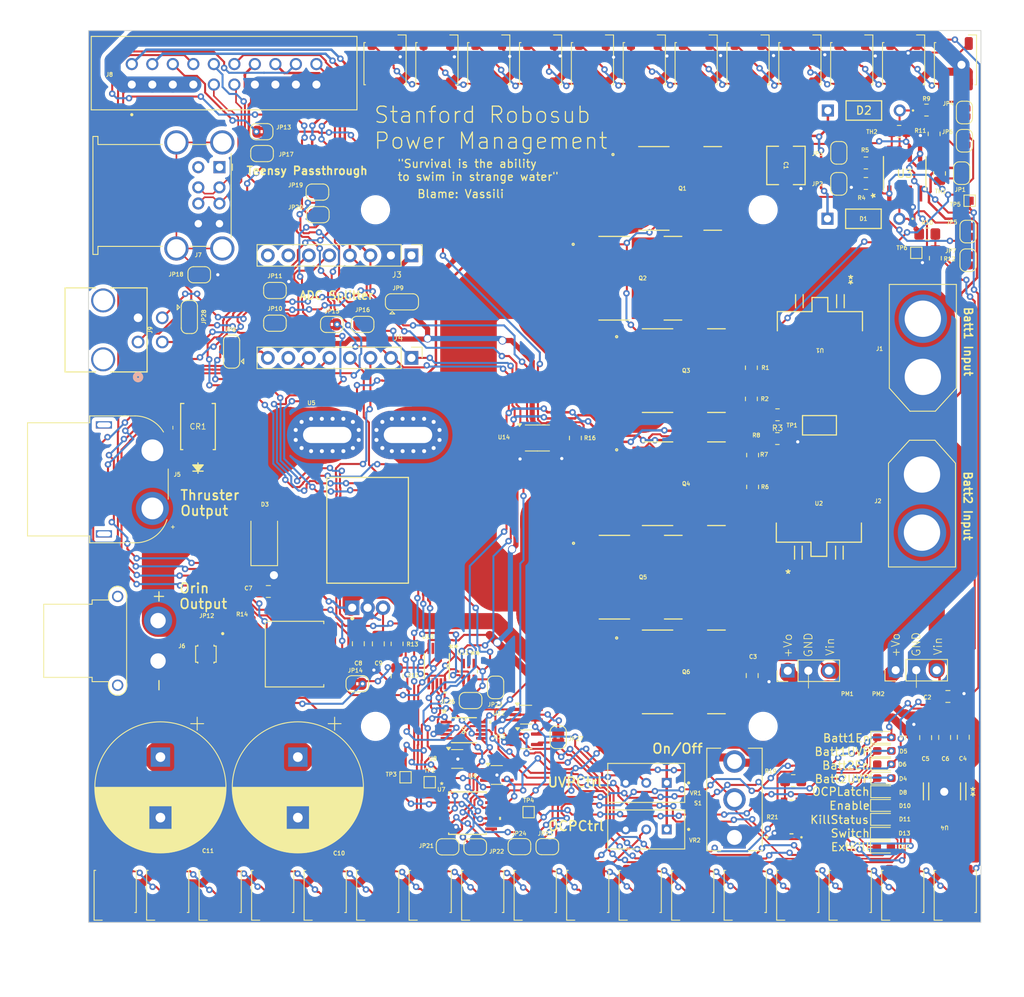
<source format=kicad_pcb>
(kicad_pcb (version 20240108) (generator "pcbnew") (generator_version "8.0")
  (layers (0 "F.Cu" signal) (31 "B.Cu" signal) (34 "B.Paste" user) (35 "F.Paste" user) (36 "B.SilkS" user "B.Silkscreen") (37 "F.SilkS" user "F.Silkscreen") (38 "B.Mask" user) (39 "F.Mask" user) (44 "Edge.Cuts" user))
  (net 0 "")
  (net 1 "-BATT1")
  (net 2 "+VregDiode")
  (net 3 "+5V")
  (net 4 "+3.3V")
  (net 5 "ISample5V")
  (net 6 "Net-(JP12-A)")
  (net 7 "+BATT")
  (net 8 "Batt1GatePreDiv")
  (net 9 "Batt2GatePreDiv")
  (net 10 "/Battery Control Logic/Batt2>UVP")
  (net 11 "/Battery Control Logic/Batt1>UVP")
  (net 12 "Batt2Enable")
  (net 13 "Batt1Enable")
  (net 14 "Net-(D7-K)")
  (net 15 "~{OCPLatch}")
  (net 16 "/Battery Control Logic/~{OCP}")
  (net 17 "/Battery Control Logic/~{GateDisable}")
  (net 18 "~{SystemKill}")
  (net 19 "+BATT1")
  (net 20 "+BATT2")
  (net 21 "COM")
  (net 22 "I2C1_SCL")
  (net 23 "Net-(J3-Pin_1)")
  (net 24 "I2C1_SDA")
  (net 25 "AD0")
  (net 26 "AD1")
  (net 27 "REF")
  (net 29 "Net-(J4-Pin_8)")
  (net 30 "VSampleBatt1")
  (net 31 "/Battery Control Logic/OCPReference")
  (net 32 "/Battery Control Logic/UVPReference")
  (net 33 "VSampleBatt2")
  (net 34 "Net-(J7-Shield)")
  (net 35 "Device_D-")
  (net 37 "Device_D+")
  (net 39 "Net-(JP1-A)")
  (net 40 "Net-(JP2-B)")
  (net 41 "Batt2Gate")
  (net 42 "Batt1Gate")
  (net 43 "Net-(JP6-A)")
  (net 44 "Net-(JP7-A)")
  (net 45 "ISample3.3V")
  (net 46 "KillSwitch")
  (net 47 "Dswitch2")
  (net 48 "Analog_Current")
  (net 49 "Analog_Voltage1")
  (net 50 "D{slash}A23")
  (net 51 "D{slash}A22")
  (net 52 "LETeensy")
  (net 53 "D{slash}A21")
  (net 54 "D{slash}A20")
  (net 55 "Net-(JP22-A)")
  (net 56 "Net-(JP24-A)")
  (net 57 "Net-(JP25-B)")
  (net 58 "Net-(JP27-B)")
  (net 59 "Net-(LED1-DOUT)")
  (net 60 "Net-(LED2-DOUT)")
  (net 61 "toNEO_CTRL_Orin")
  (net 62 "Net-(LED3-DOUT)")
  (net 63 "Net-(LED4-DOUT)")
  (net 64 "Net-(LED6-DOUT)")
  (net 65 "Net-(LED10-DIN)")
  (net 66 "Net-(LED13-DOUT)")
  (net 67 "Net-(LED14-DOUT)")
  (net 68 "Net-(LED16-DOUT)")
  (net 69 "Net-(LED17-DOUT)")
  (net 70 "Net-(LED18-DOUT)")
  (net 71 "Net-(LED19-DOUT)")
  (net 72 "Net-(LED21-DOUT)")
  (net 73 "Net-(LED26-DOUT)")
  (net 74 "Net-(LED27-DOUT)")
  (net 75 "Net-(LED28-DOUT)")
  (net 76 "/Neopixels/outNEO_Orin")
  (net 77 "+BATTHall")
  (net 78 "Net-(R1-Pad1)")
  (net 79 "Net-(R6-Pad2)")
  (net 80 "/Battery Control Logic/VBatt1<VBatt2")
  (net 83 "Net-(U7-2C)")
  (net 84 "Net-(U7-2D)")
  (net 86 "Net-(D13-A)")
  (net 87 "RArray1")
  (net 88 "RArray2")
  (net 89 "RArray4")
  (net 90 "RArray3")
  (net 91 "RArray5")
  (net 92 "RArray6")
  (net 93 "RArray8")
  (net 94 "RArray7")
  (net 96 "NeoPass1")
  (net 97 "Net-(LED7-DOUT)")
  (net 98 "Net-(LED8-DOUT)")
  (net 99 "NeoPass2")
  (net 100 "Net-(LED11-DOUT)")
  (net 101 "Net-(LED12-DOUT)")
  (net 102 "NeoPass3")
  (net 103 "NeoPass4")
  (net 104 "Net-(LED22-DOUT)")
  (net 105 "Net-(LED23-DOUT)")
  (net 106 "Net-(LED24-DOUT)")
  (net 107 "NeoPass5")
  (net 108 "Net-(J9-Pin_1)")
  (footprint "LED_SMD:LED_LiteOn_LTST-E563C_PLCC4_5.0x5.0mm_P3.2mm_HandSoldering" (layer "F.Cu") (at 261.489322 54.7 -90)
    (property "Reference" "LED18" (hide yes))
    (property "Value" "1655" (hide yes))
  )
  (footprint "Jumper:SolderJumper-2_P1.3mm_Bridged2Bar_RoundedPad1.0x1.5mm" (layer "F.Cu") (at 177.225 82.8)
    (property "Reference" "JP11")
    (property "Value" "Jumper_2_Bridged" (hide yes))
  )
  (footprint "Package_TO_SOT_SMD:SOT-353_SC-70-5_Handsoldering" (layer "F.Cu") (at 204.695 142.825)
    (property "Reference" "U9")
    (property "Value" "74AHC1G04" (hide yes))
  )
  (footprint "Imported_Footprints:1N5242B" (layer "F.Cu") (at 245.69432 60.5 180)
    (property "Reference" "D2")
    (property "Value" "D_Zener" (hide yes))
  )
  (footprint "Imported_Footprints:POWERDI5_DIO" (layer "F.Cu") (at 167.696401 99.6569 180)
    (property "Reference" "CR1")
    (property "Value" "SBRT15U50SP5-13" (hide yes))
  )
  (footprint "Resistor_SMD:R_0805_2012Metric" (layer "F.Cu") (at 250.3984 67.0024)
    (property "Reference" "R5")
    (property "Value" "100k" (hide yes))
  )
  (footprint "LED_SMD:LED_LiteOn_LTST-E563C_PLCC4_5.0x5.0mm_P3.2mm_HandSoldering" (layer "F.Cu") (at 157.443 157.25 90)
    (property "Reference" "LED1" (hide yes))
    (property "Value" "1655" (hide yes))
  )
  (footprint "Imported_Footprints:CONN_SD-43045-008_04_MOL" (layer "F.Cu") (at 160.274 89.18335 -90)
    (property "Reference" "J9")
    (property "Value" "Conn_01x04_Pin")
  )
  (footprint "LED_SMD:LED_0603_1608Metric_Pad1.05x0.95mm_HandSolder" (layer "F.Cu") (at 252.6224 150.0482)
    (property "Reference" "D13")
    (property "Value" "GreenLED" (hide yes))
  )
  (footprint "Capacitor_SMD:C_0805_2012Metric_Pad1.18x1.45mm_HandSolder" (layer "F.Cu") (at 260.148599 138.174 90)
    (property "Reference" "C6")
    (property "Value" "1uF" (hide yes))
  )
  (footprint "LED_SMD:LED_LiteOn_LTST-E563C_PLCC4_5.0x5.0mm_P3.2mm_HandSoldering" (layer "F.Cu") (at 183.4486 157.25 90)
    (property "Reference" "LED5" (hide yes))
    (property "Value" "1655" (hide yes))
  )
  (footprint "Resistor_SMD:R_0805_2012Metric_Pad1.20x1.40mm_HandSolder" (layer "F.Cu") (at 241.4 143.5204 180)
    (property "Reference" "R19")
    (property "Value" "100" (hide yes))
  )
  (footprint "Jumper:SolderJumper-2_P1.3mm_Bridged2Bar_RoundedPad1.0x1.5mm" (layer "F.Cu") (at 262.2602 68.2658 90)
    (property "Reference" "JP1")
    (property "Value" "SolderJumper_2_Bridged" (hide yes))
  )
  (footprint "MountingHole:MountingHole_3.2mm_M3" (layer "F.Cu") (at 189.675 72.8)
    (property "Reference" "H1" (hide yes))
    (property "Value" "MountingHole" (hide yes))
  )
  (footprint "Connector_USB:USB_A_Wuerth_61400826021_Horizontal_Stacked" (layer "F.Cu") (at 170.355 67.525 -90)
    (property "Reference" "J7")
    (property "Value" "USB_A_Stacked" (hide yes))
  )
  (footprint "Package_TO_SOT_SMD:SOT-353_SC-70-5_Handsoldering" (layer "F.Cu") (at 208.32 135.35)
    (property "Reference" "U12")
    (property "Value" "74LVC1G08" (hide yes))
  )
  (footprint "Capacitor_THT:CP_Radial_D16.0mm_P7.50mm" (layer "F.Cu") (at 163.0426 140.606846 -90)
    (property "Reference" "C11")
    (property "Value" "10,000uF" (hide yes))
  )
  (footprint "Resistor_SMD:R_0805_2012Metric_Pad1.20x1.40mm_HandSolder" (layer "F.Cu") (at 259 78.8 -90)
    (property "Reference" "R12")
    (property "Value" "86.6k" (hide yes))
  )
  (footprint "Imported_Footprints:LMV982MM_NOPB" (layer "F.Cu") (at 197.275 129.3361 -90)
    (property "Reference" "U10")
    (property "Value" "LMV982MM" (hide yes))
  )
  (footprint "Jumper:SolderJumper-3_P1.3mm_Bridged2Bar12_RoundedPad1.0x1.5mm" (layer "F.Cu") (at 171.8575 90.375 90)
    (property "Reference" "JP8")
    (property "Value" "Jumper_3_Bridged12" (hide yes))
  )
  (footprint "Resistor_SMD:R_0805_2012Metric_Pad1.20x1.40mm_HandSolder" (layer "F.Cu") (at 192.35 126.575 -90)
    (property "Reference" "R13")
    (property "Value" "2.2k" (hide yes))
  )
  (footprint "Capacitor_SMD:C_0805_2012Metric_Pad1.18x1.45mm_HandSolder" (layer "F.Cu") (at 260.5532 133.096)
    (property "Reference" "C2")
    (property "Value" "10uF" (hide yes))
  )
  (footprint "Jumper:SolderJumper-2_P1.3mm_Bridged2Bar_RoundedPad1.0x1.5mm" (layer "F.Cu") (at 204.55 131.975 90)
    (property "Reference" "JP25")
    (property "Value" "Jumper_2_Bridged" (hide yes))
  )
  (footprint "Imported_Footprints:1N5242B" (layer "F.Cu") (at 245.64352 73.915 180)
    (property "Reference" "D1")
    (property "Value" "D_Zener" (hide yes))
  )
  (footprint "LED_SMD:LED_LiteOn_LTST-E563C_PLCC4_5.0x5.0mm_P3.2mm_HandSoldering" (layer "F.Cu") (at 189.95 157.25 90)
    (property "Reference" "LED6" (hide yes))
    (property "Value" "1655" (hide yes))
  )
  (footprint "Jumper:SolderJumper-2_P1.3mm_Bridged2Bar_RoundedPad1.0x1.5mm" (layer "F.Cu") (at 247.0456 65.7466 90)
    (property "Reference" "JP3")
    (property "Value" "SolderJumper_2_Bridged" (hide yes))
  )
  (footprint "Resistor_SMD:R_0805_2012Metric_Pad1.20x1.40mm_HandSolder" (layer "F.Cu") (at 236.22 92.3704 90)
    (property "Reference" "R1")
    (property "Value" "50k" (hide yes))
  )
  (footprint "LED_SMD:LED_LiteOn_LTST-E563C_PLCC4_5.0x5.0mm_P3.2mm_HandSoldering" (layer "F.Cu") (at 197.274934 54.7 -90)
    (property "Reference" "LED28" (hide yes))
    (property "Value" "1655" (hide yes))
  )
  (footprint "Jumper:SolderJumper-3_P1.3mm_Bridged2Bar12_RoundedPad1.0x1.5mm" (layer "F.Cu") (at 192.95 84.2075)
    (property "Reference" "JP9")
    (property "Value" "Jumper_3_Bridged12" (hide yes))
  )
  (footprint "Imported_Footprints:TOLL-8L_MCC" (layer "F.Cu") (at 228.1407 92.726401)
    (property "Reference" "Q3")
    (property "Value" "MCTL160N15Y-TP")
  )
  (footprint "Jumper:SolderJumper-2_P1.3mm_Open_RoundedPad1.0x1.5mm" (layer "F.Cu") (at 262.6 60.75 90)
    (property "Reference" "JP4")
    (property "Value" "Jumper_2_Open" (hide yes))
  )
  (footprint "Jumper:SolderJumper-3_P1.3mm_Bridged2Bar12_RoundedPad1.0x1.5mm" (layer "F.Cu") (at 166.624 86.0852 -90)
    (property "Reference" "JP28")
    (property "Value" "Jumper_3_Bridged12" (hide yes))
  )
  (footprint "LED_SMD:LED_LiteOn_LTST-E563C_PLCC4_5.0x5.0mm_P3.2mm_HandSoldering" (layer "F.Cu") (at 215.9556 157.25 90)
    (property "Reference" "LED10" (hide yes))
    (property "Value" "1655" (hide yes))
  )
  (footprint "Imported_Footprints:TOLL-8L_MCC" (layer "F.Cu") (at 228.1407 106.739799)
    (property "Reference" "Q4")
    (property "Value" "MCTL160N15Y-TP")
  )
  (footprint "Jumper:SolderJumper-2_P1.3mm_Bridged2Bar_RoundedPad1.0x1.5mm" (layer "F.Cu") (at 188.075 87)
    (property "Reference" "JP16")
    (property "Value" "Jumper_2_Bridged" (hide yes))
  )
  (footprint "Imported_Footprints:SULLINS_SBH11-PBPC-D10-ST-BK" (layer "F.Cu") (at 170.93 56.02)
    (property "Reference" "J8")
    (property "Value" "SBH11-PBPC-D10-ST-BK" (hide yes))
  )
  (footprint "Resistor_SMD:R_0805_2012Metric_Pad1.20x1.40mm_HandSolder" (layer "F.Cu") (at 257.9 60.45)
    (property "Reference" "R9")
    (property "Value" "12k" (hide yes))
  )
  (footprint "LED_SMD:LED_LiteOn_LTST-E563C_PLCC4_5.0x5.0mm_P3.2mm_HandSoldering" (layer "F.Cu") (at 196.4514 157.25 90)
    (property "Reference" "LED7" (hide yes))
    (property "Value" "1655" (hide yes))
  )
  (footprint "Capacitor_SMD:C_0805_2012Metric_Pad1.18x1.45mm_HandSolder" (layer "F.Cu") (at 262.459999 138.1486 90)
    (property "Reference" "C4")
    (property "Value" "10uF" (hide yes))
  )
  (footprint "MountingHole:MountingHole_3.2mm_M3" (layer "F.Cu") (at 189.675 136.8)
    (property "Reference" "H2" (hide yes))
    (property "Value" "MountingHole" (hide yes))
  )
  (footprint "Connector_AMASS:AMASS_XT30PW-F_1x02_P2.50mm_Horizontal" (layer "F.Cu") (at 162.75 128.7 90)
    (property "Reference" "J6")
    (property "Value" "Conn_01x02_Pin" (hide yes))
  )
  (footprint "Imported_Footprints:CAP_EEE-1CA100SR_PAN" (layer "F.Cu") (at 240.5 67.309 -90)
    (property "Reference" "C1")
    (property "Value" "10uF")
  )
  (footprint "LED_SMD:LED_LiteOn_LTST-E563C_PLCC4_5.0x5.0mm_P3.2mm_HandSoldering" (layer "F.Cu") (at 248.4626 157.25 90)
    (property "Reference" "LED15" (hide yes))
    (property "Value" "1655" (hide yes))
  )
  (footprint "Capacitor_SMD:C_0805_2012Metric_Pad1.18x1.45mm_HandSolder" (layer "F.Cu") (at 187.55 126.5625 -90)
    (property "Reference" "C8")
    (property "Value" "100nF" (hide yes))
  )
  (footprint "Capacitor_SMD:C_0805_2012Metric_Pad1.18x1.45mm_HandSolder" (layer "F.Cu") (at 190.025 126.575 -90)
    (property "Reference" "C9")
    (property "Value" "1µF" (hide yes))
  )
  (footprint "Imported_Footprints:LMV982MM_NOPB" (layer "F.Cu") (at 200.625 137.275)
    (property "Reference" "U6")
    (property "Value" "LMV982MM" (hide yes))
  )
  (footprint "Resistor_SMD:R_0805_2012Metric" (layer "F.Cu") (at 254.5132 63.0908 180)
    (property "Reference" "TH2")
    (property "Value" "Thermistor_US" (hide yes))
  )
  (footprint "MountingHole:MountingHole_3.2mm_M3" (layer "F.Cu") (at 237.675 72.8)
    (property "Reference" "H4" (hide yes))
    (property "Value" "MountingHole" (hide yes))
  )
  (footprint "LED_SMD:LED_LiteOn_LTST-E563C_PLCC4_5.0x5.0mm_P3.2mm_HandSoldering" (layer "F.Cu") (at 261.4654 157.25 90)
    (property "Reference" "LED17" (hide yes))
    (property "Value" "1655" (hide yes))
  )
  (footprint "LED_SMD:LED_LiteOn_LTST-E563C_PLCC4_5.0x5.0mm_P3.2mm_HandSoldering" (layer "F.Cu") (at 176.9472 157.25 90)
    (property "Reference" "LED4" (hide yes))
    (property "Value" "1655" (hide yes))
  )
  (footprint "Connector_PinHeader_2.54mm:PinHeader_1x08_P2.54mm_Vertical" (layer "F.Cu") (at 194.125 78.45 -90)
    (property "Reference" "J3")
    (property "Value" "Conn_01x08" (hide yes))
  )
  (footprint "LED_SMD:LED_0603_1608Metric_Pad1.05x0.95mm_HandSolder" (layer "F.Cu") (at 252.6784 139.8374)
    (property "Reference" "D5")
    (property "Value" "GreenLED" (hide yes))
  )
  (footprint "Imported_Footprints:TOLL-8L_MCC" (layer "F.Cu") (at 227.6835 70.1548)
    (property "Reference" "Q1")
    (property "Value" "MCTL160N15Y-TP")
  )
  (footprint "Resistor_SMD:R_0805_2012Metric_Pad1.20x1.40mm_HandSolder" (layer "F.Cu") (at 236.3724 103.1908 -90)
    (property "Reference" "R7")
    (property "Value" "10k" (hide yes))
  )
  (footprint "LED_SMD:LED_LiteOn_LTST-E563C_PLCC4_5.0x5.0mm_P3.2mm_HandSoldering" (layer "F.Cu") (at 254.964 157.25 90)
    (property "Reference" "LED16" (hide yes))
    (property "Value" "1655" (hide yes))
  )
  (footprint "Jumper:SolderJumper-2_P1.3mm_Bridged2Bar_RoundedPad1.0x1.5mm" (layer "F.Cu") (at 207.5 151.7)
    (property "Reference" "JP24")
    (property "Value" "Jumper_2_Bridged" (hide yes))
  )
  (footprint "Imported_Footprints:TO252-3_ROM" (layer "F.Cu") (at 260.15 149.35 180)
    (property "Reference" "U4")
    (property "Value" "BA033CC0FP-E2" (hide yes))
  )
  (footprint "Imported_Footprints:TRIM_3296W-1-103RLF" (layer "F.Cu") (at 223.2004 149.5656 180)
    (property "Reference" "VR2")
    (property "Value" "3296W-1-103RLF" (hide yes))
  )
  (footprint "Imported_Footprints:D2PAK_STM" (layer "F.Cu") (at 244.5766 109.1819)
    (property "Reference" "U2")
    (property "Value" "STPS5045SG-TR" (hide yes))
  )
  (footprint "Jumper:SolderJumper-2_P1.3mm_Bridged_RoundedPad1.0x1.5mm" (layer "F.Cu") (at 262.6 64.25 90)
    (property "Reference" "JP6")
    (property "Value" "Jumper_2_Bridged" (hide yes))
  )
  (footprint "Jumper:SolderJumper-2_P1.3mm_Bridged_RoundedPad1.0x1.5mm" (layer "F.Cu") (at 263.05 79.05 90)
    (property "Reference" "JP7")
    (property "Value" "Jumper_2_Bridged" (hide yes))
  )
  (footprint "Jumper:SolderJumper-2_P1.3mm_Open_RoundedPad1.0x1.5mm" (layer "F.Cu") (at 201.45 133.6 180)
    (property "Reference" "JP26")
    (property "Value" "Jumper_2_Open" (hide yes))
  )
  (footprint "Capacitor_THT:CP_Radial_D16.0mm_P7.50mm" (layer "F.Cu") (at 180.0606 140.606292 -90)
    (property "Reference" "C10")
    (property "Value" "10,000uF" (hide yes))
  )
  (footprint "LED_SMD:LED_LiteOn_LTST-E563C_PLCC4_5.0x5.0mm_P3.2mm_HandSoldering" (layer "F.Cu") (at 170.4458 157.25 90)
    (property "Reference" "LED3" (hide yes))
    (property "Value" "1655" (hide yes))
  )
  (footprint "Resistor_SMD:R_0805_2012Metric_Pad1.20x1.40mm_HandSolder" (layer "F.Cu") (at 258 75.8)
    (property "Reference" "R10")
    (property "Value" "12k" (hide yes))
  )
  (footprint "Package_SO:MSOP-8_3x3mm_P0.65mm" (layer "F.Cu") (at 209.725 101.075)
    (property "Reference" "U14")
    (property "Value" "MCP9808_MSOP" (hide yes))
  )
  (footprint "Connector_PinHeader_2.54mm:PinHeader_1x08_P2.54mm_Vertical" (layer "F.Cu") (at 194.125 91.15 -90)
    (property "Reference" "J4")
    (property "Value" "Conn_01x08" (hide yes))
  )
  (footprint "TestPoint:TestPoint_Pad_1.0x1.0mm" (layer "F.Cu") (at 208.6356 147.4216)
    (property "Reference" "TP4")
    (property "Value" "TestPoint" (hide yes))
  )
  (footprint "LED_SMD:LED_0603_1608Metric_Pad1.05x0.95mm_HandSolder" (layer "F.Cu") (at 252.6758 141.4884)
    (property "Reference" "D6")
    (property "Value" "GreenLED" (hide yes))
  )
  (footprint "Connector_AMASS:AMASS_XT60-M_1x02_P7.20mm_Vertical" (layer "F.Cu") (at 257.344699 105.6 -90)
    (property "Reference" "J2")
    (property "Value" "Conn_01x02_Pin" (hide yes))
  )
  (footprint "LED_SMD:LED_LiteOn_LTST-E563C_PLCC4_5.0x5.0mm_P3.2mm_HandSoldering" (layer "F.Cu") (at 202.9528 157.25 90)
    (property "Reference" "LED8" (hide yes))
    (property "Value" "1655" (hide yes))
  )
  (footprint "Jumper:SolderJumper-2_P1.3mm_Bridged2Bar_RoundedPad1.0x1.5mm" (layer "F.Cu") (at 182.5348 73.406)
    (property "Reference" "JP20")
    (property "Value" "Jumper_2_Bridged" (hide yes))
  )
  (footprint "LED_SMD:LED_LiteOn_LTST-E563C_PLCC4_5.0x5.0mm_P3.2mm_HandSoldering" (layer "F.Cu") (at 248.646438 54.7 -90)
    (property "Reference" "LED20" (hide yes))
    (property "Value" "1655" (hide yes))
  )
  (footprint "Imported_Footprints:D2PAK_STM" (layer "F.Cu") (at 244.7036 90.2208 180)
    (property "Reference" "U1")
    (property "Value" "STPS5045SG-TR" (hide yes))
  )
  (footprint "Connector_AMASS:AMASS_XT60-M_1x02_P7.20mm_Vertical" (layer "F.Cu") (at 257.45 93.5 90)
    (property "Reference" "J1")
    (property "Value" "Conn_01x02_Pin" (hide yes))
  )
  (footprint "LED_SMD:LED_LiteOn_LTST-E563C_PLCC4_5.0x5.0mm_P3.2mm_HandSoldering" (layer "F.Cu") (at 163.9444 157.25 90)
    (property "Reference" "LED2" (hide yes))
    (property "Value" "1655" (hide yes))
  )
  (footprint "Resistor_SMD:R_0805_2012Metric_Pad1.20x1.40mm_HandSolder" (layer "F.Cu") (at 239.4364 101.1428 180)
    (property "Reference" "R8")
    (property "Value" "10k" (hide yes))
  )
  (footprint "Jumper:SolderJumper-2_P1.3mm_Bridged2Bar_RoundedPad1.0x1.5mm" (layer "F.Cu") (at 182.484 70.612)
    (property "Reference" "JP19")
    (property "Value" "Jumper_2_Bridged" (hide yes))
  )
  (footprint "Jumper:SolderJumper-2_P1.3mm_Bridged2Bar_RoundedPad1.0x1.5mm" (layer "F.Cu") (at 212.3 138.15 90)
    (property "Reference" "JP27")
    (property "Value" "Jumper_2_Bridged" (hide yes))
  )
  (footprint "Imported_Footprints:TRIM_3296W-1-103RLF" (layer "F.Cu") (at 223.2004 143.7998 180)
    (property "Reference" "VR1")
    (property "Value" "3296W-1-103RLF" (hide yes))
  )
  (footprint "TestPoint:TestPoint_Pad_1.0x1.0mm" (layer "F.Cu") (at 263.2456 71.6788)
    (property "Reference" "TP5")
    (property "Value" "TestPoint" (hide yes))
  )
  (footprint "LED_SMD:LED_LiteOn_LTST-E563C_PLCC4_5.0x5.0mm_P3.2mm_HandSoldering" (layer "F.Cu") (at 228.9584 157.25 90)
    (property "Reference" "LED12" (hide yes))
    (property "Value" "1655" (hide yes))
  )
  (footprint "Imported_Footprints:TSSOP14B" (layer "F.Cu") (at 201.0611 147.55)
    (property "Reference" "U7")
    (property "Value" "74VHC21FT" (hide yes))
  )
  (footprint "Capacitor_SMD:C_0805_2012Metric_Pad1.18x1.45mm_HandSolder" (layer "F.Cu") (at 176.4069 120.0912)
    (property "Reference" "C7")
    (property "Value" "0.1u" (hide yes))
  )
  (footprint "LED_SMD:LED_LiteOn_LTST-E563C_PLCC4_5.0x5.0mm_P3.2mm_HandSoldering" (layer "F.Cu") (at 209.4542 157.25 90)
    (property "Reference" "LED9" (hide yes))
    (property "Value" "1655" (hide yes))
  )
  (footprint "Imported_Footprints:SN74LVC" (layer "F.Cu") (at 201.225001 129.9971 -90)
    (property "Reference" "U11")
    (property "Value" "SN74LVC1G373DCKR" (hide yes))
  )
  (footprint "LED_SMD:LED_LiteOn_LTST-E563C_PLCC4_5.0x5.0mm_P3.2mm_HandSoldering" (layer "F.Cu") (at 190.853496 54.7 -90)
    (property "Reference" "LED29" (hide yes))
    (property "Value" "1655" (hide yes))
  )
  (footprint "TestPoint:TestPoint_Keystone_5019_Minature" (layer "F.Cu") (at 244.65 99.5)
    (property "Reference" "TP1")
    (property "Value" "DiodeRegSupply" (hide yes))
  )
  (footprint "MountingHole:MountingHole_3.2mm_M3" (layer "F.Cu") (at 237.675 136.8)
    (property "Reference" "H3" (hide yes))
    (property "Value" "MountingHole" (hide yes))
  )
  (footprint "Capacitor_SMD:C_0805_2012Metric_Pad1.18x1.45mm_HandSolder" (layer "F.Cu") (at 257.799199 138.1955 90)
    (property "Reference" "C5")
    (property "Value" "10uF" (hide yes))
  )
  (footprint "LED_SMD:LED_LiteOn_LTST-E563C_PLCC4_5.0x5.0mm_P3.2mm_HandSoldering" (layer "F.Cu") (at 203.696372 54.7 -90)
    (property "Reference" "LED27" (hide yes))
    (property "Value" "1655" (hide yes))
  )
  (footprint "Jumper:SolderJumper-2_P1.3mm_Open_RoundedPad1.0x1.5mm" (layer "F.Cu") (at 210.95 151.7)
    (property "Reference" "JP23")
    (property "Value" "Jumper_2_Open" (hide yes))
  )
  (footprint "LED_SMD:LED_0603_1608Metric_Pad1.05x0.95mm_HandSolder" (layer "F.Cu") (at 252.6644 144.892)
    (property "Reference" "D8")
    (property "Value" "GreenLED" (hide yes))
  )
  (footprint "Resistor_SMD:R_0805_2012Metric_Pad1.20x1.40mm_HandSolder" (layer "F.Cu") (at 236.22 96.2312 -90)
    (property "Reference" "R2")
    (property "Value" "10k" (hide yes))
  )
  (footprint "TestPoint:TestPoint_Pad_1.0x1.0mm" (layer "F.Cu") (at 196.3928 143.7132)
    (property "Reference" "TP2")
    (property "Value" "TestPoint" (hide yes))
  )
  (footprint "Package_TO_SOT_SMD:SOT-353_SC-70-5_Handsoldering" (layer "F.Cu") (at 199.8 140.8375)
    (property "Reference" "U8")
    (property "Value" "74AHC1G04" (hide yes))
  )
  (footprint "Jumper:SolderJumper-2_P1.3mm_Bridged2Bar_RoundedPad1.0x1.5mm" (layer "F.Cu") (at 202.025 151.725 180)
    (property "Reference" "JP22")
    (property "Value" "Jumper_2_Bridged" (hide yes))
  )
  (footprint "Imported_Footprints:TOLL-8L_MCC" (layer "F.Cu") (at 222.7559 81.28)
    (property "Reference" "Q2")
    (property "Value" "MCTL160N15Y-TP")
  )
  (footprint "Capacitor_SMD:C_0805_2012Metric_Pad1.18x1.45mm_HandSolder" (layer "F.Cu") (at 236.3216 130.5052 -90)
    (property "Reference" "C3")
    (property "Value" "10uF" (hide yes))
  )
  (footprint "Imported_Footprints:LMS78" (layer "F.Cu") (at 250.8942 131.9898 90)
    (property "Reference" "PM2")
    (property "Value" "LMS78" (hide yes))
  )
  (footprint "Connector_AMASS:AMASS_XT60PW-F_1x02_P7.20mm_Horizontal" (layer "F.Cu") (at 162.05 102.6 90)
    (property "Reference" "J5")
    (property "Value" "Conn_01x02_Pin" (hide yes))
  )
  (footprint "LED_SMD:LED_LiteOn_LTST-E563C_PLCC4_5.0x5.0mm_P3.2mm_HandSoldering" (layer "F.Cu") (at 242.225 54.7 -90)
    (property "Reference" "LED21" (hide yes))
    (property "Value" "1655" (hide yes))
  )
  (footprint "Jumper:SolderJumper-2_P1.3mm_Open_RoundedPad1.0x1.5mm" (layer "F.Cu") (at 198.6 151.725 180)
    (property "Reference" "JP21")
    (property "Value" "Jumper_2_Open" (hide yes))
  )
  (footprint "LED_SMD:LED_LiteOn_LTST-E563C_PLCC4_5.0x5.0mm_P3.2mm_HandSoldering" (layer "F.Cu") (at 235.803562 54.7 -90)
    (property "Reference" "LED22" (hide yes))
    (property "Value" "1655" (hide yes))
  )
  (footprint "Imported_Footprints:RES_EXB2HV_1506x8" (layer "F.Cu") (at 241.1856 148.0312 180)
    (property "Reference" "R21")
    (property "Value" "100 Ohm" (hide yes))
  )
  (footprint "Jumper:SolderJumper-2_P1.3mm_Open_RoundedPad1.0x1.5mm" (layer "F.Cu") (at 263.05 75.5 90)
    (property "Reference" "JP5")
    (property "Value" "Jumper_2_Open" (hide yes))
  )
  (footprint "Resistor_SMD:R_0805_2012Metric" (layer "F.Cu") (at 250.3984 69.5424)
    (property "Reference" "R4")
    (property "Value" "100k" (hide yes))
  )
  (footprint "Imported_Footprints:TOLL-8L_MCC" (layer "F.Cu") (at 222.798599 118.315999)
    (property "Reference" "Q5")
    (property "Value" "MCTL160N15Y-TP")
  )
  (footprint "Resistor_SMD:R_0805_2012Metric_Pad1.20x1.40mm_HandSolder" (layer "F.Cu") (at 192.35 130.575 -90)
    (property "Reference" "R15")
    (property "Value" "3.9k" (hide yes))
  )
  (footprint "LED_SMD:LED_0603_1608Metric_Pad1.05x0.95mm_HandSolder" (layer "F.Cu") (at 252.6784 138.161)
    (property "Reference" "D7")
    (property "Value" "GreenLED" (hide yes))
  )
  (footprint "LED_SMD:LED_0603_1608Metric_Pad1.05x0.95mm_HandSolder" (layer "F.Cu") (at 252.625 151.75)
    (property "Reference" "D12")
    (property "Value" "GreenLED" (hide yes))
  )
  (footprint "Imported_Footprints:Allegro_MicroSystems,_LLC-CB-5-PFF-0-0-MFG" (layer "F.Cu") (at 188.7001 112.5095)
    (property "Reference" "U5")
    (property "Value" "ACS758LCB-100U-PFF-T" (hide yes))
  )
  (footprint "LED_SMD:LED_0603_1608Metric_Pad1.05x0.95mm_HandSolder" (layer "F.Cu") (at 252.6478 148.321)
    (property "Reference" "D11")
    (property "Value" "GreenLED" (hide yes))
  )
  (footprint "Resistor_SMD:R_0805_2012Metric_Pad1.20x1.40mm_HandSolder" (layer "F.Cu") (at 236.3724 107.1372 90)
    (property "Reference" "R6")
    (property "Value" "50k" (hide yes))
  )
  (footprint "Imported_Footprints:TOLL-8L_MCC" (layer "F.Cu") (at 228.1407 130.050799)
    (property "Reference" "Q6")
    (property "Value" "MCTL160N15Y-TP")
  )
  (footprint "Imported_Footprints:TO508P1229X317-3N" (layer "F.Cu") (at 178.1075 127.85)
    (property "Reference" "R14")
    (property "Value" "0.5 Ohm 25W" (hide yes))
  )
  (footprint "Resistor_SMD:R_0805_2012Metric_Pad1.20x1.40mm_HandSolder" (layer "F.Cu") (at 239.4552 98.1964 180)
    (property "Reference" "R3")
    (property "Value" "10k")
  )
  (footprint "Imported_Footprints:LTC1255" (layer "F.Cu") (at 255.20408 68.3232 90)
    (property "Reference" "U3")
    (property "Value" "LTC1255CS8-PBF" (hide yes))
  )
  (footprint "LED_SMD:LED_LiteOn_LTST-E563C_PLCC4_5.0x5.0mm_P3.2mm_HandSoldering" (layer "F.Cu") (at 216.539248 54.7 -90)
    (property "Reference" "LED25" (hide yes))
    (property "Value" "1655" (hide yes))
  )
  (footprint "LED_SMD:LED_LiteOn_LTST-E563C_PLCC4_5.0x5.0mm_P3.2mm_HandSoldering" (layer "F.Cu") (at 210.11781 54.7 -90)
    (property "Reference" "LED26" (hide yes))
    (property "Value" "1655" (hide yes))
  )
  (footprint "TestPoint:TestPoint_Pad_1.0x1.0mm" (layer "F.Cu") (at 256.6416 78.1304)
    (property "Reference" "TP6")
    (property "Value" "TestPoint" (hide yes))
  )
  (footprint "Diode_SMD:D_SMA" (layer "F.Cu") (at 175.9 113.375 90)
    (property "Reference" "D3")
    (property "Value" "TVS" (hide yes))
  )
  (footprint "LED_SMD:LED_LiteOn_LTST-E563C_PLCC4_5.0x5.0mm_P3.2mm_HandSoldering" (layer "F.Cu") (at 229.382124 54.7 -90)
    (property "Reference" "LED23" (hide yes))
    (property "Value" "1655" (hide yes))
  )
  (footprint "LED_SMD:LED_LiteOn_LTST-E563C_PLCC4_5.0x5.0mm_P3.2mm_HandSoldering" (layer "F.Cu") (at 235.4598 157.25 90)
    (property "Reference" "LED13" (hide yes))
    (property "Value" "1655" (hide yes))
  )
  (footprint "LED_SMD:LED_0603_1608Metric_Pad1.05x0.95mm_HandSolder" (layer "F.Cu") (at 252.6784 143.2156)
    (property "Reference" "D4")
    (property "Value" "GreenLED" (hide yes))
  )
  (footprint "Imported_Footprints:SW_100SP1T1B4M2QE" (layer "F.Cu") (at 234.1289 145.8572 180)
    (property "Reference" "S1")
    (property "Value" "100SP1T1B4M2QE" (hide yes))
  )
  (footprint "Jumper:SolderJumper-2_P1.3mm_Bridged2Bar_RoundedPad1.0x1.5mm" (layer "F.Cu") (at 177.225 86.85)
    (property "Reference" "JP10")
    (property "Value" "Jumper_2_Bridged" (hide yes))
  )
  (footprint "LED_SMD:LED_LiteOn_LTST-E563C_PLCC4_5.0x5.0mm_P3.2mm_HandSoldering" (layer "F.Cu") (at 255.067876 54.7 -90)
    (property "Reference" "LED19" (hide yes))
    (property "Value" "1655" (hide yes))
  )
  (footprint "TestPoint:TestPoint_Pad_1.0x1.0mm" (layer "F.Cu") (at 193.3956 143.1036)
    (property "Reference" "TP3")
    (property "Value" "TestPoint" (hide yes))
  )
  (footprint "Jumper:SolderJumper-2_P1.3mm_Bridged2Bar_RoundedPad1.0x1.5mm" (layer "F.Cu") (at 184.275 87)
    (property "Reference" "JP15")
    (property "Value" "Jumper_2_Bridged" (hide yes))
  )
  (footprint "Jumper:SolderJumper-2_P1.3mm_Bridged2Bar_RoundedPad1.0x1.5mm" (layer "F.Cu") (at 167.85 80.85 180)
    (property "Reference" "JP18")
    (property "Value" "Jumper_2_Bridged" (hide yes))
  )
  (footprint "Jumper:SolderJumper-2_P1.3mm_Bridged2Bar_RoundedPad1.0x1.5mm" (layer "F.Cu") (at 175.626 65.8368)
    (property "Reference" "JP17")
    (property "Value" "Jumper_2_Bridged" (hide yes))
  )
  (footprint "Jumper:SolderJumper-2_P1.3mm_Bridged2Bar_RoundedPad1.0x1.5mm" (layer "F.Cu") (at 175.575 63.125)
    (property "Reference" "JP13")
    (property "Value" "Jumper_2_Bridged" (hide yes))
  )
  (footprint "Jumper:SolderJumper-2_P1.3mm_Bridged2Bar_RoundedPad1.0x1.5mm" (layer "F.Cu") (at 187.425 131.525)
    (property "Reference" "JP14")
    (property "Value" "Jumper_2_Bridged" (hide yes))
  )
  (footprint "Jumper:SolderJumper-2_P1.3mm_Open_RoundedPad1.0x1.5mm" (layer "F.Cu") (at 247.0456 69.5924 90)
    (property "Reference" "JP2")
    (property "Value" "SolderJumper_2_Open" (hide yes))
  )
  (footprint "Resistor_SMD:R_0805_2012Metric_Pad1.20x1.40mm_HandSolder" (layer "F.Cu") (at 258.85 63.4 -90)
    (property "Reference" "R11")
    (property "Value" "86.6k" (hide yes))
  )
  (footprint "LED_SMD:LED_LiteOn_LTST-E563C_PLCC4_5.0x5.0mm_P3.2mm_HandSoldering" (layer "F.Cu") (at 222.457 157.25 90)
    (property "Reference" "LED11" (hide yes))
    (property "Value" "1655" (hide yes))
  )
  (footprint "LED_SMD:LED_0603_1608Metric_Pad1.05x0.95mm_HandSolder" (layer "F.Cu") (at 252.6478 146.5938)
    (property "Reference" "D10")
    (property "Value" "GreenLED" (hide yes))
  )
  (footprint "Resistor_SMD:R_0805_2012Metric" (layer "F.Cu") (at 259.517 68.2997 -90)
    (property "Reference" "TH1")
    (property "Value" "Thermistor_US" (hide yes))
  )
  (footprint "Imported_Footprints:LMS78" (layer "F.Cu") (at 237.5325 132.0575 90)
    (property "Reference" "PM1")
    (property "Value" "LMS78" (hide yes))
  )
  (footprint "Package_TO_SOT_SMD:SOT-353_SC-70-5_Handsoldering" (layer "F.Cu") (at 208.345 138.4)
    (property "Reference" "U13")
    (property "Value" "74LVC1G08" (hide yes))
  )
  (footprint "Imported_Footprints:KEYSTONE_5102" (layer "F.Cu") (at 168.675 127.85 90)
    (property "Reference" "JP12")
    (property "Value" "Jumper_2_Open" (hide yes))
  )
  (footprint "Resistor_SMD:R_0805_2012Metric_Pad1.20x1.40mm_HandSolder" (layer "F.Cu") (at 214.425 101.075 -90)
    (property "Reference" "R16")
    (property "Value" "10k" (hide yes))
  )
  (footprint "LED_SMD:LED_LiteOn_LTST-E563C_PLCC4_5.0x5.0mm_P3.2mm_HandSoldering" (layer "F.Cu") (at 241.9612 157.25 90)
    (property "Reference" "LED14" (hide yes))
    (property "Value" "1655" (hide yes))
  )
  (footprint "LED_SMD:LED_LiteOn_LTST-E563C_PLCC4_5.0x5.0mm_P3.2mm_HandSoldering" (layer "F.Cu") (at 222.960686 54.7 -90)
    (property "Reference" "LED24" (hide yes))
    (property "Value" "1655" (hide yes))
  )
  (gr_rect (start 154.1426 50.5918) (end 264.6426 161.0918) (stroke (width 0.1)) (fill none) (layer "Edge.Cuts"))
  (gr_text "OCPCtrl" (at 210.925 149.85 0) (layer "F.SilkS") (effects (font (size 1.2 1.2) (thickness 0.2) (bold yes)) (justify left bottom)))
  (gr_text "Teensy Passthrough" (at 173.6 68.55 0) (layer "F.SilkS") (effects (font (size 1 1) (thickness 0.2) (bold yes)) (justify left bottom)))
  (gr_text "Orin\nOutput" (at 165.275 122.325 0) (layer "F.SilkS") (effects (font (size 1.2 1.2) (thickness 0.2) (bold yes)) (justify left bottom)))
  (gr_text "{dblquote}Survival is the ability \nto swim in strange water{dblquote}" (at 192.3288 69.2912 0) (layer "F.SilkS") (effects (font (size 1 1)) (justify left bottom)))
  (gr_text "Batt1En" (at 244.9936 138.8468 0) (layer "F.SilkS") (effects (font (size 1 1)) (justify left bottom)))
  (gr_text "KillStatus" (at 243.4136 148.956 0) (layer "F.SilkS") (effects (font (size 1 1)) (justify left bottom)))
  (gr_text "Batt1UVP" (at 243.9522 140.5232 0) (layer "F.SilkS") (effects (font (size 1 1)) (justify left bottom)))
  (gr_text "ADC Splitter" (at 180.15 84 0) (layer "F.SilkS") (effects (font (size 1 1) (thickness 0.2) (bold yes)) (justify left bottom)))
  (gr_text "On/Off" (at 223.8248 140.2588 0) (layer "F.SilkS") (effects (font (size 1.2 1.2) (thickness 0.2) (bold yes)) (justify left bottom)))
  (gr_text "Thruster \nOutput" (at 165.4048 110.7948 0) (layer "F.SilkS") (effects (font (size 1.2 1.2) (thickness 0.2) (bold yes)) (justify left bottom)))
  (gr_text "UVPCtrl" (at 210.8814 144.4348 0) (layer "F.SilkS") (effects (font (size 1.2 1.2) (thickness 0.2) (bold yes)) (justify left bottom)))
  (gr_text "Blame: Vassili" (at 194.7672 71.4248 0) (layer "F.SilkS") (effects (font (size 1 1)) (justify left bottom)))
  (gr_text "ExtKill" (at 245.9816 152.3342 0) (layer "F.SilkS") (effects (font (size 1 1)) (justify left bottom)))
  (gr_text "Batt2 Input" (at 262.4328 105.1052 270) (layer "F.SilkS") (effects (font (size 1 1) (thickness 0.2) (bold yes)) (justify left bottom)))
  (gr_text "Batt1 Input" (at 262.4836 84.7344 270) (layer "F.SilkS") (effects (font (size 1 1) (thickness 0.2) (bold yes)) (justify left bottom)))
  (gr_text "Batt2En" (at 244.892 142.225 0) (layer "F.SilkS") (effects (font (size 1 1)) (justify left bottom)))
  (gr_text "OCPLatch" (at 243.6474 145.4762 0) (layer "F.SilkS") (effects (font (size 1 1)) (justify left bottom)))
  (gr_text "Switch" (at 245.9562 150.6324 0) (layer "F.SilkS") (effects (font (size 1 1)) (justify left bottom)))
  (gr_text "Stanford Robosub \nPower Management" (at 189.3824 65.4304 0) (layer "F.SilkS") (effects (font (size 2 2)) (justify left bottom)))
  (gr_text "Enable" (at 245.7758 147.2034 0) (layer "F.SilkS") (effects (font (size 1 1)) (justify left bottom)))
  (gr_text "Batt2UVP" (at 243.9776 143.9014 0) (layer "F.SilkS") (effects (font (size 1 1)) (justify left bottom)))
  (segment (start 199.2375 141.4875) (end 199.875 140.85) (width 0.25) (layer "F.Cu") (net 1))
  (segment (start 207.015 139.05) (end 205.931357 139.05) (width 0.25) (layer "F.Cu") (net 1))
  (segment (start 240.3718 143.5486) (end 240.3718 145.893) (width 0.25) (layer "F.Cu") (net 1))
  (segment (start 201.225001 129.0192) (end 201.225001 127.644471) (width 0.25) (layer "F.Cu") (net 1))
  (segment (start 187.55 127.6) (end 190.0125 127.6) (width 0.25) (layer "F.Cu") (net 1))
  (segment (start 240.4364 101.1428) (end 241.554 101.1428) (width 0.3048) (layer "F.Cu") (net 1))
  (segment (start 198.4279 137.774999) (end 196.897167 137.774999) (width 0.25) (layer "F.Cu") (net 1))
  (segment (start 192.503496 53.616296) (end 192.7352 53.848) (width 0.25) (layer "F.Cu") (net 1))
  (segment (start 263.139322 52.2) (end 262.014322 53.325) (width 0.25) (layer "F.Cu") (net 1))
  (segment (start 175.9 115.375) (end 175.9 116.875) (width 1) (layer "F.Cu") (net 1))
  (segment (start 175.9 116.875) (end 177.1 118.075) (width 1) (layer "F.Cu") (net 1))
  (segment (start 256.717876 52.2) (end 255.636254 53.281622) (width 0.25) (layer "F.Cu") (net 1))
  (segment (start 190.025 129.95) (end 191.65 131.575) (width 0.25) (layer "F.Cu") (net 1))
  (segment (start 162.05 101.4496) (end 162.05 102.6) (width 0.635) (layer "F.Cu") (net 1))
  (segment (start 198.924934 53.332134) (end 199.4408 53.848) (width 0.25) (layer "F.Cu") (net 1))
  (segment (start 190.025 129.25) (end 190.025 129.95) (width 0.25) (layer "F.Cu") (net 1))
  (segment (start 255.83908 70.787) (end 255.83908 72.099671) (width 0.25) (layer "F.Cu") (net 1))
  (segment (start 249.4859 67.0024) (end 249.4859 69.5424) (width 0.25) (layer "F.Cu") (net 1))
  (segment (start 231.032124 52.317724) (end 232.41 53.6956) (width 0.25) (layer "F.Cu") (net 1))
  (segment (start 238.1289 131.5427) (end 238.4044 131.2672) (width 0.3048) (layer "F.Cu") (net 1))
  (segment (start 255.636254 53.281622) (end 255.636254 53.388546) (width 0.25) (layer "F.Cu") (net 1))
  (segment (start 205.931357 139.05) (end 205.625638 138.744281) (width 0.25) (layer "F.Cu") (net 1))
  (segment (start 250.296438 52.481238) (end 251.5616 53.7464) (width 0.25) (layer "F.Cu") (net 1))
  (segment (start 240.4552 98.1964) (end 240.4552 100.044) (width 0.3048) (layer "F.Cu") (net 1))
  (segment (start 207.6125 102.05) (end 207.6125 103.6375) (width 0.25) (layer "F.Cu") (net 1))
  (segment (start 256.939783 137.158) (end 256.337665 136.555882) (width 0.25) (layer "F.Cu") (net 1))
  (segment (start 259 79.8) (end 257.85 79.8) (width 0.25) (layer "F.Cu") (net 1))
  (segment (start 262.459999 137.1111) (end 257.846099 137.1111) (width 0.25) (layer "F.Cu") (net 1))
  (segment (start 206.99 136) (end 205.4032 136) (width 0.25) (layer "F.Cu") (net 1))
  (segment (start 211.76781 52.96701) (end 212.5472 53.7464) (width 0.25) (layer "F.Cu") (net 1))
  (segment (start 192.503496 52.2) (end 192.503496 53.616296) (width 0.25) (layer "F.Cu") (net 1))
  (segment (start 204.55 132.625) (end 204.55 133.501849) (width 0.25) (layer "F.Cu") (net 1))
  (segment (start 240.2712 150.0124) (end 239.118703 150.0124) (width 0.25) (layer "F.Cu") (net 1))
  (segment (start 257.799199 137.158) (end 256.939783 137.158) (width 0.25) (layer "F.Cu") (net 1))
  (segment (start 257.95 64.4) (end 257.15 63.6) (width 0.25) (layer "F.Cu") (net 1))
  (segment (start 218.189248 52.2) (end 218.189248 52.936848) (width 0.25) (layer "F.Cu") (net 1))
  (segment (start 196.897167 137.774999) (end 196.86946 137.747292) (width 0.25) (layer "F.Cu") (net 1))
  (segment (start 262.193468 133.096) (end 262.548752 132.740716) (width 0.3048) (layer "F.Cu") (net 1))
  (segment (start 241.554 101.1428) (end 241.9604 101.5492) (width 0.3048) (layer "F.Cu") (net 1))
  (segment (start 175.3694 119.8056) (end 177.1 118.075) (width 0.3048) (layer "F.Cu") (net 1))
  (segment (start 203.365 143.475) (end 204.071466 143.475) (width 0.25) (layer "F.Cu") (net 1))
  (segment (start 237.4676 52.2) (end 238.9632 53.6956) (width 0.25) (layer "F.Cu") (net 1))
  (segment (start 178.935169 81.739831) (end 178.935169 81.69839) (width 0.25) (layer "F.Cu") (net 1))
  (segment (start 212.742179 103.582821) (end 212.742179 103.617179) (width 0.25) (layer "F.Cu") (net 1))
  (segment (start 224.610686 52.601886) (end 225.7552 53.7464) (width 0.25) (layer "F.Cu") (net 1))
  (segment (start 207.6125 103.6375) (end 207.575 103.675) (width 0.25) (layer "F.Cu") (net 1))
  (segment (start 166.7764 96.7232) (end 162.05 101.4496) (width 0.635) (layer "F.Cu") (net 1))
  (segment (start 218.189248 52.936848) (end 219.1512 53.8988) (width 0.25) (layer "F.Cu") (net 1))
  (segment (start 198.47 141.4875) (end 199.2375 141.4875) (width 0.25) (layer "F.Cu") (net 1))
  (segment (start 168.5 80.85) (end 170.15 80.85) (width 0.2) (layer "F.Cu") (net 1))
  (segment (start 255.83908 72.099671) (end 256.202356 72.462947) (width 0.25) (layer "F.Cu") (net 1))
  (segment (start 204.071466 143.475) (end 204.715 142.831466) (width 0.25) (layer "F.Cu") (net 1))
  (segment (start 205.346372 52.844772) (end 206.2988 53.7972) (width 0.25) (layer "F.Cu") (net 1))
  (segment (start 249.00644 70.02186) (end 248.595851 70.02186) (width 0.25) (layer "F.Cu") (net 1))
  (segment (start 241.2017 70.1697) (end 242.35 70.1697) (width 0.25) (layer "F.Cu") (net 1))
  (segment (start 240.4552 100.044) (end 241.9604 101.5492) (width 0.3048) (layer "F.Cu") (net 1))
  (segment (start 211.76781 52.2) (end 211.76781 52.96701) (width 0.25) (layer "F.Cu") (net 1))
  (segment (start 261.5907 133.096) (end 262.193468 133.096) (width 0.3048) (layer "F.Cu") (net 1))
  (segment (start 239.118703 150.0124) (end 239.102865 150.028238) (width 0.25) (layer "F.Cu") (net 1))
  (segment (start 201.225001 127.644471) (end 201.374837 127.494635) (width 0.25) (layer "F.Cu") (net 1))
  (segment (start 240.2712 146.05) (end 240.2712 150.0124) (width 0.25) (layer "F.Cu") (net 1))
  (segment (start 236.3216 131.5427) (end 238.1289 131.5427) (width 0.3048) (layer "F.Cu") (net 1))
  (segment (start 262.014322 53.325) (end 257.842876 53.325) (width 0.25) (layer "F.Cu") (net 1))
  (segment (start 190.025 127.6125) (end 190.025 129.25) (width 0.25) (layer "F.Cu") (net 1))
  (segment (start 260.15 149.35) (end 260.15 144.95) (width 1) (layer "F.Cu") (net 1))
  (segment (start 168.616402 96.7232) (end 166.7764 96.7232) (width 0.635) (layer "F.Cu") (net 1))
  (segment (start 204.55 133.501849) (end 204.90916 133.861009) (width 0.25) (layer "F.Cu") (net 1))
  (segment (start 191.65 131.575) (end 192.35 131.575) (width 0.25) (layer "F.Cu") (net 1))
  (segment (start 190.025 129.25) (end 189.475 129.8) (width 0.25) (layer "F.Cu") (net 1))
  (segment (start 198.13375 149.499999) (end 199.411372 149.499999) (width 0.25) (layer "F.Cu") (net 1))
  (segment (start 240.5 69.468) (end 241.2017 70.1697) (width 0.25) (layer "F.Cu") (net 1))
  (segment (start 257.85 79.8) (end 257.4 79.35) (width 0.25) (layer "F.Cu") (net 1))
  (segment (start 189.475 129.8) (end 189.475 129.825) (width 0.25) (layer "F.Cu") (net 1))
  (segment (start 198.924934 52.2) (end 198.924934 53.332134) (width 0.25) (layer "F.Cu") (net 1))
  (segment (start 258.85 64.4) (end 257.95 64.4) (width 0.25) (layer "F.Cu") (net 1))
  (segment (start 243.9192 52.2) (end 245.3132 53.594) (width 0.25) (layer "F.Cu") (net 1))
  (segment (start 199.411372 149.499999) (end 199.633378 149.277993) (width 0.25) (layer "F.Cu") (net 1))
  (segment (start 177.875 82.8) (end 178.935169 81.739831) (width 0.25) (layer "F.Cu") (net 1))
  (segment (start 214.25 102.075) (end 212.742179 103.582821) (width 0.25) (layer "F.Cu") (net 1))
  (segment (start 260.15 144.95) (end 260.1 144.9) (width 1) (layer "F.Cu") (net 1))
  (segment (start 257.842876 53.325) (end 256.717876 52.2) (width 0.25) (layer "F.Cu") (net 1))
  (segment (start 249.4859 69.5424) (end 249.00644 70.02186) (width 0.25) (layer "F.Cu") (net 1))
  (via (at 245.3132 53.594) (size 0.8) (drill 0.4) (layers "F.Cu" "B.Cu") (net 1))
  (via (at 192.7352 53.848) (size 0.8) (drill 0.4) (layers "F.Cu" "B.Cu") (net 1))
  (via (at 206.2988 53.7972) (size 0.8) (drill 0.4) (layers "F.Cu" "B.Cu") (net 1))
  (via (at 205.625638 138.744281) (size 0.8) (drill 0.4) (layers "F.Cu" "B.Cu") (net 1))
  (via (at 212.742179 103.617179) (size 0.8) (drill 0.4) (layers "F.Cu" "B.Cu") (net 1))
  (via (at 239.102865 150.028238) (size 0.8) (drill 0.4) (layers "F.Cu" "B.Cu") (net 1))
  (via (at 262.548752 132.740716) (size 0.8) (drill 0.4) (layers "F.Cu" "B.Cu") (net 1))
  (via (at 256.202356 72.462947) (size 0.8) (drill 0.4) (layers "F.Cu" "B.Cu") (net 1))
  (via (at 255.636254 53.388546) (size 0.8) (drill 0.4) (layers "F.Cu" "B.Cu") (net 1))
  (via (at 204.90916 133.861009) (size 0.8) (drill 0.4) (layers "F.Cu" "B.Cu") (net 1))
  (via (at 205.4032 136) (size 0.8) (drill 0.4) (layers "F.Cu" "B.Cu") (net 1))
  (via (at 257.15 63.6) (size 0.8) (drill 0.4) (layers "F.Cu" "B.Cu") (net 1))
  (via (at 241.9604 101.5492) (size 0.8) (drill 0.4) (layers "F.Cu" "B.Cu") (net 1))
  (via (at 260.1 144.9) (size 1.4) (drill 1) (layers "F.Cu" "B.Cu") (net 1))
  (via (at 219.1512 53.8988) (size 0.8) (drill 0.4) (layers "F.Cu" "B.Cu") (net 1))
  (via (at 189.475 129.825) (size 0.8) (drill 0.4) (layers "F.Cu" "B.Cu") (net 1))
  (via (at 256.337665 136.555882) (size 0.8) (drill 0.4) (layers "F.Cu" "B.Cu") (net 1))
  (via (at 238.9632 53.6956) (size 0.8) (drill 0.4) (layers "F.Cu" "B.Cu") (net 1))
  (via (at 238.4044 131.2672) (size 0.8) (drill 0.4) (layers "F.Cu" "B.Cu") (net 1))
  (via (at 232.41 53.6956) (size 0.8) (drill 0.4) (layers "F.Cu" "B.Cu") (net 1))
  (via (at 199.875 140.85) (size 0.8) (drill 0.4) (layers "F.Cu" "B.Cu") (net 1))
  (via (at 225.7552 53.7464) (size 0.8) (drill 0.4) (layers "F.Cu" "B.Cu") (net 1))
  (via (at 170.15 80.85) (size 0.8) (drill 0.4) (layers "F.Cu" "B.Cu") (net 1))
  (via (at 178.935169 81.69839) (size 0.8) (drill 0.4) (layers "F.Cu" "B.Cu") (net 1))
  (via (at 201.374837 127.494635) (size 0.8) (drill 0.4) (layers "F.Cu" "B.Cu") (net 1))
  (via (at 177.1 118.075) (size 1.4) (drill 1) (layers "F.Cu" "B.Cu") (net 1))
  (via (at 207.575 103.675) (size 0.8) (drill 0.4) (layers "F.Cu" "B.Cu") (net 1))
  (via (at 257.4 79.35) (size 0.8) (drill 0.4) (layers "F.Cu" "B.Cu") (net 1))
  (via (at 248.595851 70.02186) (size 0.8) (drill 0.4) (layers "F.Cu" "B.Cu") (net 1))
  (via (at 251.5616 53.7464) (size 0.8) (drill 0.4) (layers "F.Cu" "B.Cu") (net 1))
  (via (at 212.5472 53.7464) (size 0.8) (drill 0.4) (layers "F.Cu" "B.Cu") (net 1))
  (via (at 242.35 70.1697) (size 0.8) (drill 0.4) (layers "F.Cu" "B.Cu") (net 1))
  (via (at 199.4408 53.848) (size 0.8) (drill 0.4) (layers "F.Cu" "B.Cu") (net 1))
  (via (at 199.633378 149.277993) (size 0.8) (drill 0.4) (layers "F.Cu" "B.Cu") (net 1))
  (via (at 196.86946 137.747292) (size 0.8) (drill 0.4) (layers "F.Cu" "B.Cu") (net 1))
  (via (at 204.715 142.831466) (size 0.8) (drill 0.4) (layers "F.Cu" "B.Cu") (net 1))
  (segment (start 179.82 57.29) (end 177.28 57.29) (width 2) (layer "B.Cu") (net 1))
  (segment (start 180.574 58.044) (end 179.82 57.29) (width 2) (layer "B.Cu") (net 1))
  (segment (start 182.36 57.29) (end 181.606 58.044) (width 2) (layer "B.Cu") (net 1))
  (segment (start 175.213346 57.29) (end 174.976673 57.526673) (width 2) (layer "B.Cu") (net 1))
  (segment (start 177.28 57.29) (end 175.213346 57.29) (width 2) (layer "B.Cu") (net 1))
  (segment (start 181.606 58.044) (end 180.574 58.044) (width 2) (layer "B.Cu") (net 1))
  (segment (start 251.824 64.5438) (end 252.0494 64.3184) (width 0.25) (layer "F.Cu") (net 2))
  (segment (start 258.207956 70.756704) (end 258.207956 71.875336) (width 0.3048) (layer "F.Cu") (net 2))
  (segment (start 244.4559 128.5553) (end 245.8083 129.9077) (width 0.3048) (layer "F.Cu") (net 2))
  (segment (start 259.517 67.3872) (end 258.411156 68.493044) (width 0.3048) (layer "F.Cu") (net 2))
  (segment (start 237.234 128.5553) (end 244.4559 128.5553) (width 0.3048) (layer "F.Cu") (net 2))
  (segment (start 259.1 119.6386) (end 248.8309 129.9077) (width 2) (layer "F.Cu") (net 2))
  (segment (start 264.1574 81.23358) (end 262.1852 83.20578) (width 0.3048) (layer "F.Cu") (net 2))
  (segment (start 263.581084 73.913103) (end 264.1574 74.489419) (width 0.3048) (layer "F.Cu") (net 2))
  (segment (start 264.1574 74.489419) (end 264.1574 81.23358) (width 0.3048) (layer "F.Cu") (net 2))
  (segment (start 262.1852 83.20578) (end 262.1852 95.3576) (width 0.3048) (layer "F.Cu") (net 2))
  (segment (start 262.2602 67.6158) (end 259.7456 67.6158) (width 0.3048) (layer "F.Cu") (net 2))
  (segment (start 259.17 120.634323) (end 259.17 129.84) (width 2) (layer "F.Cu") (net 2))
  (segment (start 244.7036 92.4687) (end 244.7036 99.4464) (width 2) (layer "F.Cu") (net 2))
  (segment (start 244.5766 106.934) (end 244.5766 99.5734) (width 2) (layer "F.Cu") (net 2))
  (segment (start 255.3768 64.3692) (end 255.3768 63.1397) (width 0.25) (layer "F.Cu") (net 2))
  (segment (start 258.207956 71.875336) (end 260.245723 73.913103) (width 0.3048) (layer "F.Cu") (net 2))
  (segment (start 260.245723 73.913103) (end 263.581084 73.913103) (width 0.3048) (layer "F.Cu") (net 2))
  (segment (start 244.65 99.5) (end 244.7036 99.4464) (width 2) (layer "F.Cu") (net 2))
  (segment (start 246.586104 64.637104) (end 247.0456 65.0966) (width 0.25) (layer "F.Cu") (net 2))
  (segment (start 236.3216 129.4677) (end 237.234 128.5553) (width 0.3048) (layer "F.Cu") (net 2))
  (segment (start 258.411156 70.553504) (end 258.207956 70.756704) (width 0.3048) (layer "F.Cu") (net 2))
  (segment (start 258.0964 99.4464) (end 262.55 103.9) (width 2) (layer "F.Cu") (net 2))
  (segment (start 262.55 103.9) (end 262.55 116.1886) (width 2) (layer "F.Cu") (net 2))
  (segment (start 259.1 120.564323) (end 259.17 120.634323) (width 2) (layer "F.Cu") (net 2))
  (segment (start 244.5766 99.5734) (end 244.65 99.5) (width 2) (layer "F.Cu") (net 2))
  (segment (start 259.517 67.3872) (end 256.64298 67.3872) (width 0.3048) (layer "F.Cu") (net 2))
  (segment (start 255.83908 64.83148) (end 255.3768 64.3692) (width 0.3048) (layer "F.Cu") (net 2))
  (segment (start 247.0456 65.0966) (end 247.5984 64.5438) (width 0.25) (layer "F.Cu") (net 2))
  (segment (start 259.5157 133.096) (end 259.5157 130.1857) (width 0.3048) (layer "F.Cu") (net 2))
  (segment (start 259.1 119.6386) (end 262.55 116.1886) (width 2) (layer "F.Cu") (net 2))
  (segment (start 241.012896 64.637104) (end 246.586104 64.637104) (width 0.25) (layer "F.Cu") (net 2))
  (segment (start 258.411156 68.493044) (end 258.411156 70.553504) (width 0.3048) (layer "F.Cu") (net 2))
  (segment (start 255.83908 65.8594) (end 255.83908 64.83148) (width 0.3048) (layer "F.Cu") (net 2))
  (segment (start 244.7036 99.4464) (end 258.0964 99.4464) (width 2) (layer "F.Cu") (net 2))
  (segment (start 247.5984 64.5438) (end 251.824 64.5438) (width 0.25) (layer "F.Cu") (net 2))
  (segment (start 256.64298 67.3872) (end 255.83908 66.5833) (width 0.3048) (layer "F.Cu") (net 2))
  (segment (start 248.8309 129.9077) (end 245.8083 129.9077) (width 2) (layer "F.Cu") (net 2))
  (segment (start 259.1 119.6386) (end 259.1 120.564323) (width 2) (layer "F.Cu") (net 2))
  (segment (start 240.5 65.15) (end 241.012896 64.637104) (width 0.25) (layer "F.Cu") (net 2))
  (segment (start 262.1852 95.3576) (end 258.0964 99.4464) (width 0.3048) (layer "F.Cu") (net 2))
  (via (at 255.3768 64.3692) (size 0.8) (drill 0.4) (layers "F.Cu" "B.Cu") (net 2))
  (via (at 252.0494 64.3184) (size 0.8) (drill 0.4) (layers "F.Cu" "B.Cu") (net 2))
  (segment (start 252.0494 64.3184) (end 255.326 64.3184) (width 0.25) (layer "B.Cu") (net 2))
  (segment (start 255.326 64.3184) (end 255.3768 64.3692) (width 0.25) (layer "B.Cu") (net 2))
  (segment (start 263.9 136.35) (end 263.002682 135.452682) (width 1) (layer "F.Cu") (net 3))
  (segment (start 166.861 84.5482) (end 166.861 82.925569) (width 0.25) (layer "F.Cu") (net 3))
  (segment (start 241.8112 156.25) (end 240.3112 154.75) (width 1) (layer "F.Cu") (net 3))
  (segment (start 166.624 84.7852) (end 166.861 84.5482) (width 0.25) (layer "F.Cu") (net 3))
  (segment (start 256.717876 57.2) (end 256.217876 57.2) (width 1) (layer "F.Cu") (net 3))
  (segment (start 196.3014 156.25) (end 194.8014 154.75) (width 1) (layer "F.Cu") (net 3))
  (segment (start 238.953562 55.7) (end 237.453562 57.2) (width 1) (layer "F.Cu") (net 3))
  (segment (start 177.4444 120.0912) (end 182.6768 120.0912) (width 0.3048) (layer "F.Cu") (net 3))
  (segment (start 242.4223 135.3954) (end 245.71 132.1077) (width 2) (layer "F.Cu") (net 3))
  (segment (start 254.9004 135.1858) (end 251.8223 132.1077) (width 1) (layer "F.Cu") (net 3))
  (segment (start 158.4314 74.495969) (end 158.4314 58.3586) (width 0.25) (layer "F.Cu") (net 3))
  (segment (start 207.8042 154.75) (end 206.3042 156.25) (width 1) (layer "F.Cu") (net 3))
  (segment (start 212.8056 156.25) (end 209.3042 156.25) (width 1) (layer "F.Cu") (net 3))
  (segment (start 181.7986 155.55) (end 181.0986 156.25) (width 1) (layer "F.Cu") (net 3))
  (segment (start 187.450001 119.999999) (end 186.6001 120.8499) (width 2) (layer "F.Cu") (net 3))
  (segment (start 194.003496 55.7) (end 192.503496 57.2) (width 1) (layer "F.Cu") (net 3))
  (segment (start 195.716831 123.7282) (end 195.335932 123.7282) (width 2) (layer "F.Cu") (net 3))
  (segment (start 209.11824 55.7) (end 206.846372 55.7) (width 1) (layer "F.Cu") (net 3))
  (segment (start 201.3028 154.75) (end 199.8028 156.25) (width 1) (layer "F.Cu") (net 3))
  (segment (start 251.796438 55.7) (end 250.296438 57.2) (width 1) (layer "F.Cu") (net 3))
  (segment (start 224.610686 57.2) (end 223.461116 57.2) (width 1) (layer "F.Cu") (net 3))
  (segment (start 195.335932 123.7282) (end 191.607731 119.999999) (width 2) (layer "F.Cu") (net 3))
  (segment (start 245.71 132.1077) (end 242.569162 132.1077) (width 2) (layer "F.Cu") (net 3))
  (segment (start 186.6001 120.8499) (end 186.6001 122.099999) (width 2) (layer "F.Cu") (net 3))
  (segment (start 263.9 139.2) (end 263.9 136.35) (width 1) (layer "F.Cu") (net 3))
  (segment (start 254.09 129.84) (end 251.8223 132.1077) (width 2) (layer "F.Cu") (net 3))
  (segment (start 233.8098 154.75) (end 232.3098 156.25) (width 1) (layer "F.Cu") (net 3))
  (segment (start 242.569162 132.1077) (end 240.7283 130.266838) (width 2) (layer "F.Cu") (net 3))
  (segment (start 245.375 55.7) (end 243.875 57.2) (width 1) (layer "F.Cu") (net 3))
  (segment (start 189.8 156.25) (end 188.3 154.75) (width 1) (layer "F.Cu") (net 3))
  (segment (start 196.275364 55.7) (end 194.003496 55.7) (width 1) (layer "F.Cu") (net 3))
  (segment (start 263.8861 139.1861) (end 263.9 139.2) (width 0.25) (layer "F.Cu") (net 3))
  (segment (start 248.3126 156.25) (end 246.8126 154.75) (width 1) (layer "F.Cu") (net 3))
  (segment (start 242.4223 136.017023) (end 242.4223 135.3954) (width 2) (layer "F.Cu") (net 3))
  (segment (start 258.3154 156.25) (end 254.814 156.25) (width 1) (layer "F.Cu") (net 3))
  (segment (start 261.4039 153.1615) (end 259.8154 154.75) (width 1) (layer "F.Cu") (net 3))
  (segment (start 198.924934 57.2) (end 197.775364 57.2) (width 1) (layer "F.Cu") (net 3))
  (segment (start 263.139322 57.2) (end 263.139322 55.739322) (width 1) (layer "F.Cu") (net 3))
  (segment (start 250.296438 57.2) (end 248.796438 55.7) (width 1) (layer "F.Cu") (net 3))
  (segment (start 219.307 156.25) (end 215.8056 156.25) (width 1) (layer "F.Cu") (net 3))
  (segment (start 235.3098 156.25) (end 233.8098 154.75) (width 1) (layer "F.Cu") (net 3))
  (segment (start 181.7986 154.75) (end 181.7986 155.55) (width 1) (layer "F.Cu") (net 3))
  (segment (start 242.4223 135.2223) (end 242.4223 132.254562) (width 2) (layer "F.Cu") (net 3))
  (segment (start 157.293 156.25) (end 155.793 154.75) (width 1) (layer "F.Cu") (net 3))
  (segment (start 211.76781 57.2) (end 210.61824 57.2) (width 1) (layer "F.Cu") (net 3))
  (segment (start 202.8028 156.25) (end 201.3028 154.75) (width 1) (layer "F.Cu") (net 3))
  (segment (start 236.234178 139.6032) (end 235.200678 138.5697) (width 2) (layer "F.Cu") (net 3))
  (segment (start 237.453562 57.2) (end 235.953562 55.7) (width 1) (layer "F.Cu") (net 3))
  (segment (start 199.424934 79.032566) (end 199.424934 57.7) (width 0.635) (layer "F.Cu") (net 3))
  (segment (start 173.7972 156.25) (end 170.2958 156.25) (width 1) (layer "F.Cu") (net 3))
  (segment (start 235.953562 55.7) (end 232.532124 55.7) (width 1) (layer "F.Cu") (net 3))
  (segment (start 227.3084 154.75) (end 225.8084 156.25) (width 1) (layer "F.Cu") (net 3))
  (segment (start 215.8056 156.25) (end 214.3056 154.75) (width 1) (layer "F.Cu") (net 3))
  (segment (start 254.717876 55.7) (end 251.796438 55.7) (width 1) (layer "F.Cu") (net 3))
  (segment (start 214.3056 154.75) (end 212.8056 156.25) (width 1) (layer "F.Cu") (net 3))
  (segment (start 256.217876 57.2) (end 254.717876 55.7) (width 1) (layer "F.Cu") (net 3))
  (segment (start 251.8223 132.1077) (end 245.71 132.1077) (width 2) (layer "F.Cu") (net 3))
  (segment (start 225.8084 156.25) (end 222.307 156.25) (width 1) (layer "F.Cu") (net 3))
  (segment (start 204.521469 123.767305) (end 195.755936 123.767305) (width 2) (layer "F.Cu") (net 3))
  (segment (start 243.875 57.2) (end 242.72543 57.2) (width 1) (layer "F.Cu") (net 3))
  (segment (start 263.9 139.2) (end 263.9 141.143601) (width 1) (layer "F.Cu") (net 3))
  (segment (start 251.814 156.25) (end 248.3126 156.25) (width 1) (layer "F.Cu") (net 3))
  (segment (start 219.704962 138.950798) (end 204.521469 123.767305) (width 2) (layer "F.Cu") (net 3))
  (segment (start 228.8084 156.25) (end 227.3084 154.75) (width 1) (layer "F.Cu") (net 3))
  (segment (start 162.2944 154.75) (end 160.7944 156.25) (width 1) (layer "F.Cu") (net 3))
  (segment (start 200.424934 55.7) (end 198.924934 57.2) (width 1) (layer "F.Cu") (net 3))
  (segment (start 194.25 84.2075) (end 199.424934 79.032566) (width 0.635) (layer "F.Cu") (net 3))
  (segment (start 187.6 156.25) (end 183.2986 156.25) (width 1) (layer "F.Cu") (net 3))
  (segment (start 193.3014 156.25) (end 189.8 156.25) (width 1) (layer "F.Cu") (net 3))
  (segment (start 246.8126 154.75) (end 245.3126 156.25) (width 1) (layer "F.Cu") (net 3))
  (segment (start 253.314 154.75) (end 251.814 156.25) (width 1) (layer "F.Cu") (net 3))
  (segment (start 183.2986 156.25) (end 181.7986 154.75) (width 1) (layer "F.Cu") (net 3))
  (segment (start 245.3126 156.25) (end 241.8112 156.25) (width 1) (layer "F.Cu") (net 3))
  (segment (start 241.22543 55.7) (end 238.953562 55.7) (width 1) (layer "F.Cu") (net 3))
  (segment (start 224.687505 138.950798) (end 219.704962 138.950798) (width 2) (layer "F.Cu") (net 3))
  (segment (start 158.4314 58.3586) (end 159.5 57.29) (width 0.25) (layer "F.Cu") (net 3))
  (segment (start 209.3042 156.25) (end 207.8042 154.75) (width 1) (layer "F.Cu") (net 3))
  (segment (start 240.7283 130.266838) (end 240.7283 129.9077) (width 2) (layer "F.Cu") (net 3))
  (segment (start 242.4223 136.017023) (end 238.836123 139.6032) (width 2) (layer "F.Cu") (net 3))
  (segment (start 226.110686 55.7) (end 224.610686 57.2) (width 1) (layer "F.Cu") (net 3))
  (segment (start 160.7944 156.25) (end 157.293 156.25) (width 1) (layer "F.Cu") (net 3))
  (segment (start 231.032124 57.2) (end 229.532124 55.7) (width 1) (layer "F.Cu") (net 3))
  (segment (start 229.532124 55.7) (end 226.110686 55.7) (width 1) (layer "F.Cu") (net 3))
  (segment (start 166.861 82.925569) (end 158.4314 74.495969) (width 0.25) (layer "F.Cu") (net 3))
  (segment (start 181.0986 156.25) (end 176.7972 156.25) (width 1) (layer "F.Cu") (net 3))
  (segment (start 235.200678 138.5697) (end 225.068603 138.5697) (width 2) (layer "F.Cu") (net 3))
  (segment (start 221.961116 55.7) (end 219.689248 55.7) (width 1) (layer "F.Cu") (net 3))
  (segment (start 255.562864 135.452682) (end 255.295982 135.1858) (width 1) (layer "F.Cu") (net 3))
  (segment (start 232.532124 55.7) (end 231.032124 57.2) (width 1) (layer "F.Cu") (net 3))
  (segment (start 263.139322 57.2) (end 261.639322 55.7) (width 1) (layer "F.Cu") (net 3))
  (segment (start 240.3112 154.75) (end 238.8112 156.25) (width 1) (layer "F.Cu") (net 3))
  (segment (start 169.2479 155.2021) (end 168.2 156.25) (width 1) (layer "F.Cu") (net 3))
  (segment (start 254.814 156.25) (end 253.314 154.75) (width 1) (layer "F.Cu") (net 3))
  (segment (start 188.3 154.75) (end 188.3 155.55) (width 1) (layer "F.Cu") (net 3))
  (segment (start 258.217876 55.7) (end 256.717876 57.2) (width 1) (layer "F.Cu") (net 3))
  (segment (start 188.3 155.55) (end 187.6 156.25) (width 1) (layer "F.Cu") (net 3))
  (segment (start 170.2958 156.25) (end 169.2479 155.2021) (width 1) (layer "F.Cu") (net 3))
  (segment (start 242.4223 135.2223) (end 242.4223 136.017023) (width 2) (layer "F.Cu") (net 3))
  (segment (start 218.189248 57.2) (end 216.689248 55.7) (width 1) (layer "F.Cu") (net 3))
  (segment (start 262.459999 139.1861) (end 263.8861 139.1861) (width 0.25) (layer "F.Cu") (net 3))
  (segment (start 223.461116 57.2) (end 221.961116 55.7) (width 1) (layer "F.Cu") (net 3))
  (segment (start 175.2972 154.75) (end 173.7972 156.25) (width 1) (layer "F.Cu") (net 3))
  (segment (start 259.8154 154.75) (end 258.3154 156.25) (width 1) (layer "F.Cu") (net 3))
  (segment (start 205.346372 57.2) (end 203.846372 55.7) (width 1) (layer "F.Cu") (net 3))
  (segment (start 182.6768 120.0912) (end 183.896 121.3104) (width 0.3048) (layer "F.Cu") (net 3))
  (segment (start 199.8028 156.25) (end 196.3014 156.25) (width 1) (layer "F.Cu") (net 3))
  (segment (start 232.3098 156.25) (end 228.8084 156.25) (width 1) (layer "F.Cu") (net 3))
  (segment (start 219.689248 55.7) (end 218.189248 57.2) (width 1) (layer "F.Cu") (net 3))
  (segment (start 191.607731 119.999999) (end 187.450001 119.999999) (width 2) (layer "F.Cu") (net 3))
  (segment (start 263.139322 55.739322) (end 262.2375 54.8375) (width 1) (layer "F.Cu") (net 3))
  (segment (start 195.755936 123.767305) (end 195.716831 123.7282) (width 2) (layer "F.Cu") (net 3))
  (segment (start 225.068603 138.5697) (end 224.687505 138.950798) (width 2) (layer "F.Cu") (net 3))
  (segment (start 264.1266 144.270199) (end 264.1266 153.1615) (width 1) (layer "F.Cu") (net 3))
  (segment (start 220.807 154.75) (end 219.307 156.25) (width 1) (layer "F.Cu") (net 3))
  (segment (start 169.2479 155.2021) (end 168.7958 154.75) (width 1) (layer "F.Cu") (net 3))
  (segment (start 222.307 156.25) (end 220.807 154.75) (width 1) (layer "F.Cu") (net 3))
  (segment (start 206.846372 55.7) (end 205.346372 57.2) (width 1) (layer "F.Cu") (net 3))
  (segment (start 163.7944 156.25) (end 162.2944 154.75) (width 1) (layer "F.Cu") (net 3))
  (segment (start 176.7972 156.25) (end 175.2972 154.75) (width 1) (layer "F.Cu") (net 3))
  (segment (start 263.9 141.143601) (end 262.450001 142.5936) (width 1) (layer "F.Cu") (net 3))
  (segment (start 238.8112 156.25) (end 235.3098 156.25) (width 1) (layer "F.Cu") (net 3))
  (segment (start 264.1266 153.1615) (end 261.4039 153.1615) (width 1) (layer "F.Cu") (net 3))
  (segment (start 261.639322 55.7) (end 258.217876 55.7) (width 1) (layer "F.Cu") (net 3))
  (segment (start 263.002682 135.452682) (end 255.562864 135.452682) (width 1) (layer "F.Cu") (net 3))
  (segment (start 203.846372 55.7) (end 200.424934 55.7) (width 1) (layer "F.Cu") (net 3))
  (segment (start 194.8014 154.75) (end 193.3014 156.25) (width 1) (layer "F.Cu") (net 3))
  (segment (start 216.689248 55.7) (end 213.26781 55.7) (width 1) (layer "F.Cu") (net 3))
  (segment (start 262.450001 142.5936) (end 264.1266 144.270199) (width 1) (layer "F.Cu") (net 3))
  (segment (start 248.796438 55.7) (end 245.375 55.7) (width 1) (layer "F.Cu") (net 3))
  (segment (start 242.72543 57.2) (end 241.22543 55.7) (width 1) (layer "F.Cu") (net 3))
  (segment (start 242.4223 132.254562) (end 242.569162 132.1077) (width 2) (layer "F.Cu") (net 3))
  (segment (start 197.775364 57.2) (end 196.275364 55.7) (width 1) (layer "F.Cu") (net 3))
  (segment (start 168.2 156.25) (end 163.7944 156.25) (width 1) (layer "F.Cu") (net 3))
  (segment (start 213.26781 55.7) (end 211.76781 57.2) (width 1) (layer "F.Cu") (net 3))
  (segment (start 199.424934 57.7) (end 198.924934 57.2) (width 0.635) (layer "F.Cu") (net 3))
  (segment (start 238.836123 139.6032) (end 236.234178 139.6032) (width 2) (layer "F.Cu") (net 3))
  (segment (start 255.295982 135.1858) (end 254.9004 135.1858) (width 1) (layer "F.Cu") (net 3))
  (segment (start 206.3042 156.25) (end 202.8028 156.25) (width 1) (layer "F.Cu") (net 3))
  (segment (start 210.61824 57.2) (end 209.11824 55.7) (width 1) (layer "F.Cu") (net 3))
  (via (at 262.2375 54.8375) (size 1.4) (drill 1) (layers "F.Cu" "B.Cu") (net 3))
  (via (at 183.896 121.3104) (size 0.8) (drill 0.4) (layers "F.Cu" "B.Cu") (net 3))
  (segment (start 262.2375 54.8375) (end 258.9968 51.5968) (width 2) (layer "B.Cu") (net 3))
  (segment (start 159.5 57.29) (end 162.04 57.29) (width 2) (layer "B.Cu") (net 3))
  (segment (start 262.1504 72.183132) (end 262.2375 72.096032) (width 2) (layer "B.Cu") (net 3))
  (segment (start 262.2375 72.096032) (end 262.2375 54.8375) (width 2) (layer "B.Cu") (net 3))
  (segment (start 185.193599 122.099999) (end 186.7901 122.099999) (width 0.3048) (layer "B.Cu") (net 3))
  (segment (start 157.125 54.361626) (end 157.125 55.925) (width 2) (layer "B.Cu") (net 3))
  (segment (start 162.04 57.29) (end 164.58 57.29) (width 2) (layer "B.Cu") (net 3))
  (segment (start 159.889826 51.5968) (end 157.125 54.361626) (width 2) (layer "B.Cu") (net 3))
  (segment (start 263.1926 85.166) (end 262.527532 85.166) (width 2) (layer "B.Cu") (net 3))
  (segment (start 261.2392 80.511132) (end 261.2392 83.877668) (width 2) (layer "B.Cu") (net 3))
  (segment (start 164.58 57.29) (end 167.12 57.29) (width 2) (layer "B.Cu") (net 3))
  (segment (start 258.9968 51.5968) (end 159.889826 51.5968) (width 2) (layer "B.Cu") (net 3))
  (segment (start 254.09 129.84) (end 254.09 126.946167) (width 2) (layer "B.Cu") (net 3))
  (segment (start 261.6932 119.342967) (end 261.705633 119.342967) (width 2) (layer "B.Cu") (net 3))
  (segment (start 262.4286 74.094268) (end 262.1504 73.816068) (width 2) (layer "B.Cu") (net 3))
  (segment (start 254.09 126.946167) (end 261.6932 119.342967) (width 2) (layer "B.Cu") (net 3))
  (segment (start 262.4286 79.321732) (end 261.2392 80.511132) (width 2) (layer "B.Cu") (net 3))
  (segment (start 183.896 121.3104) (end 184.404 121.3104) (width 0.3048) (layer "B.Cu") (net 3))
  (segment (start 157.125 55.925) (end 158.49 57.29) (width 2) (layer "B.Cu") (net 3))
  (segment (start 262.4286 79.321732) (end 262.4286 74.094268) (width 2) (layer "B.Cu") (net 3))
  (segment (start 261.705633 119.342967) (end 263.1926 117.856) (width 2) (layer "B.Cu") (net 3))
  (segment (start 158.49 57.29) (end 159.5 57.29) (width 2) (layer "B.Cu") (net 3))
  (segment (start 262.1504 73.816068) (end 262.1504 72.183132) (width 2) (layer "B.Cu") (net 3))
  (segment (start 261.2392 83.877668) (end 262.527532 85.166) (width 2) (layer "B.Cu") (net 3))
  (segment (start 263.1926 117.856) (end 263.1926 85.166) (width 2) (layer "B.Cu") (net 3))
  (segment (start 184.404 121.3104) (end 185.193599 122.099999) (width 0.3048) (layer "B.Cu") (net 3))
  (segment (start 212.059496 151.240504) (end 212.059496 149.616053) (width 0.25) (layer "F.Cu") (net 4))
  (segment (start 213.868388 142.1092) (end 213.998597 141.978991) (width 0.25) (layer "F.Cu") (net 4))
  (segment (start 209 130.8) (end 209.15 130.8) (width 0.25) (layer "F.Cu") (net 4))
  (segment (start 206.3218 144.7282) (end 207.964335 144.7282) (width 0.25) (layer "F.Cu") (net 4))
  (segment (start 257.849999 141.25) (end 257.849999 139.907038) (width 1) (layer "F.Cu") (net 4))
  (segment (start 207.072808 114.231186) (end 207.0675 114.236494) (width 0.635) (layer "F.Cu") (net 4))
  (segment (start 199.590031 129.7262) (end 198.935969 129.7262) (width 0.25) (layer "F.Cu") (net 4))
  (segment (start 223.09 140.650798) (end 219.000798 140.650798) (width 1) (layer "F.Cu") (net 4))
  (segment (start 207.0675 113.463144) (end 207.072808 113.468452) (width 0.635) (layer "F.Cu") (net 4))
  (segment (start 172.824769 88.0534) (end 172.773969 88.0026) (width 0.25) (layer "F.Cu") (net 4))
  (segment (start 217.8375 139.4875) (end 219.000798 140.650798) (width 1) (layer "F.Cu") (net 4))
  (segment (start 200.423775 137.265167) (end 200.423775 137.156056) (width 0.25) (layer "F.Cu") (net 4))
  (segment (start 213.998597 141.978991) (end 214.451853 141.978991) (width 0.25) (layer "F.Cu") (net 4))
  (segment (start 245.142287 135.7012) (end 239.540287 141.3032) (width 1) (layer "F.Cu") (net 4))
  (segment (start 202.950001 136.274999) (end 203.775 135.45) (width 0.25) (layer "F.Cu") (net 4))
  (segment (start 200.631726 125.467305) (end 203.817305 125.467305) (width 0.25) (layer "F.Cu") (net 4))
  (segment (start 257.849999 142.5936) (end 257.849999 141.25) (width 1) (layer "F.Cu") (net 4))
  (segment (start 255.4854 137.542439) (end 255.4854 137.478674) (width 1) (layer "F.Cu") (net 4))
  (segment (start 179.0784 88.0534) (end 172.824769 88.0534) (width 0.25) (layer "F.Cu") (net 4))
  (segment (start 180.3885 89.3635) (end 179.0784 88.0534) (width 0.25) (layer "F.Cu") (net 4))
  (segment (start 196.274999 126.179397) (end 196.351796 126.1026) (width 0.25) (layer "F.Cu") (net 4))
  (segment (start 207.0675 106.82) (end 207.0675 113.463144) (width 0.635) (layer "F.Cu") (net 4))
  (segment (start 211.8375 100.1) (end 211.8375 100.75) (width 0.635) (layer "F.Cu") (net 4))
  (segment (start 211.8375 100.75) (end 211.8375 101.4) (width 0.635) (layer "F.Cu") (net 4))
  (segment (start 192.95 84.946428) (end 192.95 84.2075) (width 0.635) (layer "F.Cu") (net 4))
  (segment (start 202.8221 138.275001) (end 202.8221 138.3971) (width 0.25) (layer "F.Cu") (net 4))
  (segment (start 205.449999 145.600001) (end 206.3218 144.7282) (width 0.25) (layer "F.Cu") (net 4))
  (segment (start 209.65 134.7) (end 211.1125 133.2375) (width 0.25) (layer "F.Cu") (net 4))
  (segment (start 201.201542 147.739744) (end 201.201542 147.304005) (width 0.25) (layer "F.Cu") (net 4))
  (segment (start 217.05 140.15) (end 217.7125 139.4875) (width 0.25) (layer "F.Cu") (net 4))
  (segment (start 180.3885 89.3635) (end 185.953767 89.3635) (width 0.635) (layer "F.Cu") (net 4))
  (segment (start 202.356567 145.5218) (end 203.910249 145.5218) (width 0.25) (layer "F.Cu") (net 4))
  (segment (start 204.772811 126.422811) (end 204.753208 126.422811) (width 1) (layer "F.Cu") (net 4))
  (segment (start 209.78071 140.761212) (end 209.78071 140.796522) (width 0.25) (layer "F.Cu") (net 4))
  (segment (start 255.4854 137.478674) (end 253.707926 135.7012) (width 1) (layer "F.Cu") (net 4))
  (segment (start 196.056865 88.818135) (end 196.125 88.75) (width 0.635) (layer "F.Cu") (net 4))
  (segment (start 193.483572 85.48) (end 192.95 84.946428) (width 0.635) (layer "F.Cu") (net 4))
  (segment (start 195.334474 128.079525) (end 195.334474 128.815745) (width 0.25) (layer "F.Cu") (net 4))
  (segment (start 201.088601 130.0044) (end 199.868231 130.0044) (width 0.25) (layer "F.Cu") (net 4))
  (segment (start 172.672369 88.0026) (end 172.2458 87.576031) (width 0.25) (layer "F.Cu") (net 4))
  (segment (start 257.849999 141.25) (end 257.849999 139.2838) (width 1) (layer "F.Cu") (net 4))
  (segment (start 217.7125 139.4875) (end 217.8375 139.4875) (width 0.25) (layer "F.Cu") (net 4))
  (segment (start 196.274999 127.139) (end 195.334474 128.079525) (width 0.25) (layer "F.Cu") (net 4))
  (segment (start 198.935969 129.7262) (end 198.265099 130.39707) (width 0.25) (layer "F.Cu") (net 4))
  (segment (start 209.157167 99.070364) (end 210.186803 100.1) (width 0.635) (layer "F.Cu") (net 4))
  (segment (start 196.284901 130.5224) (end 196.054042 130.291541) (width 0.25) (layer "F.Cu") (net 4))
  (segment (start 211.6 146.669186) (end 213.517738 144.751448) (width 0.25) (layer "F.Cu") (net 4))
  (segment (start 199.945631 126.1534) (end 200.631726 125.467305) (width 0.25) (layer "F.Cu") (net 4))
  (segment (start 203.910249 145.5218) (end 203.98845 145.600001) (width 0.25) (layer "F.Cu") (net 4))
  (segment (start 257.849999 139.907038) (end 255.4854 137.542439) (width 1) (layer "F.Cu") (net 4))
  (segment (start 198.265099 130.5224) (end 196.284901 130.5224) (width 0.25) (layer "F.Cu") (net 4))
  (segment (start 167.379 87.3852) (end 167.66047 87.10373) (width 0.25) (layer "F.Cu") (net 4))
  (segment (start 213.55 135.2) (end 217.8375 139.4875) (width 1) (layer "F.Cu") (net 4))
  (segment (start 200.774973 148.166313) (end 201.201542 147.739744) (width 0.25) (layer "F.Cu") (net 4))
  (segment (start 207.072808 113.468452) (end 207.072808 114.231186) (width 0.635) (layer "F.Cu") (net 4))
  (segment (start 223.09 140.650798) (end 233.622498 140.650798) (width 1) (layer "F.Cu") (net 4))
  (segment (start 209.15 130.8) (end 204.772811 126.422811) (width 1) (layer "F.Cu") (net 4))
  (segment (start 194.055 85.48) (end 193.483572 85.48) (width 0.635) (layer "F.Cu") (net 4))
  (segment (start 201.925358 145.953009) (end 202.356567 145.5218) (width 0.25) (layer "F.Cu") (net 4))
  (segment (start 200.3936 149.122892) (end 200.327014 149.056306) (width 0.25) (layer "F.Cu") (net 4))
  (segment (start 196.054042 130.291541) (end 195.251033 130.291541) (width 0.25) (layer "F.Cu") (net 4))
  (segment (start 196.351796 126.1026) (end 199.240769 126.1026) (width 0.25) (layer "F.Cu") (net 4))
  (segment (start 200.3936 149.550137) (end 200.3936 149.122892) (width 0.25) (layer "F.Cu") (net 4))
  (segment (start 204.753208 126.403208) (end 204.753208 126.422811) (width 1) (layer "F.Cu") (net 4))
  (segment (start 186.499132 88.818135) (end 196.056865 88.818135) (width 0.635) (layer "F.Cu") (net 4))
  (segment (start 211.093388 142.1092) (end 213.868388 142.1092) (width 0.25) (layer "F.Cu") (net 4))
  (segment (start 253.707926 135.7012) (end 245.142287 135.7012) (width 1) (layer "F.Cu") (net 4))
  (segment (start 201.201542 147.304005) (end 201.925358 146.580189) (width 0.25) (layer "F.Cu") (net 4))
  (segment (start 206.025 142.175) (end 203.825 139.975) (width 0.25) (layer "F.Cu") (net 4))
  (segment (start 200.423775 137.156056) (end 201.304832 136.274999) (width 0.25) (layer "F.Cu") (net 4))
  (segment (start 202.8221 138.3971) (end 203.825 139.4) (width 0.25) (layer "F.Cu") (net 4))
  (segment (start 199.868231 130.0044) (end 199.590031 129.7262) (width 0.25) (layer "F.Cu") (net 4))
  (segment (start 172.773969 88.0026) (end 172.672369 88.0026) (width 0.25) (layer "F.Cu") (net 4))
  (segment (start 206.325 133.475) (end 209 130.8) (width 0.25) (layer "F.Cu") (net 4))
  (segment (start 199.291569 126.1534) (end 199.945631 126.1534) (width 0.25) (layer "F.Cu") (net 4))
  (segment (start 225.7404 149.5656) (end 225.7404 143.7998) (width 0.3048) (layer "F.Cu") (net 4))
  (segment (start 203.0375 140.1875) (end 203.825 139.4) (width 0.25) (layer "F.Cu") (net 4))
  (segment (start 167.66047 87.10373) (end 170.075352 87.10373) (width 0.25) (layer "F.Cu") (net 4))
  (segment (start 207.0675 114.382624) (end 206.586019 114.864105) (width 0.635) (layer "F.Cu") (net 4))
  (segment (start 199.413941 138.275001) (end 200.423775 137.265167) (width 0.25) (layer "F.Cu") (net 4))
  (segment (start 200.327014 149.056306) (end 200.327014 148.453044) (width 0.25) (layer "F.Cu") (net 4))
  (segment (start 198.275001 130.532302) (end 198.265099 130.5224) (width 0.25) (layer "F.Cu") (net 4))
  (segment (start 201.925358 146.580189) (end 201.925358 145.953009) (width 0.25) (layer "F.Cu") (net 4))
  (segment (start 211.6 151.7) (end 212.059496 151.240504) (width 0.25) (layer "F.Cu") (net 4))
  (segment (start 196.274999 127.139) (end 196.274999 126.179397) (width 0.25) (layer "F.Cu") (net 4))
  (segment (start 211.1125 133.2375) (end 211.5875 133.2375) (width 0.25) (layer "F.Cu") (net 4))
  (segment (start 196.284901 130.5224) (end 196.274999 130.532302) (width 0.25) (layer "F.Cu") (net 4))
  (segment (start 198.265099 130.39707) (end 198.265099 130.5224) (width 0.25) (layer "F.Cu") (net 4))
  (segment (start 197.95 151.725) (end 197.95 150.97) (width 0.25) (layer "F.Cu") (net 4))
  (segment (start 198.4279 138.275001) (end 199.413941 138.275001) (width 0.25) (layer "F.Cu") (net 4))
  (segment (start 198.914998 150.005002) (end 199.938735 150.005002) (width 0.25) (layer "F.Cu") (net 4))
  (segment (start 211.8375 101.4) (end 211.8375 102.05) (width 0.635) (layer "F.Cu") (net 4))
  (segment (start 199.240769 126.1026) (end 199.291569 126.1534) (width 0.25) (layer "F.Cu") (net 4))
  (segment (start 199.938735 150.005002) (end 200.3936 149.550137) (width 0.25) (layer "F.Cu") (net 4))
  (segment (start 209.157167 98.690799) (end 209.157167 99.070364) (width 0.635) (layer "F.Cu") (net 4))
  (segment (start 212.059496 149.616053) (end 211.6 149.156557) (width 0.25) (layer "F.Cu") (net 4))
  (segment (start 239.540287 141.3032) (end 234.2749 141.3032) (width 1) (layer "F.Cu") (net 4))
  (segment (start 214.325 100.1) (end 211.8375 100.1) (width 0.635) (layer "F.Cu") (net 4))
  (segment (start 209.0825 91.580679) (end 209.0825 98.616132) (width 0.635) (layer "F.Cu") (net 4))
  (segment (start 198.275001 131.5332) (end 198.275001 130.532302) (width 0.25) (layer "F.Cu") (net 4))
  (segment (start 211.8375 102.05) (end 207.0675 106.82) (width 0.635) (layer "F.Cu") (net 4))
  (segment (start 211.5875 133.2375) (end 212.7875 134.4375) (width 1) (layer "F.Cu") (net 4))
  (segment (start 203.825 139.975) (end 203.825 139.4) (width 0.25) (layer "F.Cu") (net 4))
  (segment (start 197.95 150.97) (end 198.914998 150.005002) (width 0.25) (layer "F.Cu") (net 4))
  (segment (start 207.0675 114.236494) (end 207.0675 114.382624) (width 0.635) (layer "F.Cu") (net 4))
  (segment (start 212.7875 134.6375) (end 212.7875 134.4375) (width 0.25) (layer "F.Cu") (net 4))
  (segment (start 172.2458 87.576031) (end 172.2458 87.372831) (width 0.25) (layer "F.Cu") (net 4))
  (segment (start 209.78071 140.796522) (end 211.093388 142.1092) (width 0.25) (layer "F.Cu") (net 4))
  (segment (start 196.125 88.75) (end 196.125 87.55) (width 0.635) (layer "F.Cu") (net 4))
  (segment (start 209.675 137.75) (end 212.7875 134.6375) (width 0.25) (layer "F.Cu") (net 4))
  (segment (start 196.125 87.55) (end 194.055 85.48) (width 0.635) (layer "F.Cu") (net 4))
  (segment (start 172.113569 87.2406) (end 171.986998 87.2406) (width 0.25) (layer "F.Cu") (net 4))
  (segment (start 203.98845 145.600001) (end 205.449999 145.600001) (width 0.25) (layer "F.Cu") (net 4))
  (segment (start 201.13 140.1875) (end 203.0375 140.1875) (width 0.25) (layer "F.Cu") (net 4))
  (segment (start 225.7404 140.9096) (end 225.999202 140.650798) (width 0.3048) (layer "F.Cu") (net 4))
  (segment (start 210.186803 100.1) (end 211.8375 100.1) (width 0.635) (layer "F.Cu") (net 4))
  (segment (start 225.7404 143.7998) (end 225.7404 140.9096) (width 0.3048) (layer "F.Cu") (net 4))
  (segment (start 209.0825 98.616132) (end 209.157167 98.690799) (width 0.635) (layer "F.Cu") (net 4))
  (segment (start 209.15 130.8) (end 211.5875 133.2375) (width 1) (layer "F.Cu") (net 4))
  (segment (start 185.953767 89.3635) (end 186.499132 88.818135) (width 0.635) (layer "F.Cu") (net 4))
  (segment (start 196.274999 130.532302) (end 196.274999 131.5332) (width 0.25) (layer "F.Cu") (net 4))
  (segment (start 206.501821 89) (end 209.0825 91.580679) (width 0.635) (layer "F.Cu") (net 4))
  (segment (start 211.6 149.156557) (end 211.6 146.669186) (width 0.25) (layer "F.Cu") (net 4))
  (segment (start 172.2458 87.372831) (end 172.113569 87.2406) (width 0.25) (layer "F.Cu") (net 4))
  (segment (start 177.875 86.85) (end 180.3885 89.3635) (width 0.635) (layer "F.Cu") (net 4))
  (segment (start 203.817305 125.467305) (end 204.753208 126.403208) (width 1) (layer "F.Cu") (net 4))
  (segment (start 200.327014 148.453044) (end 200.613745 148.166313) (width 0.25) (layer "F.Cu") (net 4))
  (segment (start 200.613745 148.166313) (end 200.774973 148.166313) (width 0.25) (layer "F.Cu") (net 4))
  (segment (start 205.4 89) (end 206.501821 89) (width 0.635) (layer "F.Cu") (net 4))
  (segment (start 213.517738 144.751448) (end 213.927217 144.751448) (width 0.25) (layer "F.Cu") (net 4))
  (segment (start 225.999202 140.650798) (end 223.09 140.650798) (width 1) (layer "F.Cu") (net 4))
  (segment (start 201.225001 130.975) (end 201.225001 130.1408) (width 0.25) (layer "F.Cu") (net 4))
  (segment (start 212.7875 134.4375) (end 213.55 135.2) (width 1) (layer "F.Cu") (net 4))
  (segment (start 201.225001 130.1408) (end 201.088601 130.0044) (width 0.25) (layer "F.Cu") (net 4))
  (segment (start 166.624 87.3852) (end 167.379 87.3852) (width 0.25) (layer "F.Cu") (net 4))
  (segment (start 201.304832 136.274999) (end 202.8221 136.274999) (width 0.25) (layer "F.Cu") (net 4))
  (segment (start 260.148599 139.2115) (end 257.820699 139.2115) (width 0.25) (layer "F.Cu") (net 4))
  (via (at 205.4 89) (size 1) (drill 0.8) (layers "F.Cu" "B.Cu") (net 4))
  (via (at 196.125 88.75) (size 1) (drill 0.8) (layers "F.Cu" "B.Cu") (net 4))
  (via (at 214.451853 141.978991) (size 0.8) (drill 0.4) (layers "F.Cu" "B.Cu") (net 4))
  (via (at 170.075352 87.10373) (size 0.8) (drill 0.4) (layers "F.Cu" "B.Cu") (net 4))
  (via (at 213.927217 144.751448) (size 0.8) (drill 0.4) (layers "F.Cu" "B.Cu") (net 4))
  (via (at 195.334474 128.815745) (size 0.8) (drill 0.4) (layers "F.Cu" "B.Cu") (net 4))
  (via (at 207.964335 144.7282) (size 0.8) (drill 0.4) (layers "F.Cu" "B.Cu") (net 4))
  (via (at 206.325 133.475) (size 0.8) (drill 0.4) (layers "F.Cu" "B.Cu") (net 4))
  (via (at 195.251033 130.291541) (size 0.8) (drill 0.4) (layers "F.Cu" "B.Cu") (net 4))
  (via (at 206.586019 114.864105) (size 1) (drill 0.8) (layers "F.Cu" "B.Cu") (net 4))
  (via (at 171.986998 87.2406) (size 0.8) (drill 0.4) (layers "F.Cu" "B.Cu") (net 4))
  (via (at 203.775 135.45) (size 0.8) (drill 0.4) (layers "F.Cu" "B.Cu") (net 4))
  (via (at 217.05 140.15) (size 0.8) (drill 0.4) (layers "F.Cu" "B.Cu") (net 4))
  (via (at 203.825 139.4) (size 0.8) (drill 0.4) (layers "F.Cu" "B.Cu") (net 4))
  (via (at 209.78071 140.761212) (size 0.8) (drill 0.4) (layers "F.Cu" "B.Cu") (net 4))
  (via (at 204.753208 126.422811) (size 1) (drill 0.8) (layers "F.Cu" "B.Cu") (net 4))
  (segment (start 196.125 88.75) (end 205.15 88.75) (width 0.635) (layer "B.Cu") (net 4))
  (segment (start 213.927217 142.503627) (end 213.927217 144.751448) (width 0.25) (layer "B.Cu") (net 4))
  (segment (start 194.9186 129.959108) (end 195.251033 130.291541) (width 0.25) (layer "B.Cu") (net 4))
  (segment (start 214.451853 141.978991) (end 213.927217 142.503627) (width 0.25) (layer "B.Cu") (net 4))
  (segment (start 204.35 135.45) (end 206.325 133.475) (width 0.25) (layer "B.Cu") (net 4))
  (segment (start 206.3782 124.797819) (end 204.753208 126.422811) (width 0.635) (layer "B.Cu") (net 4))
  (segment (start 203.413253 138.988253) (end 203.413253 135.811747) (width 0.25) (layer "B.Cu") (net 4))
  (segment (start 214.455844 141.975) (end 214.451853 141.978991) (width 0.25) (layer "B.Cu") (net 4))
  (segment (start 215.225 141.975) (end 214.455844 141.975) (width 0.25) (layer "B.Cu") (net 4))
  (segment (start 209.78071 140.761212) (end 207.875 142.666922) (width 0.25) (layer "B.Cu") (net 4))
  (segment (start 195.334474 128.815745) (end 194.9186 129.231619) (width 0.25) (layer "B.Cu") (net 4))
  (segment (start 206.3782 115.071924) (end 206.3782 124.797819) (width 0.635) (layer "B.Cu") (net 4))
  (segment (start 206.586019 114.864105) (end 206.3782 115.071924) (width 0.635) (layer "B.Cu") (net 4))
  (segment (start 205.15 88.75) (end 205.4 89) (width 0.635) (layer "B.Cu") (net 4))
  (segment (start 203.775 135.45) (end 204.35 135.45) (width 0.25) (layer "B.Cu") (net 4))
  (segment (start 217.05 140.15) (end 215.225 141.975) (width 0.25) (layer "B.Cu") (net 4))
  (segment (start 207.875 144.638865) (end 207.964335 144.7282) (width 0.25) (layer "B.Cu") (net 4))
  (segment (start 207.875 142.666922) (end 207.875 144.638865) (width 0.25) (layer "B.Cu") (net 4))
  (segment (start 203.825 139.4) (end 203.413253 138.988253) (width 0.25) (layer "B.Cu") (net 4))
  (segment (start 171.850128 87.10373) (end 171.986998 87.2406) (width 0.25) (layer "B.Cu") (net 4))
  (segment (start 170.075352 87.10373) (end 171.850128 87.10373) (width 0.25) (layer "B.Cu") (net 4))
  (segment (start 203.413253 135.811747) (end 203.775 135.45) (width 0.25) (layer "B.Cu") (net 4))
  (segment (start 194.9186 129.231619) (end 194.9186 129.959108) (width 0.25) (layer "B.Cu") (net 4))
  (segment (start 170.451 91.060591) (end 170.082435 91.429156) (width 0.25) (layer "F.Cu") (net 5))
  (segment (start 185.2751 107.205673) (end 185.2751 105.363652) (width 0.25) (layer "F.Cu") (net 5))
  (segment (start 169.8414 93.784761) (end 169.857272 93.768889) (width 0.25) (layer "F.Cu") (net 5))
  (segment (start 185.3282 107.258773) (end 185.2751 107.205673) (width 0.25) (layer "F.Cu") (net 5))
  (segment (start 189.2851 123.424999) (end 185.849999 123.424999) (width 0.25) (layer "F.Cu") (net 5))
  (segment (start 187.55 125.525) (end 192.3 125.525) (width 0.25) (layer "F.Cu") (net 5))
  (segment (start 175.618889 93.768889) (end 177.877149 96.027149) (width 0.25) (layer "F.Cu") (net 5))
  (segment (start 171.1025 89.075) (end 170.451 89.7265) (width 0.25) (layer "F.Cu") (net 5))
  (segment (start 190.6101 124.9524) (end 190.025 125.5375) (width 0.25) (layer "F.Cu") (net 5))
  (segment (start 183.997561 104.825) (end 184.035832 104.786729) (width 0.25) (layer "F.Cu") (net 5))
  (segment (start 190.6101 122.099999) (end 190.6101 124.9524) (width 0.25) (layer "F.Cu") (net 5))
  (segment (start 170.451 89.7265) (end 170.451 91.060591) (width 0.25) (layer "F.Cu") (net 5))
  (segment (start 185.849999 123.424999) (end 185.2751 122.8501) (width 0.25) (layer "F.Cu") (net 5))
  (segment (start 190.6101 122.099999) (end 189.2851 123.424999) (width 0.25) (layer "F.Cu") (net 5))
  (segment (start 171.8575 89.075) (end 171.1025 89.075) (width 0.25) (layer "F.Cu") (net 5))
  (segment (start 169.857272 93.768889) (end 175.618889 93.768889) (width 0.25) (layer "F.Cu") (net 5))
  (segment (start 185.2751 108.287927) (end 185.3282 108.234827) (width 0.25) (layer "F.Cu") (net 5))
  (segment (start 185.2751 122.8501) (end 185.2751 108.287927) (width 0.25) (layer "F.Cu") (net 5))
  (segment (start 185.2751 105.363652) (end 185.499752 105.139) (width 0.25) (layer "F.Cu") (net 5))
  (segment (start 177.877149 96.027149) (end 177.877149 96.100822) (width 0.25) (layer "F.Cu") (net 5))
  (segment (start 179.973417 106.396621) (end 181.545038 104.825) (width 0.25) (layer "F.Cu") (net 5))
  (segment (start 181.545038 104.825) (end 183.997561 104.825) (width 0.25) (layer "F.Cu") (net 5))
  (segment (start 185.3282 108.234827) (end 185.3282 107.258773) (width 0.25) (layer "F.Cu") (net 5))
  (via (at 179.973417 106.396621) (size 0.8) (drill 0.4) (layers "F.Cu" "B.Cu") (net 5))
  (via (at 170.082435 91.429156) (size 0.8) (drill 0.4) (layers "F.Cu" "B.Cu") (net 5))
  (via (at 185.499752 105.139) (size 0.8) (drill 0.4) (layers "F.Cu" "B.Cu") (net 5))
  (via (at 169.8414 93.784761) (size 0.8) (drill 0.4) (layers "F.Cu" "B.Cu") (net 5))
  (via (at 177.877149 96.100822) (size 0.8) (drill 0.4) (layers "F.Cu" "B.Cu") (net 5))
  (via (at 184.035832 104.786729) (size 0.8) (drill 0.4) (layers "F.Cu" "B.Cu") (net 5))
  (segment (start 177.920114 96.143787) (end 177.920114 103.88051) (width 0.25) (layer "B.Cu") (net 5))
  (segment (start 177.920114 103.88051) (end 179.973417 105.933813) (width 0.25) (layer "B.Cu") (net 5))
  (segment (start 179.973417 105.933813) (end 179.973417 106.396621) (width 0.25) (layer "B.Cu") (net 5))
  (segment (start 169.8414 91.670191) (end 170.082435 91.429156) (width 0.25) (layer "B.Cu") (net 5))
  (segment (start 185.499752 105.139) (end 184.388103 105.139) (width 0.25) (layer "B.Cu") (net 5))
  (segment (start 169.8414 93.784761) (end 169.8414 91.670191) (width 0.25) (layer "B.Cu") (net 5))
  (segment (start 177.877149 96.100822) (end 177.920114 96.143787) (width 0.25) (layer "B.Cu") (net 5))
  (segment (start 184.388103 105.139) (end 184.035832 104.786729) (width 0.25) (layer "B.Cu") (net 5))
  (segment (start 168.8225 130.39) (end 168.675 130.5375) (width 4) (layer "F.Cu") (net 6))
  (segment (start 166.45 140.606292) (end 163.043154 140.606292) (width 4) (layer "F.Cu") (net 6))
  (segment (start 173.775 140.606292) (end 173.506292 140.606292) (width 4) (layer "F.Cu") (net 6))
  (segment (start 170.425 134.225) (end 170.425 132.2875) (width 4) (layer "F.Cu") (net 6))
  (segment (start 173.506292 140.606292) (end 170.425 137.525) (width 4) (layer "F.Cu") (net 6))
  (segment (start 172.9075 130.39) (end 168.8225 130.39) (width 4) (layer "F.Cu") (net 6))
  (segment (start 171.305 131.9925) (end 172.9075 130.39) (width 4) (layer "F.Cu") (net 6))
  (segment (start 170.425 131.9925) (end 171.305 131.9925) (width 4) (layer "F.Cu") (net 6))
  (segment (start 170.425 132.2875) (end 168.675 130.5375) (width 4) (layer "F.Cu") (net 6))
  (segment (start 180.0606 140.606292) (end 173.775 140.606292) (width 4) (layer "F.Cu") (net 6))
  (segment (start 170.425 131.9925) (end 168.8225 130.39) (width 4) (layer "F.Cu") (net 6))
  (segment (start 166.45 140.606292) (end 167.343708 140.606292) (width 4) (layer "F.Cu") (net 6))
  (segment (start 170.425 140.606292) (end 170.425 137.525) (width 4) (layer "F.Cu") (net 6))
  (segment (start 173.775 140.606292) (end 170.425 140.606292) (width 4) (layer "F.Cu") (net 6))
  (segment (start 170.425 134.225) (end 170.425 131.9925) (width 4) (layer "F.Cu") (net 6))
  (segment (start 170.425 140.606292) (end 166.45 140.606292) (width 4) (layer "F.Cu") (net 6))
  (segment (start 167.343708 140.606292) (end 170.425 137.525) (width 4) (layer "F.Cu") (net 6))
  (segment (start 163.043154 140.606292) (end 163.0426 140.606846) (width 4) (layer "F.Cu") (net 6))
  (segment (start 170.425 137.525) (end 170.425 134.225) (width 4) (layer "F.Cu") (net 6))
  (segment (start 177.250492 102.144622) (end 176.817415 102.144622) (width 7) (layer "F.Cu") (net 7))
  (segment (start 169.595114 109.366923) (end 169.595114 109.8) (width 7) (layer "F.Cu") (net 7))
  (segment (start 162.75 123.7) (end 165.224873 123.7) (width 4) (layer "F.Cu") (net 7))
  (segment (start 215.75 65.75) (end 217.85 63.65) (width 0.3048) (layer "F.Cu") (net 7))
  (segment (start 217.85 63.65) (end 244.5 63.65) (width 0.3048) (layer "F.Cu") (net 7))
  (segment (start 175.9 111.375) (end 175.9 103.495114) (width 1) (layer "F.Cu") (net 7))
  (segment (start 190.552401 93.977401) (end 193.675 93.977401) (width 0.25) (layer "F.Cu") (net 7))
  (segment (start 201.7 78.7) (end 202.55 78.7) (width 0.3048) (layer "F.Cu") (net 7))
  (segment (start 176.817415 102.144622) (end 173.288419 105.673619) (width 7) (layer "F.Cu") (net 7))
  (segment (start 168.3258 100.711) (end 173.288419 105.673619) (width 0.635) (layer "F.Cu") (net 7))
  (segment (start 165.224873 123.7) (end 166.687373 125.1625) (width 4) (layer "F.Cu") (net 7))
  (segment (start 165.75 109.8) (end 162.05 109.8) (width 7) (layer "F.Cu") (net 7))
  (segment (start 202.55 78.7) (end 215.5 65.75) (width 0.3048) (layer "F.Cu") (net 7))
  (segment (start 175.9 103.495114) (end 178.695114 100.7) (width 1) (layer "F.Cu") (net 7))
  (segment (start 162.988 116.407114) (end 169.595114 109.8) (width 4) (layer "F.Cu") (net 7))
  (segment (start 166.687373 125.1625) (end 168.675 125.1625) (width 4) (layer "F.Cu") (net 7))
  (segment (start 187.3844 98.5737) (end 187.3844 94.529252) (width 0.25) (layer "F.Cu") (net 7))
  (segment (start 244.6 63.75) (end 245.69432 62.65568) (width 0.3048) (layer "F.Cu") (net 7))
  (segment (start 173.288419 105.673619) (end 169.595114 109.366923) (width 7) (layer "F.Cu") (net 7))
  (segment (start 178.695114 100.7) (end 177.250492 102.144622) (width 7) (layer "F.Cu") (net 7))
  (segment (start 245.69432 62.65568) (end 245.69432 60.5) (width 0.3048) (layer "F.Cu") (net 7))
  (segment (start 182.991766 100.7) (end 182.889566 100.8022) (width 7) (layer "F.Cu") (net 7))
  (segment (start 244.85 65.45) (end 244.85 70.098975) (width 0.3048) (layer "F.Cu") (net 7))
  (segment (start 162.988 112.562) (end 165.75 109.8) (width 4) (layer "F.Cu") (net 7))
  (segment (start 162.75 110.5) (end 162.75 123.7) (width 4) (layer "F.Cu") (net 7))
  (segment (start 193.675 93.977401) (end 195.266179 93.977401) (width 0.3048) (layer "F.Cu") (net 7))
  (segment (start 183.7001 100.7) (end 182.991766 100.7) (width 7) (layer "F.Cu") (net 7))
  (segment (start 244.85 70.098975) (end 245.222825 70.4718) (width 0.3048) (layer "F.Cu") (net 7))
  (segment (start 190.525 93.95) (end 190.552401 93.977401) (width 0.25) (layer "F.Cu") (net 7))
  (segment (start 178.797314 100.8022) (end 178.695114 100.7) (width 7) (layer "F.Cu") (net 7))
  (segment (start 182.889566 100.8022) (end 178.797314 100.8022) (width 7) (layer "F.Cu") (net 7))
  (segment (start 167.696401 100.711) (end 168.3258 100.711) (width 0.635) (layer "F.Cu") (net 7))
  (segment (start 162.988 116.407114) (end 162.988 112.562) (width 4) (layer "F.Cu") (net 7))
  (segment (start 162.75 110.5) (end 162.05 109.8) (width 4) (layer "F.Cu") (net 7))
  (segment (start 189.875 93.95) (end 190.525 93.95) (width 0.25) (layer "F.Cu") (net 7))
  (segment (start 169.595114 109.8) (end 165.75 109.8) (width 7) (layer "F.Cu") (net 7))
  (segment (start 168.8225 125.31) (end 172.9075 125.31) (width 4) (layer "F.Cu") (net 7))
  (segment (start 244.5 63.65) (end 244.6 63.75) (width 0.3048) (layer "F.Cu") (net 7))
  (segment (start 195.266179 93.977401) (end 197.158401 92.085179) (width 0.3048) (layer "F.Cu") (net 7))
  (segment (start 186.8761 99.082) (end 187.3844 98.5737) (width 0.25) (layer "F.Cu") (net 7))
  (segment (start 197.158401 92.085179) (end 197.158401 83.241599) (width 0.3048) (layer "F.Cu") (net 7))
  (segment (start 197.158401 83.241599) (end 201.7 78.7) (width 0.3048) (layer "F.Cu") (net 7))
  (segment (start 215.5 65.75) (end 215.75 65.75) (width 0.3048) (layer "F.Cu") (net 7))
  (segment (start 168.675 125.1625) (end 168.8225 125.31) (width 4) (layer "F.Cu") (net 7))
  (via (at 245.222825 70.4718) (size 0.8) (drill 0.4) (layers "F.Cu" "B.Cu") (net 7))
  (via (at 189.875 93.95) (size 0.8) (drill 0.4) (layers "F.Cu" "B.Cu") (net 7))
  (via (at 187.3844 94.529252) (size 0.8) (drill 0.4) (layers "F.Cu" "B.Cu") (net 7))
  (via (at 244.6 63.75) (size 0.8) (drill 0.4) (layers "F.Cu" "B.Cu") (net 7))
  (via (at 244.85 65.45) (size 0.8) (drill 0.4) (layers "F.Cu" "B.Cu") (net 7))
  (segment (start 244.6 65.2) (end 244.85 65.45) (width 0.3048) (layer "B.Cu") (net 7))
  (segment (start 189.295748 94.529252) (end 187.3844 94.529252) (width 0.25) (layer "B.Cu") (net 7))
  (segment (start 244.6 63.75) (end 244.6 65.2) (width 0.3048) (layer "B.Cu") (net 7))
  (segment (start 189.875 93.95) (end 189.295748 94.529252) (width 0.25) (layer "B.Cu") (net 7))
  (segment (start 245.64352 70.892495) (end 245.222825 70.4718) (width 0.3048) (layer "B.Cu") (net 7))
  (segment (start 245.64352 73.915) (end 245.64352 70.892495) (width 0.3048) (layer "B.Cu") (net 7))
  (segment (start 254.54368 73.915) (end 254.54368 70.8124) (width 0.25) (layer "F.Cu") (net 8))
  (segment (start 259.011535 74.390504) (end 257.603631 72.9826) (width 0.25) (layer "F.Cu") (net 8))
  (segment (start 255.60335 73.915) (end 257 75.31165) (width 0.25) (layer "F.Cu") (net 8))
  (segment (start 256.847969 72.9826) (end 256.4214 73.409169) (width 0.25) (layer "F.Cu") (net 8))
  (segment (start 256.4214 73.409169) (end 256.4214 75.2214) (width 0.25) (layer "F.Cu") (net 8))
  (segment (start 257.603631 72.9826) (end 256.847969 72.9826) (width 0.25) (layer "F.Cu") (net 8))
  (segment (start 254.54368 73.915) (end 255.60335 73.915) (width 0.25) (layer "F.Cu") (net 8))
  (segment (start 262.590504 74.390504) (end 259.011535 74.390504) (width 0.25) (layer "F.Cu") (net 8))
  (segment (start 256.4214 75.2214) (end 257 75.8) (width 0.25) (layer "F.Cu") (net 8))
  (segment (start 263.05 74.85) (end 262.590504 74.390504) (width 0.25) (layer "F.Cu") (net 8))
  (segment (start 257.925 59.425) (end 256.9 60.45) (width 0.25) (layer "F.Cu") (net 9))
  (segment (start 254.59448 60.5) (end 256.85 60.5) (width 0.25) (layer "F.Cu") (net 9))
  (segment (start 262.6 60.1) (end 261.925 59.425) (width 0.25) (layer "F.Cu") (net 9))
  (segment (start 254.56908 60.5254) (end 254.56908 65.8594) (width 0.25) (layer "F.Cu") (net 9))
  (segment (start 261.925 59.425) (end 257.925 59.425) (width 0.25) (layer "F.Cu") (net 9))
  (segment (start 203.98845 148.85) (end 203.079831 148.85) (width 0.25) (layer "F.Cu") (net 10))
  (segment (start 208.6356 147.4216) (end 209.8716 147.4216) (width 0.3048) (layer "F.Cu") (net 10))
  (segment (start 238.023223 145.201777) (end 238.7 145.201777) (width 0.25) (layer "F.Cu") (net 10))
  (segment (start 200.8282 137.474286) (end 200.868944 137.433542) (width 0.25) (layer "F.Cu") (net 10))
  (segment (start 249.125 143.375) (end 247.298223 145.201777) (width 0.25) (layer "F.Cu") (net 10))
  (segment (start 202.875 141.125) (end 201.8186 142.1814) (width 0.25) (layer "F.Cu") (net 10))
  (segment (start 200.868944 137.360583) (end 201.454526 136.775001) (width 0.25) (layer "F.Cu") (net 10))
  (segment (start 217.5 147.725) (end 214 147.725) (width 0.25) (layer "F.Cu") (net 10))
  (segment (start 227.375 147.725) (end 227.225 147.875) (width 0.25) (layer "F.Cu") (net 10))
  (segment (start 202.298369 149.0032) (end 201.8718 148.576631) (width 0.25) (layer "F.Cu") (net 10))
  (segment (start 220.2 147.925) (end 219.95 147.675) (width 0.25) (layer "F.Cu") (net 10))
  (segment (start 210.5 148.05) (end 209.7 148.85) (width 0.25) (layer "F.Cu") (net 10))
  (segment (start 201.8186 142.1814) (end 201.8186 144.636231) (width 0.25) (layer "F.Cu") (net 10))
  (segment (start 202.35 139.375) (end 202.239968 139.375) (width 0.25) (layer "F.Cu") (net 10))
  (segment (start 201.8186 144.636231) (end 201.010874 145.443957) (width 0.25) (layer "F.Cu") (net 10))
  (segment (start 200.868944 137.433542) (end 200.868944 137.360583) (width 0.25) (layer "F.Cu") (net 10))
  (segment (start 200.8282 137.963232) (end 200.8282 137.474286) (width 0.25) (layer "F.Cu") (net 10))
  (segment (start 209.8716 147.4216) (end 210.5 148.05) (width 0.3048) (layer "F.Cu") (net 10))
  (segment (start 201.8718 148.576631) (end 201.8718 147.775858) (width 0.25) (layer "F.Cu") (net 10))
  (segment (start 247.298223 145.201777) (end 241.1 145.201777) (width 0.25) (layer "F.Cu") (net 10))
  (segment (start 202.239968 139.375) (end 200.8282 137.963232) (width 0.25) (layer "F.Cu") (net 10))
  (segment (start 232.85 147.725) (end 227.375 147.725) (width 0.25) (layer "F.Cu") (net 10))
  (segment (start 214 147.725) (end 213.45 147.175) (width 0.25) (layer "F.Cu") (net 10))
  (segment (start 201.010874 145.443957) (end 200.824909 145.443957) (width 0.25) (layer "F.Cu") (net 10))
  (segment (start 203.079831 148.85) (end 202.926631 149.0032) (width 0.25) (layer "F.Cu") (net 10))
  (segment (start 201.8718 147.775858) (end 202.363666 147.283992) (width 0.25) (layer "F.Cu") (net 10))
  (segment (start 224.975 147.925) (end 220.2 147.925) (width 0.25) (layer "F.Cu") (net 10))
  (segment (start 209.7 148.85) (end 203.98845 148.85) (width 0.25) (layer "F.Cu") (net 10))
  (segment (start 202.926631 149.0032) (end 202.298369 149.0032) (width 0.25) (layer "F.Cu") (net 10))
  (segment (start 235.65 147.575) (end 238.023223 145.201777) (width 0.25) (layer "F.Cu") (net 10))
  (segment (start 201.454526 136.775001) (end 202.8221 136.775001) (width 0.25) (layer "F.Cu") (net 10))
  (via (at 202.875 141.125) (size 0.8) (drill 0.4) (layers "F.Cu" "B.Cu") (net 10))
  (via (at 200.824909 145.443957) (size 0.8) (drill 0.4) (layers "F.Cu" "B.Cu") (net 10))
  (via (at 235.65 147.575) (size 0.8) (drill 0.4) (layers "F.Cu" "B.Cu") (net 10))
  (via (at 227.225 147.875) (size 0.8) (drill 0.4) (layers "F.Cu" "B.Cu") (net 10))
  (via (at 224.975 147.925) (size 0.8) (drill 0.4) (layers "F.Cu" "B.Cu") (net 10))
  (via (at 249.125 143.375) (size 0.8) (drill 0.4) (layers "F.Cu" "B.Cu") (net 10))
  (via (at 213.45 147.175) (size 0.8) (drill 0.4) (layers "F.Cu" "B.Cu") (net 10))
  (via (at 217.5 147.725) (size 0.8) (drill 0.4) (layers "F.Cu" "B.Cu") (net 10))
  (via (at 202.35 139.375) (size 0.8) (drill 0.4) (layers "F.Cu" "B.Cu") (net 10))
  (via (at 253.475 143.15) (size 0.8) (drill 0.4) (layers "F.Cu" "B.Cu") (net 10))
  (via (at 219.95 147.675) (size 0.8) (drill 0.4) (layers "F.Cu" "B.Cu") (net 10))
  (via (at 232.85 147.725) (size 0.8) (drill 0.4) (layers "F.Cu" "B.Cu") (net 10))
  (via (at 241.1 145.201777) (size 0.8) (drill 0.4) (layers "F.Cu" "B.Cu") (net 10))
  (via (at 202.363666 147.283992) (size 0.8) (drill 0.4) (layers "F.Cu" "B.Cu") (net 10))
  (via (at 238.7 145.201777) (size 0.8) (drill 0.4) (layers "F.Cu" "B.Cu") (net 10))
  (via (at 210.5 148.05) (size 0.8) (drill 0.4) (layers "F.Cu" "B.Cu") (net 10))
  (segment (start 233.225 147.725) (end 232.85 147.725) (width 0.25) (layer "B.Cu") (net 10))
  (segment (start 253.475 143.15) (end 249.35 143.15) (width 0.25) (layer "B.Cu") (net 10))
  (segment (start 219.95 147.675) (end 217.55 147.675) (width 0.25) (layer "B.Cu") (net 10))
  (segment (start 227.225 147.875) (end 225.025 147.875) (width 0.25) (layer "B.Cu") (net 10))
  (segment (start 211.275 147.275) (end 210.5 148.05) (width 0.25) (layer "B.Cu") (net 10))
  (segment (start 249.35 143.15) (end 249.125 143.375) (width 0.25) (layer "B.Cu") (net 10))
  (segment (start 238.7 145.201777) (end 241.1 145.201777) (width 0.25) (layer "B.Cu") (net 10))
  (segment (start 202.875 139.9) (end 202.35 139.375) (width 0.25) (layer "B.Cu") (net 10))
  (segment (start 200.824909 145.745235) (end 200.824909 145.443957) (width 0.25) (layer "B.Cu") (net 10))
  (segment (start 225.025 147.875) (end 224.975 147.925) (width 0.25) (layer "B.Cu") (net 10))
  (segment (start 217.55 147.675) (end 217.5 147.725) (width 0.25) (layer "B.Cu") (net 10))
  (segment (start 213.45 147.175) (end 213.35 147.275) (width 0.25) (layer "B.Cu") (net 10))
  (segment (start 233.375 147.575) (end 233.225 147.725) (width 0.25) (layer "B.Cu") (net 10))
  (segment (start 202.875 141.125) (end 202.875 139.9) (width 0.25) (layer "B.Cu") (net 10))
  (segment (start 213.35 147.275) (end 211.275 147.275) (width 0.25) (layer "B.Cu") (net 10))
  (segment (start 235.65 147.575) (end 233.375 147.575) (width 0.25) (layer "B.Cu") (net 10))
  (segment (start 202.363666 147.283992) (end 200.824909 145.745235) (width 0.25) (layer "B.Cu") (net 10))
  (segment (start 195.324999 145.599999) (end 195.3 145.575) (width 0.25) (layer "F.Cu") (net 11))
  (segment (start 198.4279 135.837569) (end 198.228289 135.637958) (width 0.25) (layer "F.Cu") (net 11))
  (segment (start 195.367 141.040773) (end 195.4132 140.994573) (width 0.25) (layer "F.Cu") (net 11))
  (segment (start 222.9 151.375) (end 223.8 152.275) (width 0.25) (layer "F.Cu") (net 11))
  (segment (start 223.8 152.275) (end 231.25 152.275) (width 0.25) (layer "F.Cu") (net 11))
  (segment (start 195.3 145.575) (end 195.3 151.85) (width 0.25) (layer "F.Cu") (net 11))
  (segment (start 238.25 149.5) (end 239.46 148.29) (width 0.25) (layer "F.Cu") (net 11))
  (segment (start 195.3 145.575) (end 195.367 145.508) (width 0.25) (layer "F.Cu") (net 11))
  (segment (start 239.46 148.29) (end 239.46 142.8403) (width 0.25) (layer "F.Cu") (net 11))
  (segment (start 195.3 151.85) (end 196.625 153.175) (width 0.25) (layer "F.Cu") (net 11))
  (segment (start 193.3956 139.241016) (end 193.531 139.105616) (width 0.3048) (layer "F.Cu") (net 11))
  (segment (start 239.8821 142.4182) (end 242.888196 142.4182) (width 0.25) (layer "F.Cu") (net 11))
  (segment (start 242.888196 142.4182) (end 243.196396 142.11) (width 0.25) (layer "F.Cu") (net 11))
  (segment (start 198.4279 136.274999) (end 198.4279 135.837569) (width 0.25) (layer "F.Cu") (net 11))
  (segment (start 195.367 145.508) (end 195.367 141.040773) (width 0.25) (layer "F.Cu") (net 11))
  (segment (start 231.25 152.275) (end 231.675 151.85) (width 0.25) (layer "F.Cu") (net 11))
  (segment (start 195.4132 136.631969) (end 196.221271 135.823898) (width 0.25) (layer "F.Cu") (net 11))
  (segment (start 196.625 153.175) (end 217.2 153.175) (width 0.25) (layer "F.Cu") (net 11))
  (segment (start 239.46 142.8403) (end 239.8821 142.4182) (width 0.25) (layer "F.Cu") (net 11))
  (segment (start 249.0243 142.11) (end 249.852416 141.281884) (width 0.25) (layer "F.Cu") (net 11))
  (segment (start 196.221271 135.823898) (end 196.687156 135.823898) (width 0.25) (layer "F.Cu") (net 11))
  (segment (start 198.13375 145.599999) (end 195.324999 145.599999) (width 0.25) (layer "F.Cu") (net 11))
  (segment (start 195.4132 140.994573) (end 195.4132 136.631969) (width 0.25) (layer "F.Cu") (net 11))
  (segment (start 217.2 153.175) (end 217.65 152.725) (width 0.25) (layer "F.Cu") (net 11))
  (segment (start 243.196396 142.11) (end 249.0243 142.11) (width 0.25) (layer "F.Cu") (net 11))
  (segment (start 193.3956 143.1036) (end 193.3956 139.241016) (width 0.3048) (layer "F.Cu") (net 11))
  (via (at 238.25 149.5) (size 0.8) (drill 0.4) (layers "F.Cu" "B.Cu") (net 11))
  (via (at 249.852416 141.281884) (size 0.8) (drill 0.4) (layers "F.Cu" "B.Cu") (net 11))
  (via (at 198.228289 135.637958) (size 0.8) (drill 0.4) (layers "F.Cu" "B.Cu") (net 11))
  (via (at 193.531 139.105616) (size 0.8) (drill 0.4) (layers "F.Cu" "B.Cu") (net 11))
  (via (at 196.687156 135.823898) (size 0.8) (drill 0.4) (layers "F.Cu" "B.Cu") (net 11))
  (via (at 231.675 151.85) (size 0.8) (drill 0.4) (layers "F.Cu" "B.Cu") (net 11))
  (via (at 253.5534 139.8374) (size 0.8) (drill 0.4) (layers "F.Cu" "B.Cu") (net 11))
  (via (at 217.65 152.725) (size 0.8) (drill 0.4) (layers "F.Cu" "B.Cu") (net 11))
  (via (at 222.9 151.375) (size 0.8) (drill 0.4) (layers "F.Cu" "B.Cu") (net 11))
  (via (at 195.6406 139.783229) (size 0.8) (drill 0.4) (layers "F.Cu" "B.Cu") (net 11))
  (segment (start 194.208613 139.783229) (end 195.6406 139.783229) (width 0.3048) (layer "B.Cu") (net 11))
  (segment (start 193.531 139.105616) (end 194.208613 139.783229) (width 0.3048) (layer "B.Cu") (net 11))
  (segment (start 253.5534 139.8374) (end 251.2969 139.8374) (width 0.25) (layer "B.Cu") (net 11))
  (segment (start 238.25 149.75) (end 238.25 149.5) (width 0.25) (layer "B.Cu") (net 11))
  (segment (start 231.675 151.85) (end 232.0947 152.2697) (width 0.25) (layer "B.Cu") (net 11))
  (segment (start 217.65 152.725) (end 219.8754 150.4996) (width 0.25) (layer "B.Cu") (net 11))
  (segment (start 222.0246 150.4996) (end 222.9 151.375) (width 0.25) (layer "B.Cu") (net 11))
  (segment (start 251.2969 139.8374) (end 249.852416 141.281884) (width 0.25) (layer "B.Cu") (net 11))
  (segment (start 196.873096 135.637958) (end 198.228289 135.637958) (width 0.25) (layer "B.Cu") (net 11))
  (segment (start 196.687156 135.823898) (end 196.873096 135.637958) (width 0.25) (layer "B.Cu") (net 11))
  (segment (start 232.0947 152.2697) (end 235.7303 152.2697) (width 0.25) (layer "B.Cu") (net 11))
  (segment (start 219.8754 150.4996) (end 222.0246 150.4996) (width 0.25) (layer "B.Cu") (net 11))
  (segment (start 235.7303 152.2697) (end 238.25 149.75) (width 0.25) (layer "B.Cu") (net 11))
  (segment (start 220.472737 145.069537) (end 221.0564 145.6532) (width 0.25) (layer "F.Cu") (net 12))
  (segment (start 236.753768 144.0564) (end 237.110084 143.700084) (width 0.25) (layer "F.Cu") (net 12))
  (segment (start 221.0564 145.6532) (end 224.865315 145.6532) (width 0.25) (layer "F.Cu") (net 12))
  (segment (start 262.8392 81.4832) (end 262.3033 81.4832) (width 0.25) (layer "F.Cu") (net 12))
  (segment (start 231.438 145.462) (end 226.7 145.462) (width 0.25) (layer "F.Cu") (net 12))
  (segment (start 260.4282 130.5794) (end 263.875 127.1326) (width 0.25) (layer "F.Cu") (net 12))
  (segment (start 244.629652 143.28) (end 247.39 143.28) (width 0.25) (layer "F.Cu") (net 12))
  (segment (start 262.3033 81.4832) (end 259.5451 78.725) (width 0.25) (layer "F.Cu") (net 12))
  (segment (start 257.9624 74.4728) (end 257.4036 73.914) (width 0.25) (layer "F.Cu") (net 12))
  (segment (start 217.527113 145.548152) (end 213.385621 145.548152) (width 0.25) (layer "F.Cu") (net 12))
  (segment (start 257.9624 78.3825) (end 257.9624 74.4728) (width 0.25) (layer "F.Cu") (net 12))
  (segment (start 210.3 150.860119) (end 211.261811 149.898308) (width 0.25) (layer "F.Cu") (net 12))
  (segment (start 260.4282 133.8161) (end 260.4282 130.5794) (width 0.25) (layer "F.Cu") (net 12))
  (segment (start 256.8956 133.7564) (end 257.2852 134.146) (width 0.25) (layer "F.Cu") (net 12))
  (segment (start 212.2718 148.798526) (end 212.375 148.901726) (width 0.25) (layer "F.Cu") (net 12))
  (segment (start 208.15 151.7) (end 210.3 151.7) (width 0.25) (layer "F.Cu") (net 12))
  (segment (start 231.975 144.925) (end 231.438 145.462) (width 0.25) (layer "F.Cu") (net 12))
  (segment (start 263.875 84.1446) (end 263.2964 83.566) (width 0.25) (layer "F.Cu") (net 12))
  (segment (start 224.865315 145.6532) (end 224.971535 145.54698) (width 0.25) (layer "F.Cu") (net 12))
  (segment (start 213.385621 145.548152) (end 212.2718 146.661973) (width 0.25) (layer "F.Cu") (net 12))
  (segment (start 258.3049 78.725) (end 257.9624 78.3825) (width 0.25) (layer "F.Cu") (net 12))
  (segment (start 257.2852 134.146) (end 260.0983 134.146) (width 0.25) (layer "F.Cu") (net 12))
  (segment (start 212.2718 146.661973) (end 212.2718 148.798526) (width 0.25) (layer "F.Cu") (net 12))
  (segment (start 263.875 127.1326) (end 263.875 84.1446) (width 0.25) (layer "F.Cu") (net 12))
  (segment (start 256.3876 68.2244) (end 255.778 67.6148) (width 0.25) (layer "F.Cu") (net 12))
  (segment (start 243.436075 144.473577) (end 244.629652 143.28) (width 0.25) (layer "F.Cu") (net 12))
  (segment (start 210.3 151.7) (end 210.3 150.860119) (width 0.25) (layer "F.Cu") (net 12))
  (segment (start 254.7112 140.328) (end 254.7112 138.3284) (width 0.25) (layer "F.Cu") (net 12))
  (segment (start 233.25 144.0564) (end 236.753768 144.0564) (width 0.25) (layer "F.Cu") (net 12))
  (segment (start 260.0983 134.146) (end 260.4282 133.8161) (width 0.25) (layer "F.Cu") (net 12))
  (segment (start 256.3876 69.2404) (end 256.3876 68.2244) (width 0.25) (layer "F.Cu") (net 12))
  (segment (start 257.67155 78.1304) (end 258.045575 78.504425) (width 0.3048) (layer "F.Cu") (net 12))
  (segment (start 253.5508 141.4884) (end 254.7112 140.328) (width 0.25) (layer "F.Cu") (net 12))
  (segment (start 256.6416 78.1304) (end 257.67155 78.1304) (width 0.3048) (layer "F.Cu") (net 12))
  (segment (start 259.5451 78.725) (end 258.3049 78.725) (width 0.25) (layer "F.Cu") (net 12))
  (via (at 256.3876 69.2404) (size 0.8) (drill 0.4) (layers "F.Cu" "B.Cu") (net 12))
  (via (at 257.10908 65.8594) (size 0.8) (drill 0.4) (layers "F.Cu" "B.Cu") (net 12))
  (via (at 254.7112 138.3284) (size 0.8) (drill 0.4) (layers "F.Cu" "B.Cu") (net 12))
  (via (at 224.971535 145.54698) (size 0.8) (drill 0.4) (layers "F.Cu" "B.Cu") (net 12))
  (via (at 255.778 67.6148) (size 0.8) (drill 0.4) (layers "F.Cu" "B.Cu") (net 12))
  (via (at 231.975 144.925) (size 0.8) (drill 0.4) (layers "F.Cu" "B.Cu") (net 12))
  (via (at 263.2964 83.566) (size 0.8) (drill 0.4) (layers "F.Cu" "B.Cu") (net 12))
  (via (at 212.375 148.901726) (size 0.8) (drill 0.4) (layers "F.Cu" "B.Cu") (net 12))
  (via (at 253.5508 141.4884) (size 0.8) (drill 0.4) (layers "F.Cu" "B.Cu") (net 12))
  (via (at 211.261811 149.898308) (size 0.8) (drill 0.4) (layers "F.Cu" "B.Cu") (net 12))
  (via (at 217.527113 145.548152) (size 0.8) (drill 0.4) (layers "F.Cu" "B.Cu") (net 12))
  (via (at 256.8956 133.7564) (size 0.8) (drill 0.4) (layers "F.Cu" "B.Cu") (net 12))
  (via (at 237.110084 143.700084) (size 0.8) (drill 0.4) (layers "F.Cu" "B.Cu") (net 12))
  (via (at 262.8392 81.4832) (size 0.8) (drill 0.4) (layers "F.Cu" "B.Cu") (net 12))
  (via (at 243.436075 144.473577) (size 0.8) (drill 0.4) (layers "F.Cu" "B.Cu") (net 12))
  (via (at 247.39 143.28) (size 0.8) (drill 0.4) (layers "F.Cu" "B.Cu") (net 12))
  (via (at 233.25 144.0564) (size 0.8) (drill 0.4) (layers "F.Cu" "B.Cu") (net 12))
  (via (at 257.4036 73.914) (size 0.8) (drill 0.4) (layers "F.Cu" "B.Cu") (net 12))
  (via (at 220.472737 145.069537) (size 0.8) (drill 0.4) (layers "F.Cu" "B.Cu") (net 12))
  (via (at 226.7 145.462) (size 0.8) (drill 0.4) (layers "F.Cu" "B.Cu") (net 12))
  (segment (start 243.436075 144.473577) (end 237.883577 144.473577) (width 0.25) (layer "B.Cu") (net 12))
  (segment (start 253.029116 142.010084) (end 253.5508 141.4884) (width 0.25) (layer "B.Cu") (net 12))
  (segment (start 217.527113 145.548152) (end 218.240452 145.548152) (width 0.25) (layer "B.Cu") (net 12))
  (segment (start 256.930556 73.440956) (end 256.930556 69.783356) (width 0.25) (layer "B.Cu") (net 12))
  (segment (start 254.7112 135.9408) (end 256.8956 133.7564) (width 0.25) (layer "B.Cu") (net 12))
  (segment (start 212.258393 148.901726) (end 211.261811 149.898308) (width 0.25) (layer "B.Cu") (net 12))
  (segment (start 231.975 144.925) (end 232.3814 144.925) (width 0.25) (layer "B.Cu") (net 12))
  (segment (start 249.135084 142.010084) (end 253.029116 142.010084) (width 0.25) (layer "B.Cu") (net 12))
  (segment (start 256.930556 69.783356) (end 256.3876 69.2404) (width 0.25) (layer "B.Cu") (net 12))
  (segment (start 224.971535 145.54698) (end 226.61502 145.54698) (width 0.25) (layer "B.Cu") (net 12))
  (segment (start 218.240452 145.548152) (end 218.719067 145.069537) (width 0.25) (layer "B.Cu") (net 12))
  (segment (start 262.8392 83.1088) (end 262.8392 81.4832) (width 0.25) (layer "B.Cu") (net 12))
  (segment (start 218.719067 145.069537) (end 220.472737 145.069537) (width 0.25) (layer "B.Cu") (net 12))
  (segment (start 263.2964 83.566) (end 262.8392 83.1088) (width 0.25) (layer "B.Cu") (net 12))
  (segment (start 257.4036 73.914) (end 256.930556 73.440956) (width 0.25) (layer "B.Cu") (net 12))
  (segment (start 254.7112 138.3284) (end 254.7112 135.9408) (width 0.25) (layer "B.Cu") (net 12))
  (segment (start 255.778 67.19048) (end 257.10908 65.8594) (width 0.25) (layer "B.Cu") (net 12))
  (segment (start 255.778 67.6148) (end 255.778 67.19048) (width 0.25) (layer "B.Cu") (net 12))
  (segment (start 232.3814 144.925) (end 233.25 144.0564) (width 0.25) (layer "B.Cu") (net 12))
  (segment (start 237.883577 144.473577) (end 237.110084 143.700084) (width 0.25) (layer "B.Cu") (net 12))
  (segment (start 212.375 148.901726) (end 212.258393 148.901726) (width 0.25) (layer "B.Cu") (net 12))
  (segment (start 247.39 142.335) (end 248.4 141.325) (width 0.25) (layer "B.Cu") (net 12))
  (segment (start 248.45 141.325) (end 249.135084 142.010084) (width 0.25) (layer "B.Cu") (net 12))
  (segment (start 248.4 141.325) (end 248.45 141.325) (width 0.25) (layer "B.Cu") (net 12))
  (segment (start 226.61502 145.54698) (end 226.7 145.462) (width 0.25) (layer "B.Cu") (net 12))
  (segment (start 247.39 143.28) (end 247.39 142.335) (width 0.25) (layer "B.Cu") (net 12))
  (segment (start 213.173369 146.3968) (end 212.7218 146.848369) (width 0.25) (layer "F.Cu") (net 13))
  (segment (start 212.7218 146.848369) (end 212.7218 147.54208) (width 0.25) (layer "F.Cu") (net 13))
  (segment (start 264.325 131.9943) (end 264.325 83.227597) (width 0.25) (layer "F.Cu") (net 13))
  (segment (start 209.908733 149.9) (end 210.802096 149.006637) (width 0.25) (layer "F.Cu") (net 13))
  (segment (start 217.4 146.575) (end 217.2218 146.3968) (width 0.25) (layer "F.Cu") (net 13))
  (segment (start 264.325 83.227597) (end 263.790078 82.692675) (width 0.25) (layer "F.Cu") (net 13))
  (segment (start 221.65 144.925) (end 224.175 144.925) (width 0.25) (layer "F.Cu") (net 13))
  (segment (start 201.4718 145.786973) (end 201.4718 146.397351) (width 0.25) (layer "F.Cu") (net 13))
  (segment (start 246.975 140.7) (end 246.015 141.66) (width 0.25) (layer "F.Cu") (net 13))
  (segment (start 201.375 151.4) (end 200.5 150.525) (width 0.25) (layer "F.Cu") (net 13))
  (segment (start 253.5534 138.161) (end 253.5534 137.1198) (width 0.25) (layer "F.Cu") (net 13))
  (segment (start 201.479998 145.778775) (end 201.4718 145.786973) (width 0.25) (layer "F.Cu") (net 13))
  (segment (start 263.7536 73.152) (end 260.604 73.152) (width 0.25) (layer "F.Cu") (net 13))
  (segment (start 212.7218 147.54208) (end 213.353246 148.173526) (width 0.25) (layer "F.Cu") (net 13))
  (segment (start 203.365 142.825) (end 202.615001 142.825) (width 0.25) (layer "F.Cu") (net 13))
  (segment (start 227.6 144.6) (end 230.625 144.6) (width 0.25) (layer "F.Cu") (net 13))
  (segment (start 261.7233 134.596) (end 264.325 131.9943) (width 0.25) (layer "F.Cu") (net 13))
  (segment (start 201.4718 146.397351) (end 200.473938 147.395213) (width 0.25) (layer "F.Cu") (net 13))
  (segment (start 263.2456 72.644) (end 263.7536 73.152) (width 0.3048) (layer "F.Cu") (net 13))
  (segment (start 202.615001 142.825) (end 202.2686 143.171401) (width 0.25) (layer "F.Cu") (net 13))
  (segment (start 237.0554 144.7846) (end 238.63 143.21) (width 0.25) (layer "F.Cu") (net 13))
  (segment (start 202.2686 144.973371) (end 201.479998 145.761973) (width 0.25) (layer "F.Cu") (net 13))
  (segment (start 201.479998 145.761973) (end 201.479998 145.778775) (width 0.25) (layer "F.Cu") (net 13))
  (segment (start 202.2686 143.171401) (end 202.2686 144.973371) (width 0.25) (layer "F.Cu") (net 13))
  (segment (start 253.5534 137.1198) (end 253.2888 136.8552) (width 0.25) (layer "F.Cu") (net 13))
  (segment (start 241.28 141.69) (end 241.31 141.66) (width 0.25) (layer "F.Cu") (net 13))
  (segment (start 241.31 141.66) (end 246.015 141.66) (width 0.25) (layer "F.Cu") (net 13))
  (segment (start 199.25 151.725) (end 201.375 151.725) (width 0.25) (layer "F.Cu") (net 13))
  (segment (start 249.163902 140.175) (end 250.555091 138.783811) (width 0.25) (layer "F.Cu") (net 13))
  (segment (start 236.265338 144.7846) (end 237.0554 144.7846) (width 0.25) (layer "F.Cu") (net 13))
  (segment (start 224.175 144.925) (end 224.275 144.825) (width 0.25) (layer "F.Cu") (net 13))
  (segment (start 200.473938 147.395213) (end 200.473938 147.442085) (width 0.25) (layer "F.Cu") (net 13))
  (segment (start 263.2456 71.6788) (end 263.2456 72.644) (width 0.3048) (layer "F.Cu") (net 13))
  (segment (start 230.625 144.6) (end 231.15 144.075) (width 0.25) (layer "F.Cu") (net 13))
  (segment (start 256.252009 134.596) (end 261.7233 134.596) (width 0.25) (layer "F.Cu") (net 13))
  (segment (start 217.2218 146.3968) (end 213.173369 146.3968) (width 0.25) (layer "F.Cu") (net 13))
  (segment (start 260.604 73.152) (end 258.9784 71.5264) (width 0.25) (layer "F.Cu") (net 13))
  (segment (start 255.588289 133.93228) (end 256.252009 134.596) (width 0.25) (layer "F.Cu") (net 13))
  (segment (start 240.73 141.69) (end 241.28 141.69) (width 0.25) (layer "F.Cu") (net 13))
  (segment (start 248.65 140.175) (end 249.163902 140.175) (width 0.25) (layer "F.Cu") (net 13))
  (segment (start 206.05 149.9) (end 209.908733 149.9) (width 0.25) (layer "F.Cu") (net 13))
  (via (at 263.790078 82.692675) (size 0.8) (drill 0.4) (layers "F.Cu" "B.Cu") (net 13))
  (via (at 236.265338 144.7846) (size 0.8) (drill 0.4) (layers "F.Cu" "B.Cu") (net 13))
  (via (at 238.63 143.21) (size 0.8) (drill 0.4) (layers "F.Cu" "B.Cu") (net 13))
  (via (at 213.353246 148.173526) (size 0.8) (drill 0.4) (layers "F.Cu" "B.Cu") (net 13))
  (via (at 253.5534 138.161) (size 0.8) (drill 0.4) (layers "F.Cu" "B.Cu") (net 13))
  (via (at 224.275 144.825) (size 0.8) (drill 0.4) (layers "F.Cu" "B.Cu") (net 13))
  (via (at 248.65 140.175) (size 0.8) (drill 0.4) (layers "F.Cu" "B.Cu") (net 13))
  (via (at 246.975 140.7) (size 0.8) (drill 0.4) (layers "F.Cu" "B.Cu") (net 13))
  (via (at 210.802096 149.006637) (size 0.8) (drill 0.4) (layers "F.Cu" "B.Cu") (net 13))
  (via (at 206.05 149.9) (size 0.8) (drill 0.4) (layers "F.Cu" "B.Cu") (net 13))
  (via (at 263.7536 73.152) (size 0.8) (drill 0.4) (layers "F.Cu" "B.Cu") (net 13))
  (via (at 258.9784 71.5264) (size 0.8) (drill 0.4) (layers "F.Cu" "B.Cu") (net 13))
  (via (at 221.65 144.925) (size 0.8) (drill 0.4) (layers "F.Cu" "B.Cu") (net 13))
  (via (at 227.6 144.6) (size 0.8) (drill 0.4) (layers "F.Cu" "B.Cu") (net 13))
  (via (at 255.588289 133.93228) (size 0.8) (drill 0.4) (layers "F.Cu" "B.Cu") (net 13))
  (via (at 240.73 141.69) (size 0.8) (drill 0.4) (layers "F.Cu" "B.Cu") (net 13))
  (via (at 200.473938 147.442085) (size 0.8) (drill 0.4) (layers "F.Cu" "B.Cu") (net 13))
  (via (at 217.4 146.575) (size 0.8) (drill 0.4) (layers "F.Cu" "B.Cu") (net 13))
  (via (at 200.5 150.525) (size 0.8) (drill 0.4) (layers "F.Cu" "B.Cu") (net 13))
  (via (at 253.2888 136.8552) (size 0.8) (drill 0.4) (layers "F.Cu" "B.Cu") (net 13))
  (via (at 250.555091 138.783811) (size 0.8) (drill 0.4) (layers "F.Cu" "B.Cu") (net 13))
  (via (at 257.655556 70.240524) (size 0.8) (drill 0.4) (layers "F.Cu" "B.Cu") (net 13))
  (via (at 231.15 144.075) (size 0.8) (drill 0.4) (layers "F.Cu" "B.Cu") (net 13))
  (segment (start 224.275 144.825) (end 224.3662 144.7338) (width 0.25) (layer "B.Cu") (net 13))
  (segment (start 203.195169 149.9) (end 206.05 149.9) (width 0.25) (layer "B.Cu") (net 13))
  (segment (start 253.2888 136.8552) (end 253.2888 136.231769) (width 0.25) (layer "B.Cu") (net 13))
  (segment (start 247.5 140.175) (end 248.65 140.175) (width 0.25) (layer "B.Cu") (net 13))
  (segment (start 231.8968 143.3282) (end 234.808938 143.3282) (width 0.25) (layer "B.Cu") (net 13))
  (segment (start 251.177902 138.161) (end 250.555091 138.783811) (width 0.25) (layer "B.Cu") (net 13))
  (segment (start 253.2888 136.231769) (end 255.588289 133.93228) (width 0.25) (layer "B.Cu") (net 13))
  (segment (start 224.3662 144.7338) (end 227.4662 144.7338) (width 0.25) (layer "B.Cu") (net 13))
  (segment (start 201.816313 148.416313) (end 201.7968 148.3968) (width 0.25) (layer "B.Cu") (net 13))
  (segment (start 200.842085 147.442085) (end 200.473938 147.442085) (width 0.25) (layer "B.Cu") (net 13))
  (segment (start 211.635207 148.173526) (end 210.802096 149.006637) (width 0.25) (layer "B.Cu") (net 13))
  (segment (start 234.808938 143.3282) (end 236.265338 144.7846) (width 0.25) (layer "B.Cu") (net 13))
  (segment (start 240.15 141.69) (end 240.73 141.69) (width 0.25) (layer "B.Cu") (net 13))
  (segment (start 258.941432 71.5264) (end 257.655556 70.240524) (width 0.25) (layer "B.Cu") (net 13))
  (segment (start 217.4 146.575) (end 220 146.575) (width 0.25) (layer "B.Cu") (net 13))
  (segment (start 201.7968 148.3968) (end 201.7968 148.501631) (width 0.25) (layer "B.Cu") (net 13))
  (segment (start 220 146.575) (end 221.65 144.925) (width 0.25) (layer "B.Cu") (net 13))
  (segment (start 258.9784 71.5264) (end 258.941432 71.5264) (width 0.25) (layer "B.Cu") (net 13))
  (segment (start 201.7968 148.3968) (end 200.842085 147.442085) (width 0.25) (layer "B.Cu") (net 13))
  (segment (start 213.353246 148.173526) (end 211.635207 148.173526) (width 0.25) (layer "B.Cu") (net 13))
  (segment (start 238.63 143.21) (end 240.15 141.69) (width 0.25) (layer "B.Cu") (net 13))
  (segment (start 200.5 150.525) (end 201.816313 149.208687) (width 0.25) (layer "B.Cu") (net 13))
  (segment (start 263.7536 73.152) (end 263.7536 82.656197) (width 0.25) (layer "B.Cu") (net 13))
  (segment (start 246.975 140.7) (end 247.5 140.175) (width 0.25) (layer "B.Cu") (net 13))
  (segment (start 227.4662 144.7338) (end 227.6 144.6) (width 0.25) (layer "B.Cu") (net 13))
  (segment (start 263.7536 82.656197) (end 263.790078 82.692675) (width 0.25) (layer "B.Cu") (net 13))
  (segment (start 201.816313 149.208687) (end 201.816313 148.416313) (width 0.25) (layer "B.Cu") (net 13))
  (segment (start 201.7968 148.501631) (end 203.195169 149.9) (width 0.25) (layer "B.Cu") (net 13))
  (segment (start 253.5534 138.161) (end 251.177902 138.161) (width 0.25) (layer "B.Cu") (net 13))
  (segment (start 231.15 144.075) (end 231.8968 143.3282) (width 0.25) (layer "B.Cu") (net 13))
  (segment (start 250.555616 139.777761) (end 251.8034 138.529977) (width 0.2) (layer "F.Cu") (net 14))
  (segment (start 242.4 143.5204) (end 243.3736 142.5468) (width 0.2) (layer "F.Cu") (net 14))
  (segment (start 250.555616 141.588859) (end 250.555616 139.777761) (width 0.2) (layer "F.Cu") (net 14))
  (segment (start 243.3736 142.5468) (end 249.597675 142.5468) (width 0.2) (layer "F.Cu") (net 14))
  (segment (start 249.597675 142.5468) (end 250.555616 141.588859) (width 0.2) (layer "F.Cu") (net 14))
  (segment (start 186.7238 93.0486) (end 182.717804 93.0486) (width 0.25) (layer "F.Cu") (net 15))
  (segment (start 201.145 134.7) (end 200.8 134.355) (width 0.25) (layer "F.Cu") (net 15))
  (segment (start 234.05 148.375) (end 233.8218 148.6032) (width 0.25) (layer "F.Cu") (net 15))
  (segment (start 183.134 71.367) (end 182.5682 71.9328) (width 0.25) (layer "F.Cu") (net 15))
  (segment (start 226.923369 148.6032) (end 226.4968 148.176631) (width 0.25) (layer "F.Cu") (net 15))
  (segment (start 220.973369 146.6) (end 219.744537 145.371168) (width 0.25) (layer "F.Cu") (net 15))
  (segment (start 192.050796 106.68) (end 192.464396 107.0936) (width 0.25) (layer "F.Cu") (net 15))
  (segment (start 180.84332 107.598672) (end 181.1358 107.306192) (width 0.25) (layer "F.Cu") (net 15))
  (segment (start 233.8218 148.6032) (end 226.923369 148.6032) (width 0.25) (layer "F.Cu") (net 15))
  (segment (start 178.5958 96.815004) (end 178.535804 96.875) (width 0.25) (layer "F.Cu") (net 15))
  (segment (start 204.897438 139.602269) (end 208.456769 143.1616) (width 0.25) (layer "F.Cu") (net 15))
  (segment (start 181.403631 75.709) (end 181.522231 75.5904) (width 0.25) (layer "F.Cu") (net 15))
  (segment (start 184.255124 80.616076) (end 184.255124 83.818344) (width 0.25) (layer "F.Cu") (net 15))
  (segment (start 214.572 143.679204) (end 214.572 143.730004) (width 0.25) (layer "F.Cu") (net 15))
  (segment (start 186.282545 86.917745) (end 186.282545 87.093283) (width 0.25) (layer "F.Cu") (net 15))
  (segment (start 182.165631 106.409) (end 182.450815 106.694184) (width 0.25) (layer "F.Cu") (net 15))
  (segment (start 184.6678 85.171627) (end 184.6678 85.303) (width 0.25) (layer "F.Cu") (net 15))
  (segment (start 192.616796 107.0936) (end 195.5462 110.023004) (width 0.25) (layer "F.Cu") (net 15))
  (segment (start 200.8 134.355) (end 200.8 133.6) (width 0.25) (layer "F.Cu") (net 15))
  (segment (start 195.5462 110.023004) (end 195.5462 120.500769) (width 0.25) (layer "F.Cu") (net 15))
  (segment (start 204.5218 134.8532) (end 204.5218 137.626631) (width 0.25) (layer "F.Cu") (net 15))
  (segment (start 184.255124 83.818344) (end 184.590484 84.153704) (width 0.25) (layer "F.Cu") (net 15))
  (segment (start 184.590484 85.094311) (end 184.6678 85.171627) (width 0.25) (layer "F.Cu") (net 15))
  (segment (start 181.522231 75.5904) (end 182.6768 75.5904) (width 0.25) (layer "F.Cu") (net 15))
  (segment (start 180.3738 75.282431) (end 180.800369 75.709) (width 0.25) (layer "F.Cu") (net 15))
  (segment (start 219.744537 145.371168) (end 219.744537 144.433121) (width 0.25) (layer "F.Cu") (net 15))
  (segment (start 195.5462 121.205631) (end 195.5462 121.563458) (width 0.25) (layer "F.Cu") (net 15))
  (segment (start 199.4408 125.222) (end 195.590124 125.222) (width 0.25) (layer "F.Cu") (net 15))
  (segment (start 200.575002 130.975) (end 200.575002 133.375002) (width 0.25) (layer "F.Cu") (net 15))
  (segment (start 184.590484 84.153704) (end 184.590484 85.094311) (width 0.25) (layer "F.Cu") (net 15))
  (segment (start 180.3738 73.4398) (end 180.3738 75.282431) (width 0.25) (layer "F.Cu") (net 15))
  (segment (start 181.1358 107.306192) (end 181.1358 106.835569) (width 0.25) (layer "F.Cu") (net 15))
  (segment (start 178.535804 96.875) (end 177.110747 96.875) (width 0.25) (layer "F.Cu") (net 15))
  (segment (start 255.925 147.2776) (end 255.925 151.6) (width 0.25) (layer "F.Cu") (net 15))
  (segment (start 178.5958 96.218369) (end 178.5958 96.815004) (width 0.25) (layer "F.Cu") (net 15))
  (segment (start 200.054402 130.4544) (end 200.575002 130.975) (width 0.25) (layer "F.Cu") (net 15))
  (segment (start 219.744537 144.433121) (end 219.126569 143.815153) (width 0.25) (layer "F.Cu") (net 15))
  (segment (start 182.450815 106.694184) (end 184.097273 106.694184) (width 0.25) (layer "F.Cu") (net 15))
  (segment (start 184.6678 85.303) (end 186.282545 86.917745) (width 0.25) (layer "F.Cu") (net 15))
  (segment (start 195.5462 121.563458) (end 195.597 121.614258) (width 0.25) (layer "F.Cu") (net 15))
  (segment (start 206.99 134.7) (end 204.675 134.7) (width 0.25) (layer "F.Cu") (net 15))
  (segment (start 184.404 80.4672) (end 184.255124 80.616076) (width 0.25) (layer "F.Cu") (net 15))
  (segment (start 181.562369 106.409) (end 182.165631 106.409) (width 0.25) (layer "F.Cu") (net 15))
  (segment (start 248.1442 150.7692) (end 238.489369 150.7692) (width 0.25) (layer "F.Cu") (net 15))
  (segment (start 214.054396 143.1616) (end 214.572 143.679204) (width 0.25) (layer "F.Cu") (net 15))
  (segment (start 180.2892 73.3552) (end 180.3738 73.4398) (width 0.25) (layer "F.Cu") (net 15))
  (segment (start 226.4968 148.176631) (end 226.4968 146.7282) (width 0.25) (layer "F.Cu") (net 15))
  (segment (start 179.974604 95.7918) (end 179.022369 95.7918) (width 0.25) (layer "F.Cu") (net 15))
  (segment (start 192.464396 107.0936) (end 192.616796 107.0936) (width 0.25) (layer "F.Cu") (net 15))
  (segment (start 208.456769 143.1616) (end 214.054396 143.1616) (width 0.25) (layer "F.Cu") (net 15))
  (segment (start 195.5462 120.500769) (end 195.597 120.551569) (width 0.25) (layer "F.Cu") (net 15))
  (segment (start 195.597 120.551569) (end 195.597 121.154831) (width 0.25) (layer "F.Cu") (net 15))
  (segment (start 226.4968 146.7282) (end 226.55 146.675) (width 0.25) (layer "F.Cu") (net 15))
  (segment (start 180.800369 75.709) (end 181.403631 75.709) (width 0.25) (layer "F.Cu") (net 15))
  (segment (start 248.75 151.375) (end 248.1442 150.7692) (width 0.25) (layer "F.Cu") (net 15))
  (segment (start 204.675 134.7) (end 204.5218 134.8532) (width 0.25) (layer "F.Cu") (net 15))
  (segment (start 199.644 125.4252) (end 199.4408 125.222) (width 0.25) (layer "F.Cu") (net 15))
  (segment (start 224.85 146.6) (end 220.973369 146.6) (width 0.25) (layer "F.Cu") (net 15))
  (segment (start 214.572 143.730004) (end 214.933748 144.091752) (width 0.25) (layer "F.Cu") (net 15))
  (segment (start 186.0296 106.68) (end 192.050796 106.68) (width 0.25) (layer "F.Cu") (net 15))
  (segment (start 253.5394 144.892) (end 255.925 147.2776) (width 0.25) (layer "F.Cu") (net 15))
  (segment (start 195.590124 125.222) (end 195.456688 125.355436) (width 0.25) (layer "F.Cu") (net 15))
  (segment (start 179.022369 95.7918) (end 178.5958 96.218369) (width 0.25) (layer "F.Cu") (net 15))
  (segment (start 199.2884 130.4544) (end 200.054402 130.4544) (width 0.25) (layer "F.Cu") (net 15))
  (segment (start 204.897438 138.002269) (end 204.897438 139.602269) (width 0.25) (layer "F.Cu") (net 15))
  (segment (start 195.597 121.154831) (end 195.5462 121.205631) (width 0.25) (layer "F.Cu") (net 15))
  (segment (start 186.9948 93.3196) (end 186.7238 93.0486) (width 0.25) (layer "F.Cu") (net 15))
  (segment (start 204.5218 137.626631) (end 204.897438 138.002269) (width 0.25) (layer "F.Cu") (net 15))
  (segment (start 182.717804 93.0486) (end 179.974604 95.7918) (width 0.25) (layer "F.Cu") (net 15))
  (segment (start 236.329225 148.609056) (end 236.329225 148.313288) (width 0.25) (layer "F.Cu") (net 15))
  (segment (start 204.675 134.7) (end 201.145 134.7) (width 0.25) (layer "F.Cu") (net 15))
  (segment (start 182.5682 71.9328) (end 181.3052 71.9328) (width 0.25) (layer "F.Cu") (net 15))
  (segment (start 238.489369 150.7692) (end 236.329225 148.609056) (width 0.25) (layer "F.Cu") (net 15))
  (segment (start 183.134 70.612) (end 183.134 71.367) (width 0.25) (layer "F.Cu") (net 15))
  (segment (start 181.1358 106.835569) (end 181.562369 106.409) (width 0.25) (layer "F.Cu") (net 15))
  (segment (start 214.933748 144.091752) (end 215.925 144.091752) (width 0.25) (layer "F.Cu") (net 15))
  (via (at 199.2884 130.4544) (size 0.8) (drill 0.4) (layers "F.Cu" "B.Cu") (net 15))
  (via (at 234.05 148.375) (size 0.8) (drill 0.4) (layers "F.Cu" "B.Cu") (net 15))
  (via (at 224.85 146.6) (size 0.8) (drill 0.4) (layers "F.Cu" "B.Cu") (net 15))
  (via (at 199.644 125.4252) (size 0.8) (drill 0.4) (layers "F.Cu" "B.Cu") (net 15))
  (via (at 215.925 144.091752) (size 0.8) (drill 0.4) (layers "F.Cu" "B.Cu") (net 15))
  (via (at 181.3052 71.9328) (size 0.8) (drill 0.4) (layers "F.Cu" "B.Cu") (net 15))
  (via (at 219.126569 143.815153) (size 0.8) (drill 0.4) (layers "F.Cu" "B.Cu") (net 15))
  (via (at 186.282545 87.093283) (size 0.8) (drill 0.4) (layers "F.Cu" "B.Cu") (net 15))
  (via (at 184.404 80.4672) (size 0.8) (drill 0.4) (layers "F.Cu" "B.Cu") (net 15))
  (via (at 184.097273 106.694184) (size 0.8) (drill 0.4) (layers "F.Cu" "B.Cu") (net 15))
  (via (at 186.9948 93.3196) (size 0.8) (drill 0.4) (layers "F.Cu" "B.Cu") (net 15))
  (via (at 182.6768 75.5904) (size 0.8) (drill 0.4) (layers "F.Cu" "B.Cu") (net 15))
  (via (at 180.2892 73.3552) (size 0.8) (drill 0.4) (layers "F.Cu" "B.Cu") (net 15))
  (via (at 248.75 151.375) (size 0.8) (drill 0.4) (layers "F.Cu" "B.Cu") (net 15))
  (via (at 186.0296 106.68) (size 0.8) (drill 0.4) (layers "F.Cu" "B.Cu") (net 15))
  (via (at 236.329225 148.313288) (size 0.8) (drill 0.4) (layers "F.Cu" "B.Cu") (net 15))
  (via (at 177.110747 96.875) (size 0.8) (drill 0.4) (layers "F.Cu" "B.Cu") (net 15))
  (via (at 195.456688 125.355436) (size 0.8) (drill 0.4) (layers "F.Cu" "B.Cu") (net 15))
  (via (at 255.925 151.6) (size 0.8) (drill 0.4) (layers "F.Cu" "B.Cu") (net 15))
  (via (at 195.597 121.614258) (size 0.8) (drill 0.4) (layers "F.Cu" "B.Cu") (net 15))
  (via (at 180.84332 107.598672) (size 0.8) (drill 0.4) (layers "F.Cu" "B.Cu") (net 15))
  (via (at 226.55 146.675) (size 0.8) (drill 0.4) (layers "F.Cu" "B.Cu") (net 15))
  (segment (start 185.14 77.862082) (end 185.14 79.4772) (width 0.25) (layer "B.Cu") (net 15))
  (segment (start 181.3052 72.3392) (end 180.2892 73.3552) (width 0.25) (layer "B.Cu") (net 15))
  (segment (start 255.925 151.6) (end 255.636501 151.311501) (width 0.25) (layer "B.Cu") (net 15))
  (segment (start 177.110747 96.875) (end 177.470114 97.234367) (width 0.25) (layer "B.Cu") (net 15))
  (segment (start 187.9092 88.719938) (end 186.282545 87.093283) (width 0.25) (layer "B.Cu") (net 15))
  (segment (start 180.145637 107.598672) (end 180.84332 107.598672) (width 0.25) (layer "B.Cu") (net 15))
  (segment (start 186.0296 106.68) (end 186.015416 106.694184) (width 0.25) (layer "B.Cu") (net 15))
  (segment (start 234.111712 148.313288) (end 236.329225 148.313288) (width 0.25) (layer "B.Cu") (net 15))
  (segment (start 226.55 146.675) (end 224.925 146.675) (width 0.25) (layer "B.Cu") (net 15))
  (segment (start 182.868318 75.5904) (end 185.14 77.862082) (width 0.25) (layer "B.Cu") (net 15))
  (segment (start 255.636501 151.311501) (end 248.813499 151.311501) (width 0.25) (layer "B.Cu") (net 15))
  (segment (start 186.015416 106.694184) (end 184.097273 106.694184) (width 0.25) (layer "B.Cu") (net 15))
  (segment (start 199.644 125.4252) (end 199.644 130.0988) (width 0.25) (layer "B.Cu") (net 15))
  (segment (start 185.14 79.4772) (end 184.5564 80.0608) (width 0.25) (layer "B.Cu") (net 15))
  (segment (start 219.126569 143.815153) (end 218.84997 144.091752) (width 0.25) (layer "B.Cu") (net 15))
  (segment (start 187.706 90.827299) (end 187.9092 90.624099) (width 0.25) (layer "B.Cu") (net 15))
  (segment (start 248.813499 151.311501) (end 248.75 151.375) (width 0.25) (layer "B.Cu") (net 15))
  (segment (start 184.5564 80.0608) (end 184.5564 80.3148) (width 0.25) (layer "B.Cu") (net 15))
  (segment (start 234.05 148.375) (end 234.111712 148.313288) (width 0.25) (layer "B.Cu") (net 15))
  (segment (start 182.6768 75.5904) (end 182.868318 75.5904) (width 0.25) (layer "B.Cu") (net 15))
  (segment (start 181.3052 71.9328) (end 181.3052 72.3392) (width 0.25) (layer "B.Cu") (net 15))
  (segment (start 184.5564 80.3148) (end 184.404 80.4672) (width 0.25) (layer "B.Cu") (net 15))
  (segment (start 177.470114 104.066906) (end 179.245217 105.842009) (width 0.25) (layer "B.Cu") (net 15))
  (segment (start 177.470114 97.234367) (end 177.470114 104.066906) (width 0.25) (layer "B.Cu") (net 15))
  (segment (start 179.245217 106.698252) (end 180.145637 107.598672) (width 0.25) (layer "B.Cu") (net 15))
  (segment (start 187.9092 90.624099) (end 187.9092 88.719938) (width 0.25) (layer "B.Cu") (net 15))
  (segment (start 179.245217 105.842009) (end 179.245217 106.698252) (width 0.25) (layer "B.Cu") (net 15))
  (segment (start 187.706 92.6084) (end 187.706 90.827299) (width 0.25) (layer "B.Cu") (net 15))
  (segment (start 218.84997 144.091752) (end 215.925 144.091752) (width 0.25) (layer "B.Cu") (net 15))
  (segment (start 195.597 121.614258) (end 195.597 125.215124) (width 0.25) (layer "B.Cu") (net 15))
  (segment (start 199.644 130.0988) (end 199.2884 130.4544) (width 0.25) (layer "B.Cu") (net 15))
  (segment (start 224.925 146.675) (end 224.85 146.6) (width 0.25) (layer "B.Cu") (net 15))
  (segment (start 195.597 125.215124) (end 195.456688 125.355436) (width 0.25) (layer "B.Cu") (net 15))
  (segment (start 186.9948 93.3196) (end 187.706 92.6084) (width 0.25) (layer "B.Cu") (net 15))
  (segment (start 167.627235 93.056561) (end 159.2532 101.430596) (width 0.25) (layer "F.Cu") (net 16))
  (segment (start 185.55 126.2) (end 185.55 131.729233) (width 0.25) (layer "F.Cu") (net 16))
  (segment (start 175.029387 122.356595) (end 184.0969 122.356595) (width 0.25) (layer "F.Cu") (net 16))
  (segment (start 185.55 131.729233) (end 186.745767 132.925) (width 0.25) (layer "F.Cu") (net 16))
  (segment (start 198.3 129.275) (end 199.477901 128.097099) (width 0.25) (layer "F.Cu") (net 16))
  (segment (start 199.477901 128.097099) (end 199.477901 127.922099) (width 0.25) (layer "F.Cu") (net 16))
  (segment (start 166.1 117.3) (end 169.972792 117.3) (width 0.25) (layer "F.Cu") (net 16))
  (segment (start 200.575002 129.0192) (end 199.477901 127.922099) (width 0.25) (layer "F.Cu") (net 16))
  (segment (start 158.225 102.529831) (end 158.225 115.2) (width 0.25) (layer "F.Cu") (net 16))
  (segment (start 182.058439 93.056561) (end 167.627235 93.056561) (width 0.25) (layer "F.Cu") (net 16))
  (segment (start 158.225 115.2) (end 160 116.975) (width 0.25) (layer "F.Cu") (net 16))
  (segment (start 159.2532 101.430596) (end 159.2532 101.501631) (width 0.25) (layer "F.Cu") (net 16))
  (segment (start 198.694802 127.139) (end 198.275001 127.139) (width 0.25) (layer "F.Cu") (net 16))
  (segment (start 186.745767 132.925) (end 193.081 132.925) (width 0.25) (layer "F.Cu") (net 16))
  (segment (start 183.965 91.15) (end 182.058439 93.056561) (width 0.25) (layer "F.Cu") (net 16))
  (segment (start 169.972792 117.3) (end 175.029387 122.356595) (width 0.25) (layer "F.Cu") (net 16))
  (segment (start 199.477901 127.922099) (end 198.694802 127.139) (width 0.25) (layer "F.Cu") (net 16))
  (segment (start 159.2532 101.501631) (end 158.225 102.529831) (width 0.25) (layer "F.Cu") (net 16))
  (via (at 166.1 117.3) (size 0.8) (drill 0.4) (layers "F.Cu" "B.Cu") (net 16))
  (via (at 160 116.975) (size 0.8) (drill 0.4) (layers "F.Cu" "B.Cu") (net 16))
  (via (at 185.55 126.2) (size 0.8) (drill 0.4) (layers "F.Cu" "B.Cu") (net 16))
  (via (at 184.0969 122.356595) (size 0.8) (drill 0.4) (layers "F.Cu" "B.Cu") (net 16))
  (via (at 193.081 132.925) (size 0.8) (drill 0.4) (layers "F.Cu" "B.Cu") (net 16))
  (via (at 198.3 129.275) (size 0.8) (drill 0.4) (layers "F.Cu" "B.Cu") (net 16))
  (segment (start 198.3 129.523821) (end 194.898821 132.925) (width 0.25) (layer "B.Cu") (net 16))
  (segment (start 198.3 129.275) (end 198.3 129.523821) (width 0.25) (layer "B.Cu") (net 16))
  (segment (start 185.55 126.2) (end 185.55 123.809695) (width 0.25) (layer "B.Cu") (net 16))
  (segment (start 160 116.975) (end 165.775 116.975) (width 0.25) (layer "B.Cu") (net 16))
  (segment (start 194.898821 132.925) (end 193.081 132.925) (width 0.25) (layer "B.Cu") (net 16))
  (segment (start 185.55 123.809695) (end 184.0969 122.356595) (width 0.25) (layer "B.Cu") (net 16))
  (segment (start 165.775 116.975) (end 166.1 117.3) (width 0.25) (layer "B.Cu") (net 16))
  (segment (start 157.2782 111.2468) (end 157.2782 103.8032) (width 0.25) (layer "F.Cu") (net 17))
  (segment (start 157.025 111.5) (end 157.2782 111.2468) (width 0.25) (layer "F.Cu") (net 17))
  (segment (start 254.9 153.4) (end 254.875 153.4) (width 0.25) (layer "F.Cu") (net 17))
  (segment (start 253.5228 146.5938) (end 255.2 148.271) (width 0.25) (layer "F.Cu") (net 17))
  (segment (start 179.968439 92.606561) (end 169.521348 92.606561) (width 0.25) (layer "F.Cu") (net 17))
  (segment (start 255.2 153.1) (end 254.9 153.4) (width 0.25) (layer "F.Cu") (net 17))
  (segment (start 167.309299 92.590701) (end 158.7 101.2) (width 0.25) (layer "F.Cu") (net 17))
  (segment (start 206.034112 148.200001) (end 209.505913 144.7282) (width 0.25) (layer "F.Cu") (net 17))
  (segment (start 158.95 114.15) (end 158.95 114.825) (width 0.25) (layer "F.Cu") (net 17))
  (segment (start 203.98845 148.200001) (end 202.699999 148.200001) (width 0.25) (layer "F.Cu") (net 17))
  (segment (start 223.588604 152.7) (end 222.783534 152.7) (width 0.25) (layer "F.Cu") (net 17))
  (segment (start 177.8593 133.2718) (end 176.2 131.6125) (width 0.25) (layer "F.Cu") (net 17))
  (segment (start 181.425 91.15) (end 179.968439 92.606561) (width 0.25) (layer "F.Cu") (net 17))
  (segment (start 176.2 124.039444) (end 175.941185 123.780629) (width 0.25) (layer "F.Cu") (net 17))
  (segment (start 200.149886 146.2218) (end 200.357645 146.429559) (width 0.25) (layer "F.Cu") (net 17))
  (segment (start 194.075 146.375) (end 180.9718 133.2718) (width 0.25) (layer "F.Cu") (net 17))
  (segment (start 241.5 151.525) (end 242.0782 152.1032) (width 0.25) (layer "F.Cu") (net 17))
  (segment (start 196.3 146.45) (end 196.5 146.25) (width 0.25) (layer "F.Cu") (net 17))
  (segment (start 219.155313 149.568929) (end 220.814184 151.2278) (width 0.25) (layer "F.Cu") (net 17))
  (segment (start 169.505488 92.590701) (end 167.309299 92.590701) (width 0.25) (layer "F.Cu") (net 17))
  (segment (start 196.5 146.25) (end 198.13375 146.25) (width 0.25) (layer "F.Cu") (net 17))
  (segment (start 158.7 101.2) (end 158.525 101.2) (width 0.25) (layer "F.Cu") (net 17))
  (segment (start 156.672584 103.197584) (end 157.2782 103.8032) (width 0.25) (layer "F.Cu") (net 17))
  (segment (start 175.005859 121.580859) (end 175.283482 121.580859) (width 0.25) (layer "F.Cu") (net 17))
  (segment (start 209.45 136.2) (end 209.65 136) (width 0.25) (layer "F.Cu") (net 17))
  (segment (start 202.699999 148.200001) (end 202.625 148.275) (width 0.25) (layer "F.Cu") (net 17))
  (segment (start 214.4 139.25) (end 217.734188 142.584188) (width 0.25) (layer "F.Cu") (net 17))
  (segment (start 203.98845 148.200001) (end 206.034112 148.200001) (width 0.25) (layer "F.Cu") (net 17))
  (segment (start 176.2 131.6125) (end 176.2 124.039444) (width 0.25) (layer "F.Cu") (net 17))
  (segment (start 217.734188 142.584188) (end 217.734188 143.452604) (width 0.25) (layer "F.Cu") (net 17))
  (segment (start 237.533668 151.899872) (end 236.70854 152.725) (width 0.25) (layer "F.Cu") (net 17))
  (segment (start 242.0782 152.1032) (end 249.554245 152.1032) (width 0.25) (layer "F.Cu") (net 17))
  (segment (start 166.9 116.55) (end 169.975 116.55) (width 0.25) (layer "F.Cu") (net 17))
  (segment (start 209.45 136.85) (end 209.45 136.2) (width 0.25) (layer "F.Cu") (net 17))
  (segment (start 236.70854 152.725) (end 223.613604 152.725) (width 0.25) (layer "F.Cu") (net 17))
  (segment (start 169.521348 92.606561) (end 169.505488 92.590701) (width 0.25) (layer "F.Cu") (net 17))
  (segment (start 255.2 148.271) (end 255.2 153.1) (width 0.25) (layer "F.Cu") (net 17))
  (segment (start 180.9718 133.2718) (end 177.8593 133.2718) (width 0.25) (layer "F.Cu") (net 17))
  (segment (start 214.4 138.075) (end 214.4 139.25) (width 0.25) (layer "F.Cu") (net 17))
  (segment (start 198.16195 146.2218) (end 200.149886 146.2218) (width 0.25) (layer "F.Cu") (net 17))
  (segment (start 217.734188 143.452604) (end 219.155313 144.873729) (width 0.25) (layer "F.Cu") (net 17))
  (segment (start 219.155313 144.873729) (end 219.155313 149.568929) (width 0.25) (layer "F.Cu") (net 17))
  (segment (start 223.613604 152.725) (end 223.588604 152.7) (width 0.25) (layer "F.Cu") (net 17))
  (segment (start 222.783534 152.7) (end 222.091379 152.007845) (width 0.25) (layer "F.Cu") (net 17))
  (segment (start 158.95 114.825) (end 160.1 115.975) (width 0.25) (layer "F.Cu") (net 17))
  (segment (start 249.554245 152.1032) (end 249.620944 152.036501) (width 0.25) (layer "F.Cu") (net 17))
  (segment (start 169.975 116.55) (end 175.005859 121.580859) (width 0.25) (layer "F.Cu") (net 17))
  (via (at 249.620944 152.036501) (size 0.8) (drill 0.4) (layers "F.Cu" "B.Cu") (net 17))
  (via (at 209.505913 144.7282) (size 0.8) (drill 0.4) (layers "F.Cu" "B.Cu") (net 17))
  (via (at 157.025 111.5) (size 0.8) (drill 0.4) (layers "F.Cu" "B.Cu") (net 17))
  (via (at 160.1 115.975) (size 0.8) (drill 0.4) (layers "F.Cu" "B.Cu") (net 17))
  (via (at 196.3 146.45) (size 0.8) (drill 0.4) (layers "F.Cu" "B.Cu") (net 17))
  (via (at 175.941185 123.780629) (size 0.8) (drill 0.4) (layers "F.Cu" "B.Cu") (net 17))
  (via (at 222.091379 152.007845) (size 0.8) (drill 0.4) (layers "F.Cu" "B.Cu") (net 17))
  (via (at 209.45 136.85) (size 0.8) (drill 0.4) (layers "F.Cu" "B.Cu") (net 17))
  (via (at 158.525 101.2) (size 0.8) (drill 0.4) (layers "F.Cu" "B.Cu") (net 17))
  (via (at 220.814184 151.2278) (size 0.8) (drill 0.4) (layers "F.Cu" "B.Cu") (net 17))
  (via (at 158.95 114.15) (size 0.8) (drill 0.4) (layers "F.Cu" "B.Cu") (net 17))
  (via (at 194.075 146.375) (size 0.8) (drill 0.4) (layers "F.Cu" "B.Cu") (net 17))
  (via (at 202.625 148.275) (size 0.8) (drill 0.4) (layers "F.Cu" "B.Cu") (net 17))
  (via (at 175.283482 121.580859) (size 0.8) (drill 0.4) (layers "F.Cu" "B.Cu") (net 17))
  (via (at 254.875 153.4) (size 0.8) (drill 0.4) (layers "F.Cu" "B.Cu") (net 17))
  (via (at 237.533668 151.899872) (size 0.8) (drill 0.4) (layers "F.Cu" "B.Cu") (net 17))
  (via (at 166.9 116.55) (size 0.8) (drill 0.4) (layers "F.Cu" "B.Cu") (net 17))
  (via (at 200.357645 146.429559) (size 0.8) (drill 0.4) (layers "F.Cu" "B.Cu") (net 17))
  (via (at 156.672584 103.197584) (size 0.8) (drill 0.4) (layers "F.Cu" "B.Cu") (net 17))
  (via (at 241.5 151.525) (size 0.8) (drill 0.4) (layers "F.Cu" "B.Cu") (net 17))
  (via (at 214.4 138.075) (size 0.8) (drill 0.4) (layers "F.Cu" "B.Cu") (net 17))
  (segment (start 200.694896 146.429559) (end 200.357645 146.429559) (width 0.25) (layer "B.Cu") (net 17))
  (segment (start 214.4 138.075) (end 210.675 138.075) (width 0.25) (layer "B.Cu") (net 17))
  (segment (start 202.625 148.275) (end 202.324843 148.275) (width 0.25) (layer "B.Cu") (net 17))
  (segment (start 250.984443 153.4) (end 249.620944 152.036501) (width 0.25) (layer "B.Cu") (net 17))
  (segment (start 194.075 146.375) (end 196.225 146.375) (width 0.25) (layer "B.Cu") (net 17))
  (segment (start 175.283482 121.580859) (end 175.283482 123.122926) (width 0.25) (layer "B.Cu") (net 17))
  (segment (start 158.525 101.2) (end 158.525 101.345168) (width 0.25) (layer "B.Cu") (net 17))
  (segment (start 160.1 115.975) (end 166.325 115.975) (width 0.25) (layer "B.Cu") (net 17))
  (segment (start 202.324843 148.275) (end 201.635466 147.585623) (width 0.25) (layer "B.Cu") (net 17))
  (segment (start 237.90854 151.525) (end 237.533668 151.899872) (width 0.25) (layer "B.Cu") (net 17))
  (segment (start 175.283482 123.122926) (end 175.941185 123.780629) (width 0.25) (layer "B.Cu") (net 17))
  (segment (start 210.675 138.075) (end 209.45 136.85) (width 0.25) (layer "B.Cu") (net 17))
  (segment (start 201.635466 147.370129) (end 200.694896 146.429559) (width 0.25) (layer "B.Cu") (net 17))
  (segment (start 210.675 143.559113) (end 209.505913 144.7282) (width 0.25) (layer "B.Cu") (net 17))
  (segment (start 201.635466 147.585623) (end 201.635466 147.370129) (width 0.25) (layer "B.Cu") (net 17))
  (segment (start 210.675 138.075) (end 210.675 143.559113) (width 0.25) (layer "B.Cu") (net 17))
  (segment (start 254.875 153.4) (end 250.984443 153.4) (width 0.25) (layer "B.Cu") (net 17))
  (segment (start 220.814184 151.2278) (end 221.594229 152.007845) (width 0.25) (layer "B.Cu") (net 17))
  (segment (start 158.95 113.425) (end 158.95 114.15) (width 0.25) (layer "B.Cu") (net 17))
  (segment (start 196.225 146.375) (end 196.3 146.45) (width 0.25) (layer "B.Cu") (net 17))
  (segment (start 221.594229 152.007845) (end 222.091379 152.007845) (width 0.25) (layer "B.Cu") (net 17))
  (segment (start 241.5 151.525) (end 237.90854 151.525) (width 0.25) (layer "B.Cu") (net 17))
  (segment (start 157.025 111.5) (end 158.95 113.425) (width 0.25) (layer "B.Cu") (net 17))
  (segment (start 158.525 101.345168) (end 156.672584 103.197584) (width 0.25) (layer "B.Cu") (net 17))
  (segment (start 166.325 115.975) (end 166.9 116.55) (width 0.25) (layer "B.Cu") (net 17))
  (segment (start 217.828744 144.819952) (end 217.324783 144.819952) (width 0.25) (layer "F.Cu") (net 18))
  (segment (start 215.025552 144.819952) (end 217.4748 144.819952) (width 0.25) (layer "F.Cu") (net 18))
  (segment (start 194.4624 128.3716) (end 194.4116 128.4224) (width 0.25) (layer "F.Cu") (net 18))
  (segment (start 180.6546 84.652773) (end 180.7054 84.703573) (width 0.25) (layer "F.Cu") (net 18))
  (segment (start 202.9968 144.3228) (end 205.8924 144.3228) (width 0.25) (layer "F.Cu") (net 18))
  (segment (start 180.34 81.0768) (end 180.570395 81.307195) (width 0.25) (layer "F.Cu") (net 18))
  (segment (start 194.9704 120.8024) (end 194.8688 120.904) (width 0.25) (layer "F.Cu") (net 18))
  (segment (start 185.7248 93.7768) (end 182.9816 96.52) (width 0.25) (layer "F.Cu") (net 18))
  (segment (start 213.467146 140.341288) (end 212.3 139.174142) (width 0.25) (layer "F.Cu") (net 18))
  (segment (start 220.834777 153.625) (end 220.559777 153.35) (width 0.25) (layer "F.Cu") (net 18))
  (segment (start 219.025 152.6) (end 218.255313 151.830313) (width 0.25) (layer "F.Cu") (net 18))
  (segment (start 206.2152 144) (end 214.2056 144) (width 0.25) (layer "F.Cu") (net 18))
  (segment (start 182.4228 107.696) (end 184.15 107.696) (width 0.25) (layer "F.Cu") (net 18))
  (segment (start 213.843981 140.341288) (end 213.467146 140.341288) (width 0.25) (layer "F.Cu") (net 18))
  (segment (start 183.1848 73.406) (end 183.1848 74.06562) (width 0.25) (layer "F.Cu") (net 18))
  (segment (start 183.638567 88.4428) (end 185.5724 88.4428) (width 0.25) (layer "F.Cu") (net 18))
  (segment (start 183.1848 74.06562) (end 182.26962 74.9808) (width 0.25) (layer "F.Cu") (net 18))
  (segment (start 182.26962 74.9808) (end 181.102 74.9808) (width 0.25) (layer "F.Cu") (net 18))
  (segment (start 254.75 152.5) (end 253.625 153.625) (width 0.25) (layer "F.Cu") (net 18))
  (segment (start 212.3 138.8) (end 209.925 138.8) (width 0.25) (layer "F.Cu") (net 18))
  (segment (start 217.324783 144.819952) (end 216.7 144.195169) (width 0.25) (layer "F.Cu") (net 18))
  (segment (start 254.75 149.5482) (end 254.75 152.5) (width 0.25) (layer "F.Cu") (net 18))
  (segment (start 194.4624 125.222) (end 194.4624 128.3716) (width 0.25) (layer "F.Cu") (net 18))
  (segment (start 218.255313 145.246521) (end 217.828744 144.819952) (width 0.25) (layer "F.Cu") (net 18))
  (segment (start 194.4624 131.2164) (end 194.4624 140.9192) (width 0.25) (layer "F.Cu") (net 18))
  (segment (start 181.864 107.1372) (end 182.4228 107.696) (width 0.25) (layer "F.Cu") (net 18))
  (segment (start 182.9816 96.52) (end 179.324 96.52) (width 0.25) (layer "F.Cu") (net 18))
  (segment (start 216.7 143.197307) (end 213.843981 140.341288) (width 0.25) (layer "F.Cu") (net 18))
  (segment (start 180.576546 84.508669) (end 180.6546 84.586723) (width 0.25) (layer "F.Cu") (net 18))
  (segment (start 180.570395 84.461413) (end 180.576546 84.467564) (width 0.25) (layer "F.Cu") (net 18))
  (segment (start 205.8924 144.3228) (end 206.2152 144) (width 0.25) (layer "F.Cu") (net 18))
  (segment (start 194.4624 140.9192) (end 194.1576 141.224) (width 0.25) (layer "F.Cu") (net 18))
  (segment (start 214.2056 144) (end 215.025552 144.819952) (width 0.25) (layer "F.Cu") (net 18))
  (segment (start 216.7 144.195169) (end 216.7 143.197307) (width 0.25) (layer "F.Cu") (net 18))
  (segment (start 198.355505 143.2052) (end 200.5076 143.2052) (width 0.25) (layer "F.Cu") (net 18))
  (segment (start 253.5228 148.321) (end 254.75 149.5482) (width 0.25) (layer "F.Cu") (net 18))
  (segment (start 180.576546 84.467564) (end 180.576546 84.508669) (width 0.25) (layer "F.Cu") (net 18))
  (segment (start 209.925 138.8) (end 209.675 139.05) (width 0.25) (layer "F.Cu") (net 18))
  (segment (start 180.570395 81.307195) (end 180.570395 84.461413) (width 0.25) (layer "F.Cu") (net 18))
  (segment (start 196.5452 141.5288) (end 196.679105 141.5288) (width 0.25) (layer "F.Cu") (net 18))
  (segment (start 218.255313 151.830313) (end 218.255313 145.246521) (width 0.25) (layer "F.Cu") (net 18))
  (segment (start 186.5376 107.5436) (end 192.4304 107.5436) (width 0.25) (layer "F.Cu") (net 18))
  (segment (start 196.679105 141.5288) (end 198.355505 143.2052) (width 0.25) (layer "F.Cu") (net 18))
  (segment (start 194.9704 110.0836) (end 194.9704 120.8024) (width 0.25) (layer "F.Cu") (net 18))
  (segment (start 180.7054 84.703573) (end 180.7054 85.509633) (width 0.25) (layer "F.Cu") (net 18))
  (segment (start 180.7054 85.509633) (end 183.638567 88.4428) (width 0.25) (layer "F.Cu") (net 18))
  (segment (start 253.625 153.625) (end 220.834777 153.625) (width 0.25) (layer "F.Cu") (net 18))
  (segment (start 192.4304 107.5436) (end 194.9704 110.0836) (width 0.25) (layer "F.Cu") (net 18))
  (segment (start 180.6546 84.586723) (end 180.6546 84.652773) (width 0.25) (layer "F.Cu") (net 18))
  (via (at 194.4624 125.222) (size 0.8) (drill 0.4) (layers "F.Cu" "B.Cu") (net 18))
  (via (at 196.5452 141.5288) (size 0.8) (drill 0.4) (layers "F.Cu" "B.Cu") (net 18))
  (via (at 185.7248 93.7768) (size 0.8) (drill 0.4) (layers "F.Cu" "B.Cu") (net 18))
  (via (at 186.5376 107.5436) (size 0.8) (drill 0.4) (layers "F.Cu" "B.Cu") (net 18))
  (via (at 194.8688 120.904) (size 0.8) (drill 0.4) (layers "F.Cu" "B.Cu") (net 18))
  (via (at 200.5076 143.2052) (size 0.8) (drill 0.4) (layers "F.Cu" "B.Cu") (net 18))
  (via (at 185.5724 88.4428) (size 0.8) (drill 0.4) (layers "F.Cu" "B.Cu") (net 18))
  (via (at 181.102 74.9808) (size 0.8) (drill 0.4) (layers "F.Cu" "B.Cu") (net 18))
  (via (at 194.1576 141.224) (size 0.8) (drill 0.4) (layers "F.Cu" "B.Cu") (net 18))
  (via (at 194.4624 131.2164) (size 0.8) (drill 0.4) (layers "F.Cu" "B.Cu") (net 18))
  (via (at 202.9968 144.3228) (size 0.8) (drill 0.4) (layers "F.Cu" "B.Cu") (net 18))
  (via (at 194.4116 128.4224) (size 0.8) (drill 0.4) (layers "F.Cu" "B.Cu") (net 18))
  (via (at 181.864 107.1372) (size 0.8) (drill 0.4) (layers "F.Cu" "B.Cu") (net 18))
  (via (at 184.15 107.696) (size 0.8) (drill 0.4) (layers "F.Cu" "B.Cu") (net 18))
  (via (at 179.324 96.52) (size 0.8) (drill 0.4) (layers "F.Cu" "B.Cu") (net 18))
  (via (at 220.559777 153.35) (size 0.8) (drill 0.4) (layers "F.Cu" "B.Cu") (net 18))
  (via (at 180.34 81.0768) (size 0.8) (drill 0.4) (layers "F.Cu" "B.Cu") (net 18))
  (via (at 219.025 152.6) (size 0.8) (drill 0.4) (layers "F.Cu" "B.Cu") (net 18))
  (segment (start 178.370114 97.473886) (end 178.370114 103.643314) (width 0.25) (layer "B.Cu") (net 18))
  (segment (start 179.324 96.52) (end 178.370114 97.473886) (width 0.25) (layer "B.Cu") (net 18))
  (segment (start 194.1576 141.224) (end 194.4624 141.5288) (width 0.25) (layer "B.Cu") (net 18))
  (segment (start 185.33 89.1932) (end 185.33 93.382) (width 0.25) (layer "B.Cu") (net 18))
  (segment (start 180.25 80.9868) (end 180.34 81.0768) (width 0.25) (layer "B.Cu") (net 18))
  (segment (start 180.25 75.8328) (end 180.25 80.9868) (width 0.25) (layer "B.Cu") (net 18))
  (segment (start 194.8688 120.904) (end 194.8688 124.8156) (width 0.25) (layer "B.Cu") (net 18))
  (segment (start 200.5076 143.2052) (end 201.8792 143.2052) (width 0.25) (layer "B.Cu") (net 18))
  (segment (start 186.3852 107.696) (end 186.5376 107.5436) (width 0.25) (layer "B.Cu") (net 18))
  (segment (start 201.8792 143.2052) (end 202.9968 144.3228) (width 0.25) (layer "B.Cu") (net 18))
  (segment (start 185.5724 88.4428) (end 185.5724 88.9508) (width 0.25) (layer "B.Cu") (net 18))
  (segment (start 194.4116 131.1656) (end 194.4624 131.2164) (width 0.25) (layer "B.Cu") (net 18))
  (segment (start 194.4116 128.4224) (end 194.4116 131.1656) (width 0.25) (layer "B.Cu") (net 18))
  (segment (start 220.559777 153.35) (end 219.775 153.35) (width 0.25) (layer "B.Cu") (net 18))
  (segment (start 194.8688 124.8156) (end 194.4624 125.222) (width 0.25) (layer "B.Cu") (net 18))
  (segment (start 184.15 107.696) (end 186.3852 107.696) (width 0.25) (layer "B.Cu") (net 18))
  (segment (start 181.102 74.9808) (end 180.25 75.8328) (width 0.25) (layer "B.Cu") (net 18))
  (segment (start 185.5724 88.9508) (end 185.33 89.1932) (width 0.25) (layer "B.Cu") (net 18))
  (segment (start 178.370114 103.643314) (end 181.864 107.1372) (width 0.25) (layer "B.Cu") (net 18))
  (segment (start 219.775 153.35) (end 219.025 152.6) (width 0.25) (layer "B.Cu") (net 18))
  (segment (start 185.33 93.382) (end 185.7248 93.7768) (width 0.25) (layer "B.Cu") (net 18))
  (segment (start 194.4624 141.5288) (end 196.5452 141.5288) (width 0.25) (layer "B.Cu") (net 18))
  (segment (start 257.45 86.3) (end 252.6078 81.4578) (width 8) (layer "F.Cu") (net 19))
  (segment (start 242.1636 81.4578) (end 225.583701 81.4578) (width 8) (layer "F.Cu") (net 19))
  (segment (start 242.1636 81.4578) (end 237.7895 81.4578) (width 8) (layer "F.Cu") (net 19))
  (segment (start 237.7895 81.4578) (end 230.790701 88.456599) (width 8) (layer "F.Cu") (net 19))
  (segment (start 236.22 91.3704) (end 232.146702 91.3704) (width 0.3048) (layer "F.Cu") (net 19))
  (segment (start 230.333501 70.1548) (end 230.333501 74.001801) (width 8) (layer "F.Cu") (net 19))
  (segment (start 242.1636 81.4578) (end 247.2436 81.4578) (width 8) (layer "F.Cu") (net 19))
  (segment (start 225.583701 81.4578) (end 225.405901 81.28) (width 8) (layer "F.Cu") (net 19))
  (segment (start 252.6078 81.4578) (end 247.2436 81.4578) (width 8) (layer "F.Cu") (net 19))
  (segment (start 230.790701 88.456599) (end 230.790701 92.726401) (width 8) (layer "F.Cu") (net 19))
  (segment (start 230.333501 74.001801) (end 237.7895 81.4578) (width 8) (layer "F.Cu") (net 19))
  (segment (start 237.6625 117.9449) (end 230.9096 111.192) (width 8) (layer "F.Cu") (net 20))
  (segment (start 252.199799 117.9449) (end 247.1166 117.9449) (width 8) (layer "F.Cu") (net 20))
  (segment (start 236.2835 117.9449) (end 230.9096 123.3188) (width 8) (layer "F.Cu") (net 20))
  (segment (start 236.3724 108.1372) (end 233.9644 108.1372) (width 0.3048) (layer "F.Cu") (net 20))
  (segment (start 237.6625 117.9449) (end 236.2835 117.9449) (width 8) (layer "F.Cu") (net 20))
  (segment (start 230.9096 123.3188) (end 230.9096 130.050799) (width 8) (layer "F.Cu") (net 20))
  (segment (start 257.344699 112.8) (end 252.199799 117.9449) (width 8) (layer "F.Cu") (net 20))
  (segment (start 242.0366 117.9449) (end 225.819699 117.9449) (width 8) (layer "F.Cu") (net 20))
  (segment (start 242.0366 117.9449) (end 247.1166 117.9449) (width 8) (layer "F.Cu") (net 20))
  (segment (start 242.0366 117.9449) (end 237.6625 117.9449) (width 8) (layer "F.Cu") (net 20))
  (segment (start 230.9096 111.192) (end 230.9096 106.739799) (width 8) (layer "F.Cu") (net 20))
  (segment (start 225.819699 117.9449) (end 225.4486 118.315999) (width 8) (layer "F.Cu") (net 20))
  (segment (start 178.006254 80.952053) (end 176.575 82.383307) (width 0.25) (layer "F.Cu") (net 21))
  (segment (start 181.425 78.45) (end 181.300573 78.45) (width 0.25) (layer "F.Cu") (net 21))
  (segment (start 181.300573 78.45) (end 178.79852 80.952053) (width 0.25) (layer "F.Cu") (net 21))
  (segment (start 178.79852 80.952053) (end 178.006254 80.952053) (width 0.25) (layer "F.Cu") (net 21))
  (segment (start 207.6125 100.75) (end 208.424999 100.75) (width 0.25) (layer "F.Cu") (net 22))
  (segment (start 185.8772 54.636633) (end 185.32682 54.086253) (width 0.3048) (layer "F.Cu") (net 22))
  (segment (start 167.5892 83.2104) (end 167.5892 83.5152) (width 0.25) (layer "F.Cu") (net 22))
  (segment (start 208.514667 98.956931) (end 208.44 98.882264) (width 0.25) (layer "F.Cu") (net 22))
  (segment (start 189.045 78.45) (end 185.9822 75.3872) (width 0.3048) (layer "F.Cu") (net 22))
  (segment (start 173.3296 85.864965) (end 174.002965 85.1916) (width 0.25) (layer "F.Cu") (net 22))
  (segment (start 182.88 85.1408) (end 183.388 84.6328) (width 0.25) (layer "F.Cu") (net 22))
  (segment (start 174.002965 85.1916) (end 179.3748 85.1916) (width 0.25) (layer "F.Cu") (net 22))
  (segment (start 208.75 100.424999) (end 208.75 99.571829) (width 0.25) (layer "F.Cu") (net 22))
  (segment (start 185.8772 75.2856) (end 185.8772 54.636633) (width 0.3048) (layer "F.Cu") (net 22))
  (segment (start 181.4576 85.1408) (end 182.88 85.1408) (width 0.25) (layer "F.Cu") (net 22))
  (segment (start 186.436 83.4136) (end 187.2488 83.4136) (width 0.25) (layer "F.Cu") (net 22))
  (segment (start 208.75 99.571829) (end 208.514667 99.336496) (width 0.25) (layer "F.Cu") (net 22))
  (segment (start 189.045 83.031733) (end 193.138267 87.125) (width 0.25) (layer "F.Cu") (net 22))
  (segment (start 185.9788 75.3872) (end 185.8772 75.2856) (width 0.3048) (layer "F.Cu") (net 22))
  (segment (start 187.2488 83.4136) (end 187.8584 82.804) (width 0.25) (layer "F.Cu") (net 22))
  (segment (start 193.138267 87.125) (end 194.325 87.125) (width 0.25) (layer "F.Cu") (net 22))
  (segment (start 163.273999 86.183351) (end 166.116 83.34135) (width 0.25) (layer "F.Cu") (net 22))
  (segment (start 208.44 92.240246) (end 207.827422 91.627668) (width 0.25) (layer "F.Cu") (net 22))
  (segment (start 166.116 83.34135) (end 166.116 83.2104) (width 0.25) (layer "F.Cu") (net 22))
  (segment (start 208.44 98.882264) (end 208.44 92.240246) (width 0.25) (layer "F.Cu") (net 22))
  (segment (start 167.5892 83.5152) (end 170.18 86.106) (width 0.25) (layer "F.Cu") (net 22))
  (segment (start 208.514667 99.336496) (end 208.514667 98.956931) (width 0.25) (layer "F.Cu") (net 22))
  (segment (start 173.3296 86.3092) (end 173.3296 85.864965) (width 0.25) (layer "F.Cu") (net 22))
  (segment (start 189.045 78.45) (end 189.045 83.031733) (width 0.25) (layer "F.Cu") (net 22))
  (segment (start 185.9822 75.3872) (end 185.9788 75.3872) (width 0.3048) (layer "F.Cu") (net 22))
  (segment (start 208.424999 100.75) (end 208.75 100.424999) (width 0.25) (layer "F.Cu") (net 22))
  (via (at 187.8584 82.804) (size 0.8) (drill 0.4) (layers "F.Cu" "B.Cu") (net 22))
  (via (at 170.18 86.106) (size 0.8) (drill 0.4) (layers "F.Cu" "B.Cu") (net 22))
  (via (at 166.116 83.2104) (size 0.8) (drill 0.4) (layers "F.Cu" "B.Cu") (net 22))
  (via (at 207.827422 91.627668) (size 0.8) (drill 0.4) (layers "F.Cu" "B.Cu") (net 22))
  (via (at 189.3316 82.9056) (size 0.8) (drill 0.4) (layers "F.Cu" "B.Cu") (net 22))
  (via (at 194.325 87.125) (size 0.8) (drill 0.4) (layers "F.Cu" "B.Cu") (net 22))
  (via (at 186.436 83.4136) (size 0.8) (drill 0.4) (layers "F.Cu" "B.Cu") (net 22))
  (via (at 181.4576 85.1408) (size 0.8) (drill 0.4) (layers "F.Cu" "B.Cu") (net 22))
  (via (at 183.388 84.6328) (size 0.8) (drill 0.4) (layers "F.Cu" "B.Cu") (net 22))
  (via (at 179.3748 85.1916) (size 0.8) (drill 0.4) (layers "F.Cu" "B.Cu") (net 22))
  (via (at 185.32682 54.086253) (size 0.8) (drill 0.4) (layers "F.Cu" "B.Cu") (net 22))
  (via (at 167.5892 83.2104) (size 0.8) (drill 0.4) (layers "F.Cu" "B.Cu") (net 22))
  (via (at 173.3296 86.3092) (size 0.8) (drill 0.4) (layers "F.Cu" "B.Cu") (net 22))
  (segment (start 185.2168 84.6328) (end 186.436 83.4136) (width 0.25) (layer "B.Cu") (net 22))
  (segment (start 159.5 54.75) (end 161.282601 52.967399) (width 0.3048) (layer "B.Cu") (net 22))
  (segment (start 181.4068 85.1916) (end 181.4576 85.1408) (width 0.25) (layer "B.Cu") (net 22))
  (segment (start 206.9 90.700246) (end 207.827422 91.627668) (width 0.25) (layer "B.Cu") (net 22))
  (segment (start 183.388 84.6328) (end 185.2168 84.6328) (width 0.25) (layer "B.Cu") (net 22))
  (segment (start 173.1264 86.106) (end 173.3296 86.3092) (width 0.25) (layer "B.Cu") (net 22))
  (segment (start 194.325 87.125) (end 205.6 87.125) (width 0.25) (layer "B.Cu") (net 22))
  (segment (start 161.282601 52.967399) (end 184.207966 52.967399) (width 0.3048) (layer "B.Cu") (net 22))
  (segment (start 206.9 88.425) (end 206.9 90.700246) (width 0.25) (layer "B.Cu") (net 22))
  (segment (start 170.18 86.106) (end 173.1264 86.106) (width 0.25) (layer "B.Cu") (net 22))
  (segment (start 187.8584 82.804) (end 189.23 82.804) (width 0.25) (layer "B.Cu") (net 22))
  (segment (start 179.3748 85.1916) (end 181.4068 85.1916) (width 0.25) (layer "B.Cu") (net 22))
  (segment (start 189.23 82.804) (end 189.3316 82.9056) (width 0.25) (layer "B.Cu") (net 22))
  (segment (start 184.207966 52.967399) (end 185.32682 54.086253) (width 0.3048) (layer "B.Cu") (net 22))
  (segment (start 166.116 83.2104) (end 167.5892 83.2104) (width 0.25) (layer "B.Cu") (net 22))
  (segment (start 205.6 87.125) (end 206.9 88.425) (width 0.25) (layer "B.Cu") (net 22))
  (segment (start 191.65 84.2075) (end 191.65 80.925) (width 0.635) (layer "F.Cu") (net 23))
  (segment (start 191.65 80.925) (end 194.125 78.45) (width 0.635) (layer "F.Cu") (net 23))
  (segment (start 188.5866 83.209728) (end 189.619836 84.242964) (width 0.25) (layer "F.Cu") (net 24))
  (segment (start 188.5866 80.5316) (end 188.5866 83.209728) (width 0.25) (layer "F.Cu") (net 24))
  (segment (start 207.129147 96.92232) (end 207.6125 97.405673) (width 0.25) (layer "F.Cu") (net 24))
  (segment (start 172.986535 87.275474) (end 172.986535 86.995966) (width 0.25) (layer "F.Cu") (net 24))
  (segment (start 185.433324 83.440755) (end 185.433324 83.330317) (width 0.25) (layer "F.Cu") (net 24))
  (segment (start 189.619836 84.242964) (end 193.226871 87.85) (width 0.25) (layer "F.Cu") (net 24))
  (segment (start 163.273999 89.18335) (end 168.230855 89.18335) (width 0.25) (layer "F.Cu") (net 24))
  (segment (start 189.619836 84.242964) (end 186.235533 84.242964) (width 0.25) (layer "F.Cu") (net 24))
  (segment (start 186.505 78.45) (end 188.5866 80.5316) (width 0.25) (layer "F.Cu") (net 24))
  (segment (start 185.2676 55.246426) (end 184.354525 54.333351) (width 0.3048) (layer "F.Cu") (net 24))
  (segment (start 172.6014 85.956769) (end 174.36755 84.190619) (width 0.25) (layer "F.Cu") (net 24))
  (segment (start 186.235533 84.242964) (end 185.433324 83.440755) (width 0.25) (layer "F.Cu") (net 24))
  (segment (start 172.6014 86.610831) (end 172.6014 85.956769) (width 0.25) (layer "F.Cu") (net 24))
  (segment (start 186.505 78.45) (end 186.505 76.9294) (width 0.3048) (layer "F.Cu") (net 24))
  (segment (start 185.2676 75.692) (end 185.2676 55.246426) (width 0.3048) (layer "F.Cu") (net 24))
  (segment (start 168.230855 89.18335) (end 169.493351 87.920854) (width 0.25) (layer "F.Cu") (net 24))
  (segment (start 174.36755 84.190619) (end 179.392195 84.190619) (width 0.25) (layer "F.Cu") (net 24))
  (segment (start 205.325 90.925) (end 206.21987 90.925) (width 0.25) (layer "F.Cu") (net 24))
  (segment (start 172.986535 86.995966) (end 172.6014 86.610831) (width 0.25) (layer "F.Cu") (net 24))
  (segment (start 206.21987 90.925) (end 207.129147 91.834277) (width 0.25) (layer "F.Cu") (net 24))
  (segment (start 181.825426 83.622189) (end 183.076924 83.622189) (width 0.25) (layer "F.Cu") (net 24))
  (segment (start 193.226871 87.85) (end 193.25 87.85) (width 0.25) (layer "F.Cu") (net 24))
  (segment (start 186.505 76.9294) (end 185.2676 75.692) (width 0.3048) (layer "F.Cu") (net 24))
  (segment (start 207.6125 97.405673) (end 207.6125 100.1) (width 0.25) (layer "F.Cu") (net 24))
  (segment (start 207.129147 91.834277) (end 207.129147 96.92232) (width 0.25) (layer "F.Cu") (net 24))
  (segment (start 181.297094 84.150521) (end 181.825426 83.622189) (width 0.25) (layer "F.Cu") (net 24))
  (via (at 181.297094 84.150521) (size 0.8) (drill 0.4) (layers "F.Cu" "B.Cu") (net 24))
  (via (at 184.354525 54.333351) (size 0.8) (drill 0.4) (layers "F.Cu" "B.Cu") (net 24))
  (via (at 185.433324 83.330317) (size 0.8) (drill 0.4) (layers "F.Cu" "B.Cu") (net 24))
  (via (at 183.076924 83.622189) (size 0.8) (drill 0.4) (layers "F.Cu" "B.Cu") (net 24))
  (via (at 205.325 90.925) (size 0.8) (drill 0.4) (layers "F.Cu" "B.Cu") (net 24))
  (via (at 172.986535 87.275474) (size 0.8) (drill 0.4) (layers "F.Cu" "B.Cu") (net 24))
  (via (at 169.493351 87.920854) (size 0.8) (drill 0.4) (layers "F.Cu" "B.Cu") (net 24))
  (via (at 193.25 87.85) (size 0.8) (drill 0.4) (layers "F.Cu" "B.Cu") (net 24))
  (via (at 179.392195 84.190619) (size 0.8) (drill 0.4) (layers "F.Cu" "B.Cu") (net 24))
  (segment (start 185.433324 83.330317) (end 185.141452 83.622189) (width 0.25) (layer "B.Cu") (net 24))
  (segment (start 204.3 89.9) (end 205.325 90.925) (width 0.25) (layer "B.Cu") (net 24))
  (segment (start 179.392195 84.190619) (end 181.256996 84.190619) (width 0.25) (layer "B.Cu") (net 24))
  (segment (start 163.317801 53.472199) (end 183.493373 53.472199) (width 0.3048) (layer "B.Cu") (net 24))
  (segment (start 195.975 89.9) (end 204.3 89.9) (width 0.25) (layer "B.Cu") (net 24))
  (segment (start 183.493373 53.472199) (end 184.354525 54.333351) (width 0.3048) (layer "B.Cu") (net 24))
  (segment (start 169.493351 87.920854) (end 169.541297 87.9688) (width 0.25) (layer "B.Cu") (net 24))
  (segment (start 185.141452 83.622189) (end 183.076924 83.622189) (width 0.25) (layer "B.Cu") (net 24))
  (segment (start 162.04 54.75) (end 163.317801 53.472199) (width 0.3048) (layer "B.Cu") (net 24))
  (segment (start 172.293209 87.9688) (end 172.986535 87.275474) (width 0.25) (layer "B.Cu") (net 24))
  (segment (start 181.256996 84.190619) (end 181.297094 84.150521) (width 0.25) (layer "B.Cu") (net 24))
  (segment (start 193.25 87.85) (end 193.925 87.85) (width 0.25) (layer "B.Cu") (net 24))
  (segment (start 169.541297 87.9688) (end 172.293209 87.9688) (width 0.25) (layer "B.Cu") (net 24))
  (segment (start 193.925 87.85) (end 195.975 89.9) (width 0.25) (layer "B.Cu") (net 24))
  (segment (start 179.6118 80.775169) (end 179.6118 81.429231) (width 0.25) (layer "F.Cu") (net 27))
  (segment (start 177.0284 85.6416) (end 176.575 86.095) (width 0.25) (layer "F.Cu") (net 27))
  (segment (start 180.120395 85.628236) (end 179.828831 85.9198) (width 0.25) (layer "F.Cu") (net 27))
  (segment (start 178.794969 85.6416) (end 177.0284 85.6416) (width 0.25) (layer "F.Cu") (net 27))
  (segment (start 180.038369 80.3486) (end 179.6118 80.775169) (width 0.25) (layer "F.Cu") (net 27))
  (segment (start 179.828831 85.9198) (end 179.073169 85.9198) (width 0.25) (layer "F.Cu") (net 27))
  (segment (start 183.795169 78.45) (end 181.896569 80.3486) (width 0.25) (layer "F.Cu") (net 27))
  (segment (start 179.073169 85.9198) (end 178.794969 85.6416) (width 0.25) (layer "F.Cu") (net 27))
  (segment (start 179.6118 81.429231) (end 180.120395 81.937826) (width 0.25) (layer "F.Cu") (net 27))
  (segment (start 181.896569 80.3486) (end 180.038369 80.3486) (width 0.25) (layer "F.Cu") (net 27))
  (segment (start 180.120395 81.937826) (end 180.120395 85.628236) (width 0.25) (layer "F.Cu") (net 27))
  (segment (start 176.575 86.095) (end 176.575 86.85) (width 0.25) (layer "F.Cu") (net 27))
  (segment (start 175.57 90.375) (end 176.345 91.15) (width 0.25) (layer "F.Cu") (net 29))
  (segment (start 171.8575 90.375) (end 175.57 90.375) (width 0.25) (layer "F.Cu") (net 29))
  (segment (start 190.185 89.75) (end 187.181 89.75) (width 0.25) (layer "F.Cu") (net 30))
  (segment (start 205.9 112.375) (end 205.9 98.250369) (width 0.25) (layer "F.Cu") (net 30))
  (segment (start 206.1782 93.248369) (end 205.469536 92.539705) (width 0.25) (layer "F.Cu") (net 30))
  (segment (start 205.6 112.675) (end 205.9 112.375) (width 0.25) (layer "F.Cu") (net 30))
  (segment (start 197.275 132.495168) (end 197.275 131.5332) (width 0.25) (layer "F.Cu") (net 30))
  (segment (start 197.426999 137.275) (end 197.395442 137.243443) (width 0.25) (layer "F.Cu") (net 30))
  (segment (start 210.9724 97.8916) (end 210.5152 97.4344) (width 0.3048) (layer "F.Cu") (net 30))
  (segment (start 195.775 92.325) (end 196.025 92.075) (width 0.25) (layer "F.Cu") (net 30))
  (segment (start 236.22 97.2312) (end 237.49 97.2312) (width 0.3048) (layer "F.Cu") (net 30))
  (segment (start 197.503201 132.723369) (end 197.275 132.495168) (width 0.25) (layer "F.Cu") (net 30))
  (segment (start 197.485302 135.353345) (end 197.680616 135.158031) (width 0.25) (layer "F.Cu") (net 30))
  (segment (start 206.1782 97.972169) (end 206.1782 93.248369) (width 0.25) (layer "F.Cu") (net 30))
  (segment (start 236.6772 100.1776) (end 225.5012 100.1776) (width 0.3048) (layer "F.Cu") (net 30))
  (segment (start 218.5416 101.5492) (end 216.0016 99.0092) (width 0.3048) (layer "F.Cu") (net 30))
  (segment (start 197.503201 134.09837) (end 197.503201 133.25) (width 0.25) (layer "F.Cu") (net 30))
  (segment (start 197.395442 135.992472) (end 197.485302 135.902612) (width 0.25) (layer "F.Cu") (net 30))
  (segment (start 198.4279 137.275) (end 197.426999 137.275) (width 0.25) (layer "F.Cu") (net 30))
  (segment (start 205.469536 92.539705) (end 205.469536 92.501261) (width 0.25) (layer "F.Cu") (net 30))
  (segment (start 197.395442 137.243443) (end 197.395442 135.992472) (width 0.25) (layer "F.Cu") (net 30))
  (segment (start 214.0712 97.8916) (end 210.9724 97.8916) (width 0.3048) (layer "F.Cu") (net 30))
  (segment (start 197.680616 134.275785) (end 197.503201 134.09837) (width 0.25) (layer "F.Cu") (net 30))
  (segment (start 238.4552 98.1964) (end 236.6772 99.9744) (width 0.3048) (layer "F.Cu") (net 30))
  (segment (start 237.49 97.2312) (end 238.4552 98.1964) (width 0.3048) (layer "F.Cu") (net 30))
  (segment (start 205.9 98.250369) (end 206.1782 97.972169) (width 0.25) (layer "F.Cu") (net 30))
  (segment (start 197.503201 133.25) (end 197.503201 132.723369) (width 0.25) (layer "F.Cu") (net 30))
  (segment (start 236.6772 99.9744) (end 236.6772 100.1776) (width 0.3048) (layer "F.Cu") (net 30))
  (segment (start 197.680616 135.158031) (end 197.680616 134.275785) (width 0.25) (layer "F.Cu") (net 30))
  (segment (start 191.961396 91.15) (end 193.136396 92.325) (width 0.25) (layer "F.Cu") (net 30))
  (segment (start 197.485302 135.902612) (end 197.485302 135.353345) (width 0.25) (layer "F.Cu") (net 30))
  (segment (start 225.5012 100.1776) (end 225.4504 100.1268) (width 0.3048) (layer "F.Cu") (net 30))
  (segment (start 191.585 91.15) (end 190.185 89.75) (width 0.25) (layer "F.Cu") (net 30))
  (segment (start 221.2848 101.5492) (end 218.5416 101.5492) (width 0.3048) (layer "F.Cu") (net 30))
  (segment (start 193.136396 92.325) (end 195.775 92.325) (width 0.25) (layer "F.Cu") (net 30))
  (via (at 205.469536 92.501261) (size 0.8) (drill 0.4) (layers "F.Cu" "B.Cu") (net 30))
  (via (at 196.025 92.075) (size 0.8) (drill 0.4) (layers "F.Cu" "B.Cu") (net 30))
  (via (at 206.1782 97.972169) (size 0.8) (drill 0.4) (layers "F.Cu" "B.Cu") (net 30))
  (via (at 205.6 112.675) (size 0.8) (drill 0.4) (layers "F.Cu" "B.Cu") (net 30))
  (via (at 184.925 87) (size 0.8) (drill 0.4) (layers "F.Cu" "B.Cu") (net 30))
  (via (at 221.2848 101.5492) (size 0.8) (drill 0.4) (layers "F.Cu" "B.Cu") (net 30))
  (via (at 214.0712 97.8916) (size 0.8) (drill 0.4) (layers "F.Cu" "B.Cu") (net 30))
  (via (at 216.0016 99.0092) (size 0.8) (drill 0.4) (layers "F.Cu" "B.Cu") (net 30))
  (via (at 197.503201 133.25) (size 0.8) (drill 0.4) (layers "F.Cu" "B.Cu") (net 30))
  (via (at 210.5152 97.4344) (size 0.8) (drill 0.4) (layers "F.Cu" "B.Cu") (net 30))
  (via (at 187.181 89.75) (size 0.8) (drill 0.4) (layers "F.Cu" "B.Cu") (net 30))
  (via (at 225.4504 100.1268) (size 0.8) (drill 0.4) (layers "F.Cu" "B.Cu") (net 30))
  (segment (start 222.7072 100.1268) (end 221.2848 101.5492) (width 0.3048) (layer "B.Cu") (net 30))
  (segment (start 205.6 112.675) (end 201.3542 116.9208) (width 0.25) (layer "B.Cu") (net 30))
  (segment (start 185.159431 87) (end 187.181 89.021569) (width 0.25) (layer "B.Cu") (net 30))
  (segment (start 206.715969 97.4344) (end 206.1782 97.972169) (width 0.3048) (layer "B.Cu") (net 30))
  (segment (start 196.175 92.225) (end 205.193275 92.225) (width 0.25) (layer "B.Cu") (net 30))
  (segment (start 199.725627 131.785) (end 198.968201 131.785) (width 0.25) (layer "B.Cu") (net 30))
  (segment (start 202.103037 127.193004) (end 202.103037 129.40759) (width 0.25) (layer "B.Cu") (net 30))
  (segment (start 198.968201 131.785) (end 197.503201 133.25) (width 0.25) (layer "B.Cu") (net 30))
  (segment (start 225.4504 100.1268) (end 222.7072 100.1268) (width 0.3048) (layer "B.Cu") (net 30))
  (segment (start 196.025 92.075) (end 196.175 92.225) (width 0.25) (layer "B.Cu") (net 30))
  (segment (start 215.1888 99.0092) (end 214.0712 97.8916) (width 0.3048) (layer "B.Cu") (net 30))
  (segment (start 205.193275 92.225) (end 205.469536 92.501261) (width 0.25) (layer "B.Cu") (net 30))
  (segment (start 201.3542 126.444167) (end 202.103037 127.193004) (width 0.25) (layer "B.Cu") (net 30))
  (segment (start 210.5152 97.4344) (end 206.715969 97.4344) (width 0.3048) (layer "B.Cu") (net 30))
  (segment (start 187.181 89.021569) (end 187.181 89.75) (width 0.25) (layer "B.Cu") (net 30))
  (segment (start 202.103037 129.40759) (end 199.725627 131.785) (width 0.25) (layer "B.Cu") (net 30))
  (segment (start 184.925 87) (end 185.159431 87) (width 0.25) (layer "B.Cu") (net 30))
  (segment (start 216.0016 99.0092) (end 215.1888 99.0092) (width 0.3048) (layer "B.Cu") (net 30))
  (segment (start 201.3542 116.9208) (end 201.3542 126.444167) (width 0.25) (layer "B.Cu") (net 30))
  (segment (start 222.425015 150.6468) (end 221.115815 151.956) (width 0.25) (layer "F.Cu") (net 31))
  (segment (start 222.425015 150.340985) (end 222.425015 150.6468) (width 0.25) (layer "F.Cu") (net 31))
  (segment (start 188.225 92.87) (end 188.225 98.515595) (width 0.25) (layer "F.Cu") (net 31))
  (segment (start 194.801 141.610431) (end 194.9124 141.499031) (width 0.25) (layer "F.Cu") (net 31))
  (segment (start 196.4359 121.423327) (end 196.4359 122.164406) (width 0.25) (layer "F.Cu") (net 31))
  (segment (start 221.115815 151.956) (end 220.87543 151.956) (width 0.25) (layer "F.Cu") (net 31))
  (segment (start 194.9632 131.83079) (end 195.45851 131.33548) (width 0.25) (layer "F.Cu") (net 31))
  (segment (start 188.225 98.515595) (end 188.870098 99.160693) (width 0.25) (layer "F.Cu") (net 31))
  (segment (start 196.1824 109.921208) (end 196.1824 121.169827) (width 0.25) (layer "F.Cu") (net 31))
  (segment (start 194.9124 141.499031) (end 194.9124 139.124396) (width 0.25) (layer "F.Cu") (net 31))
  (segment (start 194.9124 139.124396) (end 194.9632 139.073596) (width 0.25) (layer "F.Cu") (net 31))
  (segment (start 196.438604 153.625) (end 194.801 151.987396) (width 0.25) (layer "F.Cu") (net 31))
  (segment (start 219.20643 153.625) (end 196.438604 153.625) (width 0.25) (layer "F.Cu") (net 31))
  (segment (start 194.801 151.987396) (end 194.801 141.610431) (width 0.25) (layer "F.Cu") (net 31))
  (segment (start 188.870098 99.160693) (end 188.870098 104.386906) (width 0.25) (layer "F.Cu") (net 31))
  (segment (start 194.9632 139.073596) (end 194.9632 131.83079) (width 0.25) (layer "F.Cu") (net 31))
  (segment (start 188.870098 104.386906) (end 190.567992 106.0848) (width 0.25) (layer "F.Cu") (net 31))
  (segment (start 196.1824 121.169827) (end 196.4359 121.423327) (width 0.25) (layer "F.Cu") (net 31))
  (segment (start 192.345992 106.0848) (end 196.1824 109.921208) (width 0.25) (layer "F.Cu") (net 31))
  (segment (start 220.87543 151.956) (end 219.20643 153.625) (width 0.25) (layer "F.Cu") (net 31))
  (segment (start 190.567992 106.0848) (end 192.345992 106.0848) (width 0.25) (layer "F.Cu") (net 31))
  (segment (start 197.774999 127.139) (end 197.774999 128.69517) (width 0.25) (layer "F.Cu") (net 31))
  (segment (start 186.505 91.15) (end 188.225 92.87) (width 0.25) (layer "F.Cu") (net 31))
  (segment (start 223.2004 149.5656) (end 222.425015 150.340985) (width 0.25) (layer "F.Cu") (net 31))
  (segment (start 197.774999 128.69517) (end 196.843426 129.626743) (width 0.25) (layer "F.Cu") (net 31))
  (via (at 196.4359 122.164406) (size 0.8) (drill 0.4) (layers "F.Cu" "B.Cu") (net 31))
  (via (at 196.843426 129.626743) (size 0.8) (drill 0.4) (layers "F.Cu" "B.Cu") (net 31))
  (via (at 195.45851 131.33548) (size 0.8) (drill 0.4) (layers "F.Cu" "B.Cu") (net 31))
  (segment (start 196.375 122.225306) (end 196.4359 122.164406) (width 0.25) (layer "B.Cu") (net 31))
  (segment (start 196.843426 129.626743) (end 196.843426 129.950564) (width 0.25) (layer "B.Cu") (net 31))
  (segment (start 196.843426 129.950564) (end 195.45851 131.33548) (width 0.25) (layer "B.Cu") (net 31))
  (segment (start 196.843426 129.626743) (end 196.375 129.158317) (width 0.25) (layer "B.Cu") (net 31))
  (segment (start 196.375 129.158317) (end 196.375 122.225306) (width 0.25) (layer "B.Cu") (net 31))
  (segment (start 184.8251 108.101531) (end 184.8251 123.261496) (width 0.25) (layer "F.Cu") (net 32))
  (segment (start 204.0718 138.206462) (end 204.170169 138.304831) (width 0.25) (layer "F.Cu") (net 32))
  (segment (start 213.986792 142.5592) (end 208.8842 142.5592) (width 0.25) (layer "F.Cu") (net 32))
  (segment (start 214.037592 142.61) (end 213.986792 142.5592) (width 0.25) (layer "F.Cu") (net 32))
  (segment (start 208.8842 142.5592) (end 206.25 139.925) (width 0.25) (layer "F.Cu") (net 32))
  (segment (start 193.619037 130.36832) (end 193.619037 132.279433) (width 0.25) (layer "F.Cu") (net 32))
  (segment (start 214.189992 142.7116) (end 214.088392 142.61) (width 0.25) (layer "F.Cu") (net 32))
  (segment (start 214.088392 142.61) (end 214.037592 142.61) (width 0.25) (layer "F.Cu") (net 32))
  (segment (start 185.919713 124.356109) (end 189.386151 124.356109) (width 0.25) (layer "F.Cu") (net 32))
  (segment (start 184.8251 123.261496) (end 185.919713 124.356109) (width 0.25) (layer "F.Cu") (net 32))
  (segment (start 218.663518 142.8658) (end 218.461132 143.068186) (width 0.25) (layer "F.Cu") (net 32))
  (segment (start 184.8782 107.445169) (end 184.8782 108.048431) (width 0.25) (layer "F.Cu") (net 32))
  (segment (start 191.525 124.05) (end 192.4451 124.05) (width 0.25) (layer "F.Cu") (net 32))
  (segment (start 193.8092 137.164202) (end 193.531 137.442402) (width 0.25) (layer "F.Cu") (net 32))
  (segment (start 223.2004 143.7998) (end 222.2664 142.8658) (width 0.25) (layer "F.Cu") (net 32))
  (segment (start 189.045 97.4082) (end 188.9532 97.5) (width 0.25) (layer "F.Cu") (net 32))
  (segment (start 199.695575 136.963536) (end 199.50704 136.775001) (width 0.25) (layer "F.Cu") (net 32))
  (segment (start 184.8782 108.048431) (end 184.8251 108.101531) (width 0.25) (layer "F.Cu") (net 32))
  (segment (start 193.415654 125.020554) (end 193.415654 128.54284) (width 0.25) (layer "F.Cu") (net 32))
  (segment (start 203.7579 137.275) (end 204.0718 137.5889) (width 0.25) (layer "F.Cu") (net 32))
  (segment (start 193.8092 132.469596) (end 193.8092 137.164202) (width 0.25) (layer "F.Cu") (net 32))
  (segment (start 222.2664 142.8658) (end 218.663518 142.8658) (width 0.25) (layer "F.Cu") (net 32))
  (segment (start 192.4451 124.05) (end 193.415654 125.020554) (width 0.25) (layer "F.Cu") (net 32))
  (segment (start 184.8251 105.704931) (end 184.8251 107.392069) (width 0.25) (layer "F.Cu") (net 32))
  (segment (start 184.8251 107.392069) (end 184.8782 107.445169) (width 0.25) (layer "F.Cu") (net 32))
  (segment (start 199.50704 136.775001) (end 198.4279 136.775001) (width 0.25) (layer "F.Cu") (net 32))
  (segment (start 189.045 91.15) (end 189.045 97.4082) (width 0.25) (layer "F.Cu") (net 32))
  (segment (start 202.8221 137.275) (end 203.7579 137.275) (width 0.25) (layer "F.Cu") (net 32))
  (segment (start 184.7718 105.651631) (end 184.8251 105.704931) (width 0.25) (layer "F.Cu") (net 32))
  (segment (start 215.075 143.075) (end 214.7116 142.7116) (width 0.25) (layer "F.Cu") (net 32))
  (segment (start 204.0718 137.5889) (end 204.0718 138.206462) (width 0.25) (layer "F.Cu") (net 32))
  (segment (start 185.31411 104.294811) (end 184.7718 104.837121) (width 0.25) (layer "F.Cu") (net 32))
  (segment (start 214.7116 142.7116) (end 214.189992 142.7116) (width 0.25) (layer "F.Cu") (net 32))
  (segment (start 188.122252 104.294811) (end 185.31411 104.294811) (width 0.25) (layer "F.Cu") (net 32))
  (segment (start 193.619037 132.279433) (end 193.8092 132.469596) (width 0.25) (layer "F.Cu") (net 32))
  (segment (start 184.7718 104.837121) (end 184.7718 105.651631) (width 0.25) (layer "F.Cu") (net 32))
  (via (at 188.9532 97.5) (size 0.8) (drill 0.4) (layers "F.Cu" "B.Cu") (net 32))
  (via (at 204.170169 138.304831) (size 0.8) (drill 0.4) (layers "F.Cu" "B.Cu") (net 32))
  (via (at 199.695575 136.963536) (size 0.8) (drill 0.4) (layers "F.Cu" "B.Cu") (net 32))
  (via (at 191.525 124.05) (size 0.8) (drill 0.4) (layers "F.Cu" "B.Cu") (net 32))
  (via (at 188.122252 104.294811) (size 0.8) (drill 0.4) (layers "F.Cu" "B.Cu") (net 32))
  (via (at 193.415654 128.54284) (size 0.8) (drill 0.4) (layers "F.Cu" "B.Cu") (net 32))
  (via (at 218.461132 143.068186) (size 0.8) (drill 0.4) (layers "F.Cu" "B.Cu") (net 32))
  (via (at 206.25 139.925) (size 0.8) (drill 0.4) (layers "F.Cu" "B.Cu") (net 32))
  (via (at 189.386151 124.356109) (size 0.8) (drill 0.4) (layers "F.Cu" "B.Cu") (net 32))
  (via (at 193.531 137.442402) (size 0.8) (drill 0.4) (layers "F.Cu" "B.Cu") (net 32))
  (via (at 193.619037 130.36832) (size 0.8) (drill 0.4) (layers "F.Cu" "B.Cu") (net 32))
  (via (at 215.075 143.075) (size 0.8) (drill 0.4) (layers "F.Cu" "B.Cu") (net 32))
  (segment (start 215.075 143.075) (end 215.125 143.125) (width 0.25) (layer "B.Cu") (net 32))
  (segment (start 191.218891 124.356109) (end 189.386151 124.356109) (width 0.25) (layer "B.Cu") (net 32))
  (segment (start 188.53485 103.882213) (end 188.122252 104.294811) (width 0.25) (layer "B.Cu") (net 32))
  (segment (start 204.897438 139.0321) (end 204.170169 138.304831) (width 0.25) (layer "B.Cu") (net 32))
  (segment (start 205.790338 139.925) (end 205.337819 139.472481) (width 0.25) (layer "B.Cu") (net 32))
  (segment (start 188.9532 97.5) (end 188.53485 97.91835) (width 0.25) (layer "B.Cu") (net 32))
  (segment (start 198.186819 138.472292) (end 194.56089 138.472292) (width 0.25) (layer "B.Cu") (net 32))
  (segment (start 218.404318 143.125) (end 218.461132 143.068186) (width 0.25) (layer "B.Cu") (net 32))
  (segment (start 205.337819 139.472481) (end 205.324007 139.472481) (width 0.25) (layer "B.Cu") (net 32))
  (segment (start 206.25 139.925) (end 205.790338 139.925) (width 0.25) (layer "B.Cu") (net 32))
  (segment (start 194.56089 138.472292) (end 193.531 137.442402) (width 0.25) (layer "B.Cu") (net 32))
  (segment (start 188.53485 97.91835) (end 188.53485 103.882213) (width 0.25) (layer "B.Cu") (net 32))
  (segment (start 191.525 124.05) (end 191.218891 124.356109) (width 0.25) (layer "B.Cu") (net 32))
  (segment (start 193.619037 128.746223) (end 193.619037 130.36832) (width 0.25) (layer "B.Cu") (net 32))
  (segment (start 193.415654 128.54284) (end 193.619037 128.746223) (width 0.25) (layer "B.Cu") (net 32))
  (segment (start 215.125 143.125) (end 218.404318 143.125) (width 0.25) (layer "B.Cu") (net 32))
  (segment (start 204.897438 139.045912) (end 204.897438 139.0321) (width 0.25) (layer "B.Cu") (net 32))
  (segment (start 205.324007 139.472481) (end 204.897438 139.045912) (width 0.25) (layer "B.Cu") (net 32))
  (segment (start 199.695575 136.963536) (end 198.186819 138.472292) (width 0.25) (layer "B.Cu") (net 32))
  (segment (start 196.398456 91.15) (end 196.402801 91.145655) (width 0.25) (layer "F.Cu") (net 33))
  (segment (start 201.683235 137.774999) (end 201.583797 137.675561) (width 0.25) (layer "F.Cu") (net 33))
  (segment (start 206.152108 113.849819) (end 206.425 113.576927) (width 0.25) (layer "F.Cu") (net 33))
  (segment (start 214.38418 98.6472) (end 210.672466 98.6472) (width 0.3048) (layer "F.Cu") (net 33))
  (segment (start 189.525 87.8) (end 191.875 87.8) (width 0.25) (layer "F.Cu") (net 33))
  (segment (start 188.725 87) (end 189.525 87.8) (width 0.25) (layer "F.Cu") (net 33))
  (segment (start 198.877025 134.556412) (end 198.40777 134.556412) (width 0.25) (layer "F.Cu") (net 33))
  (segment (start 196.5468 134.450784) (end 196.952416 134.8564) (width 0.25) (layer "F.Cu") (net 33))
  (segment (start 200.380672 136.060059) (end 198.877025 134.556412) (width 0.25) (layer "F.Cu") (net 33))
  (segment (start 235.518997 101.337397) (end 224.290603 101.337397) (width 0.3048) (layer "F.Cu") (net 33))
  (segment (start 206.425 99.861396) (end 206.773298 99.513098) (width 0.25) (layer "F.Cu") (net 33))
  (segment (start 196.775001 131.5332) (end 196.775001 132.520168) (width 0.25) (layer "F.Cu") (net 33))
  (segment (start 224.290603 101.337397) (end 224.282 101.346) (width 0.3048) (layer "F.Cu") (net 33))
  (segment (start 202.8221 137.774999) (end 201.683235 137.774999) (width 0.25) (layer "F.Cu") (net 33))
  (segment (start 201.077493 126.75566) (end 203.230754 126.75566) (width 0.25) (layer "F.Cu") (net 33))
  (segment (start 206.9064 97.335969) (end 206.9064 98.646701) (width 0.25) (layer "F.Cu") (net 33))
  (segment (start 214.77778 98.2536) (end 214.38418 98.6472) (width 0.3048) (layer "F.Cu") (net 33))
  (segment (start 206.6282 92.363161) (end 206.6282 97.057769) (width 0.25) (layer "F.Cu") (net 33))
  (segment (start 196.5468 132.748369) (end 196.5468 134.450784) (width 0.25) (layer "F.Cu") (net 33))
  (segment (start 210.672466 98.6472) (end 210.527867 98.502601) (width 0.3048) (layer "F.Cu") (net 33))
  (segment (start 194.125 91.15) (end 196.398456 91.15) (width 0.25) (layer "F.Cu") (net 33))
  (segment (start 236.3724 102.1908) (end 237.3884 102.1908) (width 0.3048) (layer "F.Cu") (net 33))
  (segment (start 216.31458 98.2536) (end 214.77778 98.2536) (width 0.3048) (layer "F.Cu") (net 33))
  (segment (start 206.9064 98.646701) (end 206.773298 98.779803) (width 0.25) (layer "F.Cu") (net 33))
  (segment (start 206.425 113.576927) (end 206.425 99.861396) (width 0.25) (layer "F.Cu") (net 33))
  (segment (start 218.85458 100.7936) (end 216.31458 98.2536) (width 0.3048) (layer "F.Cu") (net 33))
  (segment (start 206.773298 99.513098) (end 206.773298 98.779803) (width 0.25) (layer "F.Cu") (net 33))
  (segment (start 222.8088 101.346) (end 222.2564 100.7936) (width 0.3048) (layer "F.Cu") (net 33))
  (segment (start 200.3722 127.460953) (end 201.077493 126.75566) (width 0.25) (layer "F.Cu") (net 33))
  (segment (start 222.2564 100.7936) (end 218.85458 100.7936) (width 0.3048) (layer "F.Cu") (net 33))
  (segment (start 206.400947 92.135908) (end 206.6282 92.363161) (width 0.25) (layer "F.Cu") (net 33))
  (segment (start 203.230754 126.75566) (end 203.23993 126.764836) (width 0.25) (layer "F.Cu") (net 33))
  (segment (start 236.3724 102.1908) (end 235.518997 101.337397) (width 0.3048) (layer "F.Cu") (net 33))
  (segment (start 206.6282 97.057769) (end 206.9064 97.335969) (width 0.25) (layer "F.Cu") (net 33))
  (segment (start 237.3884 102.1908) (end 238.4364 101.1428) (width 0.3048) (layer "F.Cu") (net 33))
  (segment (start 196.775001 132.520168) (end 196.5468 132.748369) (width 0.25) (layer "F.Cu") (net 33))
  (via (at 206.152108 113.849819) (size 0.8) (drill 0.4) (layers "F.Cu" "B.Cu") (net 33))
  (via (at 224.282 101.346) (size 0.8) (drill 0.4) (layers "F.Cu" "B.Cu") (net 33))
  (via (at 201.583797 137.675561) (size 0.8) (drill 0.4) (layers "F.Cu" "B.Cu") (net 33))
  (via (at 198.40777 134.556412) (size 0.8) (drill 0.4) (layers "F.Cu" "B.Cu") (net 33))
  (via (at 222.8088 101.346) (size 0.8) (drill 0.4) (layers "F.Cu" "B.Cu") (net 33))
  (via (at 210.527867 98.502601) (size 0.8) (drill 0.4) (layers "F.Cu" "B.Cu") (net 33))
  (via (at 196.402801 91.145655) (size 0.8) (drill 0.4) (layers "F.Cu" "B.Cu") (net 33))
  (via (at 196.952416 134.8564) (size 0.8) (drill 0.4) (layers "F.Cu" "B.Cu") (net 33))
  (via (at 206.773298 98.779803) (size 0.8) (drill 0.4) (layers "F.Cu" "B.Cu") (net 33))
  (via (at 200.380672 136.060059) (size 0.8) (drill 0.4) (layers "F.Cu" "B.Cu") (net 33))
  (via (at 191.875 87.8) (size 0.8) (drill 0.4) (layers "F.Cu" "B.Cu") (net 33))
  (via (at 206.400947 92.135908) (size 0.8) (drill 0.4) (layers "F.Cu" "B.Cu") (net 33))
  (via (at 200.3722 127.460953) (size 0.8) (drill 0.4) (layers "F.Cu" "B.Cu") (net 33))
  (via (at 203.23993 126.764836) (size 0.8) (drill 0.4) (layers "F.Cu" "B.Cu") (net 33))
  (via (at 196.283145 133.275464) (size 0.8) (drill 0.4) (layers "F.Cu" "B.Cu") (net 33))
  (segment (start 197.284816 134.556412) (end 198.40777 134.556412) (width 0.25) (layer "B.Cu") (net 33))
  (segment (start 204.275 125.729766) (end 203.23993 126.764836) (width 0.25) (layer "B.Cu") (net 33))
  (segment (start 199.539231 131.335) (end 200.3722 130.502031) (width 0.25) (layer "B.Cu") (net 33))
  (segment (start 200.380672 136.060059) (end 201.583797 137.263184) (width 0.25) (layer "B.Cu") (net 33))
  (segment (start 191.875 88.9) (end 194.125 91.15) (width 0.25) (layer "B.Cu") (net 33))
  (segment (start 197.230616 134.5782) (end 197.263028 134.5782) (width 0.25) (layer "B.Cu") (net 33))
  (segment (start 200.3722 130.502031) (end 200.3722 127.460953) (width 0.25) (layer "B.Cu") (net 33))
  (segment (start 207.153501 98.3996) (end 206.773298 98.779803) (width 0.3048) (layer "B.Cu") (net 33))
  (segment (start 204.275 115.726927) (end 204.275 125.729766) (width 0.25) (layer "B.Cu") (net 33))
  (segment (start 196.952416 134.8564) (end 197.230616 134.5782) (width 0.25) (layer "B.Cu") (net 33))
  (segment (start 224.282 101.346) (end 222.8088 101.346) (width 0.3048) (layer "B.Cu") (net 33))
  (segment (start 198.223609 131.335) (end 199.539231 131.335) (width 0.25) (layer "B.Cu") (net 33))
  (segment (start 206.040039 91.775) (end 206.400947 92.135908) (width 0.25) (layer "B.Cu") (net 33))
  (segment (start 196.402801 91.145655) (end 197.032146 91.775) (width 0.25) (layer "B.Cu") (net 33))
  (segment (start 210.527867 98.502601) (end 210.424866 98.3996) (width 0.3048) (layer "B.Cu") (net 33))
  (segment (start 197.263028 134.5782) (end 197.284816 134.556412) (width 0.25) (layer "B.Cu") (net 33))
  (segment (start 206.152108 113.849819) (end 204.275 115.726927) (width 0.25) (layer "B.Cu") (net 33))
  (segment (start 197.032146 91.775) (end 206.040039 91.775) (width 0.25) (layer "B.Cu") (net 33))
  (segment (start 191.875 87.8) (end 191.875 88.9) (width 0.25) (layer "B.Cu") (net 33))
  (segment (start 201.583797 137.263184) (end 201.583797 137.675561) (width 0.25) (layer "B.Cu") (net 33))
  (segment (start 196.283145 133.275464) (end 198.223609 131.335) (width 0.25) (layer "B.Cu") (net 33))
  (segment (start 210.424866 98.3996) (end 207.153501 98.3996) (width 0.3048) (layer "B.Cu") (net 33))
  (segment (start 167.2 79.77) (end 167.2 80.85) (width 0.2) (layer "F.Cu") (net 34))
  (segment (start 165.025 64.455) (end 165.025 77.595) (width 0.2) (layer "F.Cu") (net 34))
  (segment (start 165.025 64.455) (end 170.705 64.455) (width 0.2) (layer "F.Cu") (net 34))
  (segment (start 170.705 77.595) (end 165.025 77.595) (width 0.2) (layer "F.Cu") (net 34))
  (segment (start 165.025 77.595) (end 167.2 79.77) (width 0.2) (layer "F.Cu") (net 34))
  (segment (start 170.355 70.025) (end 172.6782 67.7018) (width 0.2) (layer "F.Cu") (net 35))
  (segment (start 171.463525 60.4948) (end 169.66 58.691275) (width 0.2) (layer "F.Cu") (net 35))
  (segment (start 167.735 70.025) (end 168.509999 70.799999) (width 0.2) (layer "F.Cu") (net 35))
  (segment (start 169.580001 70.799999) (end 170.355 70.025) (width 0.2) (layer "F.Cu") (net 35))
  (segment (start 169.66 58.691275) (end 169.66 57.29) (width 0.2) (layer "F.Cu") (net 35))
  (segment (start 172.6782 67.7018) (end 172.6782 61.358725) (width 0.2) (layer "F.Cu") (net 35))
  (segment (start 171.814275 60.4948) (end 171.463525 60.4948) (width 0.2) (layer "F.Cu") (net 35))
  (segment (start 168.509999 70.799999) (end 169.580001 70.799999) (width 0.2) (layer "F.Cu") (net 35))
  (segment (start 172.6782 61.358725) (end 171.814275 60.4948) (width 0.2) (layer "F.Cu") (net 35))
  (segment (start 173.0782 60.172675) (end 172.4072 59.501675) (width 0.2) (layer "F.Cu") (net 37))
  (segment (start 170.355 72.025) (end 173.0782 69.3018) (width 0.2) (layer "F.Cu") (net 37))
  (segment (start 168.509999 71.250001) (end 169.580001 71.250001) (width 0.2) (layer "F.Cu") (net 37))
  (segment (start 173.0782 69.3018) (end 173.0782 60.172675) (width 0.2) (layer "F.Cu") (net 37))
  (segment (start 169.580001 71.250001) (end 170.355 72.025) (width 0.2) (layer "F.Cu") (net 37))
  (segment (start 172.4072 59.501675) (end 172.4072 57.4972) (width 0.2) (layer "F.Cu") (net 37))
  (segment (start 167.735 72.025) (end 168.509999 71.250001) (width 0.2) (layer "F.Cu") (net 37))
  (segment (start 259.517 69.2122) (end 259.517 69.87882) (width 0.25) (layer "F.Cu") (net 39))
  (segment (start 259.517 69.87882) (end 259.854174 70.215994) (width 0.25) (layer "F.Cu") (net 39))
  (segment (start 262.2602 68.9158) (end 259.8134 68.9158) (width 0.25) (layer "F.Cu") (net 39))
  (segment (start 250.1033 70.75) (end 247.5532 70.75) (width 0.25) (layer "F.Cu") (net 39))
  (segment (start 252.5555 70.787) (end 251.3109 69.5424) (width 0.25) (layer "F.Cu") (net 39))
  (segment (start 247.5532 70.75) (end 247.0456 70.2424) (width 0.25) (layer "F.Cu") (net 39))
  (segment (start 251.3109 69.5424) (end 250.1033 70.75) (width 0.25) (layer "F.Cu") (net 39))
  (segment (start 253.29908 70.787) (end 252.5555 70.787) (width 0.25) (layer "F.Cu") (net 39))
  (via (at 259.854174 70.215994) (size 0.8) (drill 0.4) (layers "F.Cu" "B.Cu") (net 39))
  (via (at 253.29908 70.787) (size 0.8) (drill 0.4) (layers "F.Cu" "B.Cu") (net 39))
  (segment (start 254.082866 68.468198) (end 258.106378 68.468198) (width 0.25) (layer "B.Cu") (net 39))
  (segment (start 253.29908 69.251984) (end 254.082866 68.468198) (width 0.25) (layer "B.Cu") (net 39))
  (segment (start 253.29908 70.787) (end 253.29908 69.251984) (width 0.25) (layer "B.Cu") (net 39))
  (segment (start 258.106378 68.468198) (end 259.854174 70.215994) (width 0.25) (layer "B.Cu") (net 39))
  (segment (start 247.4648 65.9774) (end 250.2859 65.9774) (width 0.25) (layer "F.Cu") (net 40))
  (segment (start 253.6007 65.55778) (end 253.29908 65.8594) (width 0.25) (layer "F.Cu") (net 40))
  (segment (start 247.0456 68.9424) (end 247.0456 66.3966) (width 0.25) (layer "F.Cu") (net 40))
  (segment (start 253.6007 63.0908) (end 253.6007 65.55778) (width 0.25) (layer "F.Cu") (net 40))
  (segment (start 251.3109 67.0024) (end 252.15608 67.0024) (width 0.25) (layer "F.Cu") (net 40))
  (segment (start 252.15608 67.0024) (end 253.29908 65.8594) (width 0.25) (layer "F.Cu") (net 40))
  (segment (start 250.2859 65.9774) (end 251.3109 67.0024) (width 0.25) (layer "F.Cu") (net 40))
  (segment (start 247.0456 66.3966) (end 247.4648 65.9774) (width 0.25) (layer "F.Cu") (net 40))
  (segment (start 225.148769 100.855) (end 224.911569 100.6178) (width 0.25) (layer "F.Cu") (net 41))
  (segment (start 240.7 86.2) (end 239.2097 87.6903) (width 0.25) (layer "F.Cu") (net 41))
  (segment (start 221.123603 112.976397) (end 221.123603 124.233702) (width 0.25) (layer "F.Cu") (net 41))
  (segment (start 223.537 101.061169) (end 223.537 101.743501) (width 0.25) (layer "F.Cu") (net 41))
  (segment (start 223.980369 100.6178) (end 223.537 101.061169) (width 0.25) (layer "F.Cu") (net 41))
  (segment (start 239.1828 99.45) (end 238.079946 99.45) (width 0.25) (layer "F.Cu") (net 41))
  (segment (start 239.3802 99.2526) (end 239.1828 99.45) (width 0.25) (layer "F.Cu") (net 41))
  (segment (start 263.68 68.925233) (end 261.674323 70.93091) (width 0.25) (layer "F.Cu") (net 41))
  (segment (start 263.68 64.263307) (end 263.68 68.925233) (width 0.25) (layer "F.Cu") (net 41))
  (segment (start 221.123603 124.233702) (end 222.740701 125.8508) (width 0.25) (layer "F.Cu") (net 41))
  (segment (start 223.5538 101.647631) (end 225.0746 103.168431) (width 0.25) (layer "F.Cu") (net 41))
  (segment (start 261.674323 70.93091) (end 260.56909 70.93091) (width 0.25) (layer "F.Cu") (net 41))
  (segment (start 221.159003 112.940997) (end 221.123603 112.976397) (width 0.25) (layer "F.Cu") (net 41))
  (segment (start 238.079946 99.45) (end 236.674946 100.855) (width 0.25) (layer "F.Cu") (net 41))
  (segment (start 254.275 76.825) (end 255.5 75.6) (width 0.25) (layer "F.Cu") (net 41))
  (segment (start 250.2 76.75) (end 250.275 76.825) (width 0.25) (layer "F.Cu") (net 41))
  (segment (start 224.459003 112.940997) (end 221.159003 112.940997) (width 0.25) (layer "F.Cu") (net 41))
  (segment (start 225.0746 103.168431) (end 225.0746 112.3254) (width 0.25) (layer "F.Cu") (net 41))
  (segment (start 223.5538 101.044369) (end 223.5538 101.647631) (width 0.25) (layer "F.Cu") (net 41))
  (segment (start 225.0746 112.3254) (end 224.459003 112.940997) (width 0.25) (layer "F.Cu") (net 41))
  (segment (start 236.674946 100.855) (end 225.148769 100.855) (width 0.25) (layer "F.Cu") (net 41))
  (segment (start 262.6 63.6) (end 262.6 61.4) (width 0.25) (layer "F.Cu") (net 41))
  (segment (start 239.2097 87.6903) (end 239.2097 97.3308) (width 0.25) (layer "F.Cu") (net 41))
  (segment (start 219.984 114.116) (end 217.3986 114.116) (width 0.25) (layer "F.Cu") (net 41))
  (segment (start 221.159003 112.940997) (end 219.984 114.116) (width 0.25) (layer "F.Cu") (net 41))
  (segment (start 224.911569 100.6178) (end 223.980369 100.6178) (width 0.25) (layer "F.Cu") (net 41))
  (segment (start 239.3802 97.5013) (end 239.3802 99.2526) (width 0.25) (layer "F.Cu") (net 41))
  (segment (start 263.016693 63.6) (end 263.68 64.263307) (width 0.25) (layer "F.Cu") (net 41))
  (segment (start 239.2097 97.3308) (end 239.3802 97.5013) (width 0.25) (layer "F.Cu") (net 41))
  (segment (start 223.980369 100.6178) (end 223.5538 101.044369) (width 0.25) (layer "F.Cu") (net 41))
  (segment (start 250.275 76.825) (end 254.275 76.825) (width 0.25) (layer "F.Cu") (net 41))
  (segment (start 223.537 101.743501) (end 222.740701 102.5398) (width 0.25) (layer "F.Cu") (net 41))
  (via (at 250.2 76.75) (size 0.8) (drill 0.4) (layers "F.Cu" "B.Cu") (net 41))
  (via (at 260.56909 70.93091) (size 0.8) (drill 0.4) (layers "F.Cu" "B.Cu") (net 41))
  (via (at 240.7 86.2) (size 0.8) (drill 0.4) (layers "F.Cu" "B.Cu") (net 41))
  (via (at 255.5 75.6) (size 0.8) (drill 0.4) (layers "F.Cu" "B.Cu") (net 41))
  (segment (start 260.56909 71.778341) (end 260.56909 70.93091) (width 0.25) (layer "B.Cu") (net 41))
  (segment (start 240.7 86.2) (end 250.15 76.75) (width 0.25) (layer "B.Cu") (net 41))
  (segment (start 256.747431 75.6) (end 260.56909 71.778341) (width 0.25) (layer "B.Cu") (net 41))
  (segment (start 250.15 76.75) (end 250.2 76.75) (width 0.25) (layer "B.Cu") (net 41))
  (segment (start 255.5 75.6) (end 256.747431 75.6) (width 0.25) (layer "B.Cu") (net 41))
  (segment (start 220.8 83.2) (end 220.75 83.15) (width 0.25) (layer "F.Cu") (net 42))
  (segment (start 243.5479 70.8979) (end 243.85 71.2) (width 0.25) (layer "F.Cu") (net 42))
  (segment (start 223.783501 65.954801) (end 224.608501 66.779801) (width 0.25) (layer "F.Cu") (net 42))
  (segment (start 224.608501 74.591499) (end 223.6 75.6) (width 0.25) (layer "F.Cu") (net 42))
  (segment (start 226.660902 64.1274) (end 235.6274 64.1274) (width 0.25) (layer "F.Cu") (net 42))
  (segment (start 220.8 76.9) (end 220.8 83.25) (width 0.25) (layer "F.Cu") (net 42))
  (segment (start 238.1779 69.557878) (end 239.517922 70.8979) (width 0.25) (layer "F.Cu") (net 42))
  (segment (start 263.05 78.4) (end 263.05 76.15) (width 0.25) (layer "F.Cu") (net 42))
  (segment (start 260.8 76.65) (end 262.55 76.65) (width 0.25) (layer "F.Cu") (net 42))
  (segment (start 239.517922 70.8979) (end 243.5479 70.8979) (width 0.25) (layer "F.Cu") (net 42))
  (segment (start 224.608501 66.779801) (end 224.608501 66.179801) (width 0.25) (layer "F.Cu") (net 42))
  (segment (start 221.3 87.085701) (end 222.740701 88.526402) (width 0.25) (layer "F.Cu") (net 42))
  (segment (start 262.55 76.65) (end 263.05 76.15) (width 0.25) (layer "F.Cu") (net 42))
  (segment (start 224.608501 66.179801) (end 226.660902 64.1274) (width 0.25) (layer "F.Cu") (net 42))
  (segment (start 254.366538 75.286707) (end 254.546972 75.286707) (width 0.25) (layer "F.Cu") (net 42))
  (segment (start 250.279831 71.2) (end 254.366538 75.286707) (width 0.25) (layer "F.Cu") (net 42))
  (segment (start 238.1779 66.6779) (end 238.1779 69.557878) (width 0.25) (layer "F.Cu") (net 42))
  (segment (start 224.608501 66.779801) (end 224.608501 74.591499) (width 0.25) (layer "F.Cu") (net 42))
  (segment (start 220.8 83.25) (end 220.8 83.2) (width 0.25) (layer "F.Cu") (net 42))
  (segment (start 221.3 87.05) (end 221.3 87.085701) (width 0.25) (layer "F.Cu") (net 42))
  (segment (start 243.85 71.2) (end 250.279831 71.2) (width 0.25) (layer "F.Cu") (net 42))
  (segment (start 235.6274 64.1274) (end 238.1779 66.6779) (width 0.25) (layer "F.Cu") (net 42))
  (segment (start 220.8 76.9) (end 220.619999 77.080001) (width 0.25) (layer "F.Cu") (net 42))
  (segment (start 220.619999 77.080001) (end 217.355901 77.080001) (width 0.25) (layer "F.Cu") (net 42))
  (segment (start 222.283501 65.954801) (end 223.783501 65.954801) (width 0.25) (layer "F.Cu") (net 42))
  (via (at 260.8 76.65) (size 0.8) (drill 0.4) (layers "F.Cu" "B.Cu") (net 42))
  (via (at 221.3 87.05) (size 0.8) (drill 0.4) (layers "F.Cu" "B.Cu") (net 42))
  (via (at 220.8 76.9) (size 0.8) (drill 0.4) (layers "F.Cu" "B.Cu") (net 42))
  (via (at 220.75 83.15) (size 0.8) (drill 0.4) (layers "F.Cu" "B.Cu") (net 42))
  (via (at 223.6 75.6) (size 0.8) (drill 0.4) (layers "F.Cu" "B.Cu") (net 42))
  (via (at 254.546972 75.286707) (size 0.8) (drill 0.4) (layers "F.Cu" "B.Cu") (net 42))
  (segment (start 223.6 75.6) (end 223.5 75.7) (width 0.25) (layer "B.Cu") (net 42))
  (segment (start 222 75.7) (end 220.8 76.9) (width 0.25) (layer "B.Cu") (net 42))
  (segment (start 220.75 83.15) (end 220.75 86.5) (width 0.25) (layer "B.Cu") (net 42))
  (segment (start 260.8 76.65) (end 255.520169 76.65) (width 0.25) (layer "B.Cu") (net 42))
  (segment (start 255.520169 76.65) (end 254.546972 75.676803) (width 0.25) (layer "B.Cu") (net 42))
  (segment (start 220.75 86.5) (end 221.3 87.05) (width 0.25) (layer "B.Cu") (net 42))
  (segment (start 223.5 75.7) (end 222 75.7) (width 0.25) (layer "B.Cu") (net 42))
  (segment (start 254.546972 75.676803) (end 254.546972 75.286707) (width 0.25) (layer "B.Cu") (net 42))
  (segment (start 262.6 64.9) (end 261.35 64.9) (width 0.25) (layer "F.Cu") (net 43))
  (segment (start 261.35 64.9) (end 258.85 62.4) (width 0.25) (layer "F.Cu") (net 43))
  (segment (start 258.9 60.45) (end 258.9 62.35) (width 0.25) (layer "F.Cu") (net 43))
  (segment (start 259.256496 77.8) (end 261.156496 79.7) (width 0.25) (layer "F.Cu") (net 44))
  (segment (start 261.156496 79.7) (end 263.05 79.7) (width 0.25) (layer "F.Cu") (net 44))
  (segment (start 259 75.8) (end 259 77.8) (width 0.25) (layer "F.Cu") (net 44))
  (segment (start 197.275 127.139) (end 197.275 128.165338) (width 0.25) (layer "F.Cu") (net 45))
  (segment (start 156.55 106.225) (end 154.725 108.05) (width 0.25) (layer "F.Cu") (net 45))
  (segment (start 192.35 127.575) (end 192.35 129.575) (width 0.25) (layer "F.Cu") (net 45))
  (segment (start 154.725 113.8) (end 160.1 119.175) (width 0.25) (layer "F.Cu") (net 45))
  (segment (start 195.032843 129.543945) (end 195.010698 129.5218) (width 0.25) (layer "F.Cu") (net 45))
  (segment (start 169.707744 92.156561) (end 169.691884 92.140701) (width 0.25) (layer "F.Cu") (net 45))
  (segment (start 174.7 123.725) (end 175.75 124.775) (width 0.25) (layer "F.Cu") (net 45))
  (segment (start 166.734299 92.140701) (end 158.7 100.175) (width 0.25) (layer "F.Cu") (net 45))
  (segment (start 175.75 124.775) (end 175.75 131.875) (width 0.25) (layer "F.Cu") (net 45))
  (segment (start 192.35 129.575) (end 191.275 129.575) (width 0.25) (layer "F.Cu") (net 45))
  (segment (start 174.7 123.3) (end 174.7 123.725) (width 0.25) (layer "F.Cu") (net 45))
  (segment (start 177.775 133.9) (end 180.525 133.9) (width 0.25) (layer "F.Cu") (net 45))
  (segment (start 191.275 129.575) (end 191.2 129.5) (width 0.25) (layer "F.Cu") (net 45))
  (segment (start 195.010698 129.5218) (end 192.4032 129.5218) (width 0.25) (layer "F.Cu") (net 45))
  (segment (start 197.275 128.165338) (end 195.896393 129.543945) (width 0.25) (layer "F.Cu") (net 45))
  (segment (start 170.75 119.35) (end 174.7 123.3) (width 0.25) (layer "F.Cu") (net 45))
  (segment (start 171.375939 92.156561) (end 169.707744 92.156561) (width 0.25) (layer "F.Cu") (net 45))
  (segment (start 171.8575 91.675) (end 171.375939 92.156561) (width 0.25) (layer "F.Cu") (net 45))
  (segment (start 156.55 104.35) (end 156.55 106.225) (width 0.25) (layer "F.Cu") (net 45))
  (segment (start 169.691884 92.140701) (end 166.734299 92.140701) (width 0.25) (layer "F.Cu") (net 45))
  (segment (start 195.896393 129.543945) (end 195.032843 129.543945) (width 0.25) (layer "F.Cu") (net 45))
  (segment (start 175.75 131.875) (end 177.775 133.9) (width 0.25) (layer "F.Cu") (net 45))
  (segment (start 189.975 131.2) (end 188.4 131.2) (width 0.25) (layer "F.Cu") (net 45))
  (segment (start 180.525 133.9) (end 180.625 134) (width 0.25) (layer "F.Cu") (net 45))
  (segment (start 165.475 119.35) (end 170.75 119.35) (width 0.25) (layer "F.Cu") (net 45))
  (segment (start 154.725 108.05) (end 154.725 113.8) (width 0.25) (layer "F.Cu") (net 45))
  (via (at 188.075 131.525) (size 0.8) (drill 0.4) (layers "F.Cu" "B.Cu") (net 45))
  (via (at 189.975 131.2) (size 0.8) (drill 0.4) (layers "F.Cu" "B.Cu") (net 45))
  (via (at 191.2 129.5) (size 0.8) (drill 0.4) (layers "F.Cu" "B.Cu") (net 45))
  (via (at 180.625 134) (size 0.8) (drill 0.4) (layers "F.Cu" "B.Cu") (net 45))
  (via (at 165.475 119.35) (size 0.8) (drill 0.4) (layers "F.Cu" "B.Cu") (net 45))
  (via (at 160.1 119.175) (size 0.8) (drill 0.4) (layers "F.Cu" "B.Cu") (net 45))
  (via (at 158.7 100.175) (size 0.8) (drill 0.4) (layers "F.Cu" "B.Cu") (net 45))
  (via (at 156.55 104.35) (size 0.8) (drill 0.4) (layers "F.Cu" "B.Cu") (net 45))
  (segment (start 158.7 100.175) (end 159.673937 101.148937) (width 0.25) (layer "B.Cu") (net 45))
  (segment (start 160.1 119.175) (end 165.3 119.175) (width 0.25) (layer "B.Cu") (net 45))
  (segment (start 159.673937 101.148937) (end 159.673937 101.226063) (width 0.25) (layer "B.Cu") (net 45))
  (segment (start 165.3 119.175) (end 165.475 119.35) (width 0.25) (layer "B.Cu") (net 45))
  (segment (start 185.6 134) (end 188.075 131.525) (width 0.25) (layer "B.Cu") (net 45))
  (segment (start 180.625 134) (end 185.6 134) (width 0.25) (layer "B.Cu") (net 45))
  (segment (start 159.673937 101.226063) (end 156.55 104.35) (width 0.25) (layer "B.Cu") (net 45))
  (segment (start 191.2 129.975) (end 189.975 131.2) (width 0.25) (layer "B.Cu") (net 45))
  (segment (start 191.2 129.5) (end 191.2 129.975) (width 0.25) (layer "B.Cu") (net 45))
  (segment (start 182.592769 63.125) (end 182.730769 63.263) (width 0.25) (layer "F.Cu") (net 46))
  (segment (start 198.025 75.125) (end 186.6328 63.7328) (width 0.25) (layer "F.Cu") (net 46))
  (segment (start 217.15 144.008773) (end 217.15 142.994311) (width 0.25) (layer "F.Cu") (net 46))
  (segment (start 211.679038 139.583012) (end 212.673013 140.576987) (width 0.25) (layer "F.Cu") (net 46))
  (segment (start 209.787 97.736031) (end 209.799667 97.748698) (width 0.25) (layer "F.Cu") (net 46))
  (segment (start 221.832136 153.15) (end 221.501265 152.819129) (width 0.25) (layer "F.Cu") (net 46))
  (segment (start 215.45 100.75) (end 215.05 101.15) (width 0.25) (layer "F.Cu") (net 46))
  (segment (start 212.975 102.354527) (end 208 107.329527) (width 0.25) (layer "F.Cu") (net 46))
  (segment (start 210.929299 99.131) (end 215.1011 99.131) (width 0.25) (layer "F.Cu") (net 46))
  (segment (start 205.525 137.613812) (end 206.311188 138.4) (width 0.25) (layer "F.Cu") (net 46))
  (segment (start 218.705313 145.060125) (end 218.01514 144.369952) (width 0.25) (layer "F.Cu") (net 46))
  (segment (start 217.511179 144.369952) (end 217.15 144.008773) (width 0.25) (layer "F.Cu") (net 46))
  (segment (start 207.015 138.4) (end 207.718812 138.4) (width 0.25) (layer "F.Cu") (net 46))
  (segment (start 249.319313 152.764701) (end 249.283588 152.728976) (width 0.25) (layer "F.Cu") (net 46))
  (segment (start 217.15 142.994311) (end 213.768777 139.613088) (width 0.25) (layer "F.Cu") (net 46))
  (segment (start 208.09 138.771188) (end 208.09 138.818812) (width 0.25) (layer "F.Cu") (net 46))
  (segment (start 213.7299 101.15) (end 212.975 101.9049) (width 0.25) (layer "F.Cu") (net 46))
  (segment (start 182.730769 63.263) (end 183.869057 63.263) (width 0.25) (layer "F.Cu") (net 46))
  (segment (start 206.311188 138.4) (end 207.015 138.4) (width 0.25) (layer "F.Cu") (net 46))
  (segment (start 238.025 153.175) (end 223.427208 153.175) (width 0.25) (layer "F.Cu") (net 46))
  (segment (start 253.5 151.75) (end 252.485299 152.764701) (width 0.25) (layer "F.Cu") (net 46))
  (segment (start 209.787 92.138) (end 209.787 97.736031) (width 0.25) (layer "F.Cu") (net 46))
  (segment (start 241.214648 152.728976) (end 240.946477 152.460805) (width 0.25) (layer "F.Cu") (net 46))
  (segment (start 215.1011 99.131) (end 215.45 99.4799) (width 0.25) (layer "F.Cu") (net 46))
  (segment (start 210.226236 99.230801) (end 210.829498 99.230801) (width 0.25) (layer "F.Cu") (net 46))
  (segment (start 249.283588 152.728976) (end 241.214648 152.728976) (width 0.25) (layer "F.Cu") (net 46))
  (segment (start 209.799667 98.804232) (end 210.226236 99.230801) (width 0.25) (layer "F.Cu") (net 46))
  (segment (start 223.402208 153.15) (end 221.832136 153.15) (width 0.25) (layer "F.Cu") (net 46))
  (segment (start 219.915294 151.676894) (end 218.705313 150.466913) (width 0.25) (layer "F.Cu") (net 46))
  (segment (start 205.525 137.6) (end 205.525 137.613812) (width 0.25) (layer "F.Cu") (net 46))
  (segment (start 208.8542 139.583012) (end 211.679038 139.583012) (width 0.25) (layer "F.Cu") (net 46))
  (segment (start 208 107.329527) (end 208 108.25) (width 0.25) (layer "F.Cu") (net 46))
  (segment (start 198.025 78.475) (end 198.025 75.125) (width 0.25) (layer "F.Cu") (net 46))
  (segment (start 208.09 138.818812) (end 208.8542 139.583012) (width 0.25) (layer "F.Cu") (net 46))
  (segment (start 218.01514 144.369952) (end 217.511179 144.369952) (width 0.25) (layer "F.Cu") (net 46))
  (segment (start 215.05 101.15) (end 213.7299 101.15) (width 0.25) (layer "F.Cu") (net 46))
  (segment (start 212.975 101.9049) (end 212.975 102.354527) (width 0.25) (layer "F.Cu") (net 46))
  (segment (start 210.829498 99.230801) (end 210.929299 99.131) (width 0.25) (layer "F.Cu") (net 46))
  (segment (start 186.6328 63.7328) (end 186.6328 63.554922) (width 0.25) (layer "F.Cu") (net 46))
  (segment (start 218.705313 150.466913) (end 218.705313 145.060125) (width 0.25) (layer "F.Cu") (net 46))
  (segment (start 210.025 91.9) (end 209.787 92.138) (width 0.25) (layer "F.Cu") (net 46))
  (segment (start 209.799667 97.748698) (end 209.799667 98.804232) (width 0.25) (layer "F.Cu") (net 46))
  (segment (start 176.225 63.125) (end 182.592769 63.125) (width 0.25) (layer "F.Cu") (net 46))
  (segment (start 223.427208 153.175) (end 223.402208 153.15) (width 0.25) (layer "F.Cu") (net 46))
  (segment (start 238.425 152.775) (end 238.025 153.175) (width 0.25) (layer "F.Cu") (net 46))
  (segment (start 205.25 137.325) (end 205.525 137.6) (width 0.25) (layer "F.Cu") (net 46))
  (segment (start 183.869057 63.263) (end 183.9096 63.222457) (width 0.25) (layer "F.Cu") (net 46))
  (segment (start 207.718812 138.4) (end 208.09 138.771188) (width 0.25) (layer "F.Cu") (net 46))
  (segment (start 252.485299 152.764701) (end 249.319313 152.764701) (width 0.25) (layer "F.Cu") (net 46))
  (segment (start 215.45 99.4799) (end 215.45 100.75) (width 0.25) (layer "F.Cu") (net 46))
  (via (at 183.9096 63.222457) (size 0.8) (drill 0.4) (layers "F.Cu" "B.Cu") (net 46))
  (via (at 186.6328 63.554922) (size 0.8) (drill 0.4) (layers "F.Cu" "B.Cu") (net 46))
  (via (at 240.946477 152.460805) (size 0.8) (drill 0.4) (layers "F.Cu" "B.Cu") (net 46))
  (via (at 238.425 152.775) (size 0.8) (drill 0.4) (layers "F.Cu" "B.Cu") (net 46))
  (via (at 205.25 137.325) (size 0.8) (drill 0.4) (layers "F.Cu" "B.Cu") (net 46))
  (via (at 210.025 91.9) (size 0.8) (drill 0.4) (layers "F.Cu" "B.Cu") (net 46))
  (via (at 219.915294 151.676894) (size 0.8) (drill 0.4) (layers "F.Cu" "B.Cu") (net 46))
  (via (at 198.025 78.475) (size 0.8) (drill 0.4) (layers "F.Cu" "B.Cu") (net 46))
  (via (at 212.673013 140.576987) (size 0.8) (drill 0.4) (layers "F.Cu" "B.Cu") (net 46))
  (via (at 213.768777 139.613088) (size 0.8) (drill 0.4) (layers "F.Cu" "B.Cu") (net 46))
  (via (at 221.501265 152.819129) (size 0.8) (drill 0.4) (layers "F.Cu" "B.Cu") (net 46))
  (via (at 208 108.25) (size 0.8) (drill 0.4) (layers "F.Cu" "B.Cu") (net 46))
  (segment (start 221.057529 152.819129) (end 221.501265 152.819129) (width 0.25) (layer "B.Cu") (net 46))
  (segment (start 183.9096 63.222457) (end 186.300335 63.222457) (width 0.25) (layer "B.Cu") (net 46))
  (segment (start 213.636912 139.613088) (end 212.673013 140.576987) (width 0.25) (layer "B.Cu") (net 46))
  (segment (start 207.6 134.975) (end 205.25 137.325) (width 0.25) (layer "B.Cu") (net 46))
  (segment (start 186.300335 63.222457) (end 186.6328 63.554922) (width 0.25) (layer "B.Cu") (net 46))
  (segment (start 198.025 78.475) (end 210.025 90.475) (width 0.25) (layer "B.Cu") (net 46))
  (segment (start 219.915294 151.676894) (end 221.057529 152.819129) (width 0.25) (layer "B.Cu") (net 46))
  (segment (start 207.6 116.625) (end 207.6 134.975) (width 0.25) (layer "B.Cu") (net 46))
  (segment (start 208 116.225) (end 207.6 116.625) (width 0.25) (layer "B.Cu") (net 46))
  (segment (start 238.739195 152.460805) (end 240.946477 152.460805) (width 0.25) (layer "B.Cu") (net 46))
  (segment (start 208 108.25) (end 208 116.225) (width 0.25) (layer "B.Cu") (net 46))
  (segment (start 210.025 90.475) (end 210.025 91.9) (width 0.25) (layer "B.Cu") (net 46))
  (segment (start 238.425 152.775) (end 238.739195 152.460805) (width 0.25) (layer "B.Cu") (net 46))
  (segment (start 213.768777 139.613088) (end 213.636912 139.613088) (width 0.25) (layer "B.Cu") (net 46))
  (segment (start 171.975 61.674369) (end 171.975 61.739) (width 0.25) (layer "F.Cu") (net 47))
  (segment (start 166.041 56.211) (end 167.566937 56.211) (width 0.25) (layer "F.Cu") (net 47))
  (segment (start 167.566937 56.211) (end 168.575 57.219063) (width 0.25) (layer "F.Cu") (net 47))
  (segment (start 168.575 58.274369) (end 171.975 61.674369) (width 0.25) (layer "F.Cu") (net 47))
  (segment (start 168.575 57.219063) (end 168.575 58.274369) (width 0.25) (layer "F.Cu") (net 47))
  (segment (start 164.58 54.75) (end 166.041 56.211) (width 0.25) (layer "F.Cu") (net 47))
  (via (at 174.925 63.125) (size 0.8) (drill 0.4) (layers "F.Cu" "B.Cu") (net 47))
  (via (at 171.975 61.739) (size 0.8) (drill 0.4) (layers "F.Cu" "B.Cu") (net 47))
  (segment (start 174.925 63.125) (end 173.539 61.739) (width 0.25) (layer "B.Cu") (net 47))
  (segment (start 173.539 61.739) (end 171.975 61.739) (width 0.25) (layer "B.Cu") (net 47))
  (segment (start 157.8018 58.721631) (end 157.8018 54.922263) (width 0.25) (layer "F.Cu") (net 48))
  (segment (start 157.7882 63.441631) (end 157.7882 58.735231) (width 0.25) (layer "F.Cu") (net 48))
  (segment (start 170.161396 118.125) (end 165.425 118.125) (width 0.25) (layer "F.Cu") (net 48))
  (segment (start 166.0076 53.6376) (end 167.12 54.75) (width 0.25) (layer "F.Cu") (net 48))
  (segment (start 157.775 100.321396) (end 157.825 100.271396) (width 0.25) (layer "F.Cu") (net 48))
  (segment (start 186.315504 131.065504) (end 186.315504 125.438296) (width 0.25) (layer "F.Cu") (net 48))
  (segment (start 160.045169 118.05) (end 157.775 115.779831) (width 0.25) (layer "F.Cu") (net 48))
  (segment (start 160.125 118.05) (end 160.045169 118.05) (width 0.25) (layer "F.Cu") (net 48))
  (segment (start 157.8018 54.922263) (end 158.986029 53.738034) (width 0.25) (layer "F.Cu") (net 48))
  (segment (start 177.240387 124.05) (end 176.242816 123.052429) (width 0.25) (layer "F.Cu") (net 48))
  (segment (start 157.825 100.271396) (end 157.825 63.478431) (width 0.25) (layer "F.Cu") (net 48))
  (segment (start 176.242816 123.052429) (end 175.088825 123.052429) (width 0.25) (layer "F.Cu") (net 48))
  (segment (start 159.190396 53.6376) (end 166.0076 53.6376) (width 0.25) (layer "F.Cu") (net 48))
  (segment (start 157.775 115.779831) (end 157.775 100.321396) (width 0.25) (layer "F.Cu") (net 48))
  (segment (start 186.775 131.525) (end 186.315504 131.065504) (width 0.25) (layer "F.Cu") (net 48))
  (segment (start 186.315504 125.438296) (end 184.927208 124.05) (width 0.25) (layer "F.Cu") (net 48))
  (segment (start 158.986029 53.738034) (end 159.089962 53.738034) (width 0.25) (layer "F.Cu") (net 48))
  (segment (start 175.088825 123.052429) (end 170.161396 118.125) (width 0.25) (layer "F.Cu") (net 48))
  (segment (start 159.089962 53.738034) (end 159.190396 53.6376) (width 0.25) (layer "F.Cu") (net 48))
  (segment (start 184.927208 124.05) (end 177.240387 124.05) (width 0.25) (layer "F.Cu") (net 48))
  (segment (start 157.825 63.478431) (end 157.7882 63.441631) (width 0.25) (layer "F.Cu") (net 48))
  (segment (start 157.7882 58.735231) (end 157.8018 58.721631) (width 0.25) (layer "F.Cu") (net 48))
  (via (at 165.425 118.125) (size 0.8) (drill 0.4) (layers "F.Cu" "B.Cu") (net 48))
  (via (at 160.125 118.05) (size 0.8) (drill 0.4) (layers "F.Cu" "B.Cu") (net 48))
  (segment (start 160.2 118.125) (end 160.125 118.05) (width 0.25) (layer "B.Cu") (net 48))
  (segment (start 165.425 118.125) (end 160.2 118.125) (width 0.25) (layer "B.Cu") (net 48))
  (segment (start 173.35 59.375) (end 173.5032 59.5282) (width 0.25) (layer "F.Cu") (net 49))
  (segment (start 184.140484 84.3401) (end 183.805124 84.00474) (width 0.25) (layer "F.Cu") (net 49))
  (segment (start 179.9238 74.618192) (end 179.9238 75.468827) (width 0.25) (layer "F.Cu") (net 49))
  (segment (start 179.9238 75.468827) (end 180.613973 76.159) (width 0.25) (layer "F.Cu") (net 49))
  (segment (start 183.805124 81.230124) (end 182.925 80.35) (width 0.25) (layer "F.Cu") (net 49))
  (segment (start 183.625 85.578031) (end 184.140484 85.062547) (width 0.25) (layer "F.Cu") (net 49))
  (segment (start 183.625 87) (end 183.625 85.578031) (width 0.25) (layer "F.Cu") (net 49))
  (segment (start 180.613973 76.159) (end 181.342919 76.159) (width 0.25) (layer "F.Cu") (net 49))
  (segment (start 184.140484 85.062547) (end 184.140484 84.3401) (width 0.25) (layer "F.Cu") (net 49))
  (segment (start 183.805124 84.00474) (end 183.805124 81.230124) (width 0.25) (layer "F.Cu") (net 49))
  (segment (start 173.5032 59.5282) (end 173.5032 68.197592) (width 0.25) (layer "F.Cu") (net 49))
  (segment (start 173.5032 68.197592) (end 179.9238 74.618192) (width 0.25) (layer "F.Cu") (net 49))
  (segment (start 181.342919 76.159) (end 182.766063 77.582144) (width 0.25) (layer "F.Cu") (net 49))
  (via (at 182.766063 77.582144) (size 0.8) (drill 0.4) (layers "F.Cu" "B.Cu") (net 49))
  (via (at 173.35 59.375) (size 0.8) (drill 0.4) (layers "F.Cu" "B.Cu") (net 49))
  (via (at 182.925 80.35) (size 0.8) (drill 0.4) (layers "F.Cu" "B.Cu") (net 49))
  (segment (start 182.79 80.215) (end 182.79 77.606081) (width 0.25) (layer "B.Cu") (net 49))
  (segment (start 182.925 80.35) (end 182.79 80.215) (width 0.25) (layer "B.Cu") (net 49))
  (segment (start 170.739 56.064671) (end 169.66 54.985671) (width 0.25) (layer "B.Cu") (net 49))
  (segment (start 170.739 57.593569) (end 170.739 56.064671) (width 0.25) (layer "B.Cu") (net 49))
  (segment (start 182.79 77.606081) (end 182.766063 77.582144) (width 0.25) (layer "B.Cu") (net 49))
  (segment (start 173.35 59.375) (end 172.4288 58.4538) (width 0.25) (layer "B.Cu") (net 49))
  (segment (start 172.4288 58.4538) (end 171.599231 58.4538) (width 0.25) (layer "B.Cu") (net 49))
  (segment (start 171.599231 58.4538) (end 170.739 57.593569) (width 0.25) (layer "B.Cu") (net 49))
  (segment (start 185.1686 77.334946) (end 184.6508 76.817146) (width 0.25) (layer "F.Cu") (net 50))
  (segment (start 184.705124 83.631948) (end 184.705124 83.028686) (width 0.25) (layer "F.Cu") (net 50))
  (segment (start 184.6508 55.654854) (end 183.52251 54.526564) (width 0.25) (layer "F.Cu") (net 50))
  (segment (start 183.52251 54.526564) (end 183.52251 54.351941) (width 0.25) (layer "F.Cu") (net 50))
  (segment (start 184.705124 83.028686) (end 185.1686 82.56521) (width 0.25) (layer "F.Cu") (net 50))
  (segment (start 184.6508 76.817146) (end 184.6508 55.654854) (width 0.25) (layer "F.Cu") (net 50))
  (segment (start 182.808169 53.6376) (end 173.3124 53.6376) (width 0.25) (layer "F.Cu") (net 50))
  (segment (start 183.52251 54.351941) (end 182.808169 53.6376) (width 0.25) (layer "F.Cu") (net 50))
  (segment (start 185.1686 82.56521) (end 185.1686 77.334946) (width 0.25) (layer "F.Cu") (net 50))
  (segment (start 187.425 87) (end 187.425 86.351824) (width 0.25) (layer "F.Cu") (net 50))
  (segment (start 173.3124 53.6376) (end 172.2 54.75) (width 0.25) (layer "F.Cu") (net 50))
  (segment (start 187.425 86.351824) (end 184.705124 83.631948) (width 0.25) (layer "F.Cu") (net 50))
  (segment (start 174.281714 59.499886) (end 174.281714 58.3964) (width 0.3048) (layer "F.Cu") (net 51))
  (segment (start 173.504454 56.206789) (end 173.504454 55.985546) (width 0.3048) (layer "F.Cu") (net 51))
  (segment (start 173.9964 59.7852) (end 174.281714 59.499886) (width 0.3048) (layer "F.Cu") (net 51))
  (segment (start 173.9964 64.8572) (end 173.9964 59.7852) (width 0.3048) (layer "F.Cu") (net 51))
  (segment (start 174.281714 58.3964) (end 173.504454 57.61914) (width 0.3048) (layer "F.Cu") (net 51))
  (segment (start 173.504454 56.206789) (end 173.463748 56.166083) (width 0.3048) (layer "F.Cu") (net 51))
  (segment (start 173.504454 57.61914) (end 173.504454 56.206789) (width 0.3048) (layer "F.Cu") (net 51))
  (segment (start 174.976 65.8368) (end 173.9964 64.8572) (width 0.3048) (layer "F.Cu") (net 51))
  (segment (start 173.504454 55.985546) (end 174.74 54.75) (width 0.3048) (layer "F.Cu") (net 51))
  (segment (start 176.276 66.8528) (end 176.276 65.8368) (width 0.25) (layer "F.Cu") (net 52))
  (segment (start 168.893 91.139449) (end 169.084091 91.33054) (width 0.25) (layer "F.Cu") (net 52))
  (segment (start 170.9082 86.407631) (end 170.808798 86.507033) (width 0.25) (layer "F.Cu") (net 52))
  (segment (start 202.0824 122.1232) (end 196.6324 116.6732) (width 0.25) (layer "F.Cu") (net 52))
  (segment (start 169.1132 94.5388) (end 173.5328 94.5388) (width 0.25) (layer "F.Cu") (net 52))
  (segment (start 196.6324 116.6732) (end 196.6324 109.734812) (width 0.25) (layer "F.Cu") (net 52))
  (segment (start 173.7868 83.295377) (end 170.9082 86.173977) (width 0.25) (layer "F.Cu") (net 52))
  (segment (start 181.584548 105.750425) (end 183.757076 105.750425) (width 0.25) (layer "F.Cu") (net 52))
  (segment (start 173.5328 94.5388) (end 175.974958 96.980958) (width 0.25) (layer "F.Cu") (net 52))
  (segment (start 196.6324 109.734812) (end 191.215598 104.31801) (width 0.25) (layer "F.Cu") (net 52))
  (segment (start 202.1 133.6) (end 202.1 132.6) (width 0.25) (layer "F.Cu") (net 52))
  (segment (start 169.719631 88.6122) (end 168.893 89.438831) (width 0.25) (layer "F.Cu") (net 52))
  (segment (start 202.95 129.975) (end 202.8308 129.975) (width 0.25) (layer "F.Cu") (net 52))
  (segment (start 170.808798 86.507033) (end 170.808798 88.031033) (width 0.25) (layer "F.Cu") (net 52))
  (segment (start 180.264972 107.147189) (end 180.6858 106.726361) (width 0.25) (layer "F.Cu") (net 52))
  (segment (start 202.8308 129.975) (end 201.875 129.0192) (width 0.25) (layer "F.Cu") (net 52))
  (segment (start 170.227631 88.6122) (end 169.719631 88.6122) (width 0.25) (layer "F.Cu") (net 52))
  (segment (start 170.808798 88.031033) (end 170.227631 88.6122) (width 0.25) (layer "F.Cu") (net 52))
  (segment (start 180.6858 106.649173) (end 181.584548 105.750425) (width 0.25) (layer "F.Cu") (net 52))
  (segment (start 168.893 89.438831) (end 168.893 91.139449) (width 0.25) (layer "F.Cu") (net 52))
  (segment (start 191.215598 104.31801) (end 189.894714 104.31801) (width 0.25) (layer "F.Cu") (net 52))
  (segment (start 173.7868 69.5452) (end 173.7868 83.295377) (width 0.25) (layer "F.Cu") (net 52))
  (segment (start 179.416384 107.147189) (end 180.264972 107.147189) (width 0.25) (layer "F.Cu") (net 52))
  (segment (start 180.6858 106.726361) (end 180.6858 106.649173) (width 0.25) (layer "F.Cu") (net 52))
  (segment (start 202.95 129.975) (end 203.8604 129.0646) (width 0.25) (layer "F.Cu") (net 52))
  (segment (start 202.1 132.6) (end 202.925 131.775) (width 0.25) (layer "F.Cu") (net 52))
  (segment (start 170.9082 86.173977) (end 170.9082 86.407631) (width 0.25) (layer "F.Cu") (net 52))
  (segment (start 174.9044 68.2244) (end 176.276 66.8528) (width 0.25) (layer "F.Cu") (net 52))
  (segment (start 178.517017 106.247822) (end 179.416384 107.147189) (width 0.25) (layer "F.Cu") (net 52))
  (segment (start 203.8604 129.0646) (end 203.8604 127.5588) (width 0.25) (layer "F.Cu") (net 52))
  (via (at 178.517017 106.247822) (size 0.8) (drill 0.4) (layers "F.Cu" "B.Cu") (net 52))
  (via (at 174.9044 68.2244) (size 0.8) (drill 0.4) (layers "F.Cu" "B.Cu") (net 52))
  (via (at 202.0824 122.1232) (size 0.8) (drill 0.4) (layers "F.Cu" "B.Cu") (net 52))
  (via (at 175.974958 96.980958) (size 0.8) (drill 0.4) (layers "F.Cu" "B.Cu") (net 52))
  (via (at 202.95 129.975) (size 0.8) (drill 0.4) (layers "F.Cu" "B.Cu") (net 52))
  (via (at 202.925 131.775) (size 0.8) (drill 0.4) (layers "F.Cu" "B.Cu") (net 52))
  (via (at 203.8604 127.5588) (size 0.8) (drill 0.4) (layers "F.Cu" "B.Cu") (net 52))
  (via (at 169.1132 94.5388) (size 0.8) (drill 0.4) (layers "F.Cu" "B.Cu") (net 52))
  (via (at 169.084091 91.33054) (size 0.8) (drill 0.4) (layers "F.Cu" "B.Cu") (net 52))
  (via (at 189.894714 104.31801) (size 0.8) (drill 0.4) (layers "F.Cu" "B.Cu") (net 52))
  (via (at 173.7868 69.5452) (size 0.8) (drill 0.4) (layers "F.Cu" "B.Cu") (net 52))
  (via (at 183.757076 105.750425) (size 0.8) (drill 0.4) (layers "F.Cu" "B.Cu") (net 52))
  (segment (start 189.393759 104.31801) (end 187.844569 105.8672) (width 0.25) (layer "B.Cu") (net 52))
  (segment (start 202.553037 127.006608) (end 202.2856 126.739171) (width 0.25) (layer "B.Cu") (net 52))
  (segment (start 169.1132 91.359649) (end 169.084091 91.33054) (width 0.25) (layer "B.Cu") (net 52))
  (segment (start 187.844569 105.8672) (end 183.873851 105.8672) (width 0.25) (layer "B.Cu") (net 52))
  (segment (start 189.894714 104.31801) (end 189.393759 104.31801) (width 0.25) (layer "B.Cu") (net 52))
  (segment (start 177.020114 98.026114) (end 177.020114 104.253302) (width 0.25) (layer "B.Cu") (net 52))
  (segment (start 173.7868 69.5452) (end 173.7868 69.342) (width 0.25) (layer "B.Cu") (net 52))
  (segment (start 202.692 127.5588) (end 202.553037 127.419837) (width 0.25) (layer "B.Cu") (net 52))
  (segment (start 202.2856 126.739171) (end 202.2856 122.3264) (width 0.25) (layer "B.Cu") (net 52))
  (segment (start 203.8604 127.5588) (end 202.692 127.5588) (width 0.25) (layer "B.Cu") (net 52))
  (segment (start 202.925 131.775) (end 202.925 130) (width 0.25) (layer "B.Cu") (net 52))
  (segment (start 178.517017 105.750205) (end 178.517017 106.247822) (width 0.25) (layer "B.Cu") (net 52))
  (segment (start 183.873851 105.8672) (end 183.757076 105.750425) (width 0.25) (layer "B.Cu") (net 52))
  (segment (start 202.925 130) (end 202.95 129.975) (width 0.25) (layer "B.Cu") (net 52))
  (segment (start 177.020114 104.253302) (end 178.517017 105.750205) (width 0.25) (layer "B.Cu") (net 52))
  (segment (start 169.1132 94.5388) (end 169.1132 91.359649) (width 0.25) (layer "B.Cu") (net 52))
  (segment (start 202.2856 122.3264) (end 202.0824 122.1232) (width 0.25) (layer "B.Cu") (net 52))
  (segment (start 202.553037 127.419837) (end 202.553037 127.006608) (width 0.25) (layer "B.Cu") (net 52))
  (segment (start 173.7868 69.342) (end 174.9044 68.2244) (width 0.25) (layer "B.Cu") (net 52))
  (segment (start 175.974958 96.980958) (end 177.020114 98.026114) (width 0.25) (layer "B.Cu") (net 52))
  (segment (start 183.4694 60.777) (end 183.4694 56.636546) (width 0.3048) (layer "F.Cu") (net 53))
  (segment (start 182.712854 55.88) (end 181.2544 55.88) (width 0.3048) (layer "F.Cu") (net 53))
  (segment (start 181.2308 55.8564) (end 181.2544 55.88) (width 0.3048) (layer "F.Cu") (net 53))
  (segment (start 178.3864 55.8564) (end 181.2308 55.8564) (width 0.3048) (layer "F.Cu") (net 53))
  (segment (start 181.834 63.921728) (end 181.902001 63.853727) (width 0.3048) (layer "F.Cu") (net 53))
  (segment (start 181.864 62.3824) (end 183.4694 60.777) (width 0.3048) (layer "F.Cu") (net 53))
  (segment (start 183.4694 56.636546) (end 182.712854 55.88) (width 0.3048) (layer "F.Cu") (net 53))
  (segment (start 181.834 70.612) (end 181.834 63.921728) (width 0.3048) (layer "F.Cu") (net 53))
  (segment (start 177.28 54.75) (end 178.3864 55.8564) (width 0.3048) (layer "F.Cu") (net 53))
  (via (at 181.902001 63.853727) (size 0.8) (drill 0.4) (layers "F.Cu" "B.Cu") (net 53))
  (via (at 181.864 62.3824) (size 0.8) (drill 0.4) (layers "F.Cu" "B.Cu") (net 53))
  (segment (start 181.864 62.3824) (end 181.864 63.815726) (width 0.3048) (layer "B.Cu") (net 53))
  (segment (start 181.864 63.815726) (end 181.902001 63.853727) (width 0.3048) (layer "B.Cu") (net 53))
  (segment (start 159.3596 58.7756) (end 159.1564 58.9788) (width 0.25) (layer "F.Cu") (net 54))
  (segment (start 170.933796 54.497859) (end 170.933796 55.229636) (width 0.25) (layer "F.Cu") (net 54))
  (segment (start 179.474863 61.0108) (end 174.752 61.0108) (width 0.25) (layer "F.Cu") (net 54))
  (segment (start 169.623537 53.1876) (end 170.933796 54.497859) (width 0.25) (layer "F.Cu") (net 54))
  (segment (start 180.577 72.6032) (end 180.577 64.1774) (width 0.25) (layer "F.Cu") (net 54))
  (segment (start 168.0464 58.7756) (end 159.3596 58.7756) (width 0.25) (layer "F.Cu") (net 54))
  (segment (start 157.0736 58.42) (end 157.0736 55.014067) (width 0.25) (layer "F.Cu") (net 54))
  (segment (start 158.799634 53.288034) (end 158.903566 53.288034) (width 0.25) (layer "F.Cu") (net 54))
  (segment (start 181.3798 73.406) (end 180.577 72.6032) (width 0.25) (layer "F.Cu") (net 54))
  (segment (start 157.0736 55.014067) (end 158.799634 53.288034) (width 0.25) (layer "F.Cu") (net 54))
  (segment (start 158.903566 53.288034) (end 159.004 53.1876) (width 0.25) (layer "F.Cu") (net 54))
  (segment (start 158.799634 53.288034) (end 158.900067 53.1876) (width 0.25) (layer "F.Cu") (net 54))
  (segment (start 159.004 53.1876) (end 169.623537 53.1876) (width 0.25) (layer "F.Cu") (net 54))
  (segment (start 180.848 62.3824) (end 180.846463 62.3824) (width 0.25) (layer "F.Cu") (net 54))
  (segment (start 181.8848 73.406) (end 181.3798 73.406) (width 0.25) (layer "F.Cu") (net 54))
  (segment (start 180.846463 62.3824) (end 179.474863 61.0108) (width 0.25) (layer "F.Cu") (net 54))
  (segment (start 180.577 64.1774) (end 180.8988 63.8556) (width 0.25) (layer "F.Cu") (net 54))
  (via (at 159.1564 58.9788) (size 0.8) (drill 0.4) (layers "F.Cu" "B.Cu") (net 54))
  (via (at 180.848 62.3824) (size 0.8) (drill 0.4) (layers "F.Cu" "B.Cu") (net 54))
  (via (at 168.0464 58.7756) (size 0.8) (drill 0.4) (layers "F.Cu" "B.Cu") (net 54))
  (via (at 170.933796 55.229636) (size 0.8) (drill 0.4) (layers "F.Cu" "B.Cu") (net 54))
  (via (at 174.752 61.0108) (size 0.8) (drill 0.4) (layers "F.Cu" "B.Cu") (net 54))
  (via (at 180.8988 63.8556) (size 0.8) (drill 0.4) (layers "F.Cu" "B.Cu") (net 54))
  (via (at 157.0736 58.42) (size 0.8) (drill 0.4) (layers "F.Cu" "B.Cu") (net 54))
  (segment (start 175.870001 55.8292) (end 178.7408 55.8292) (width 0.25) (layer "B.Cu") (net 54))
  (segment (start 175.869801 55.829) (end 175.870001 55.8292) (width 0.25) (layer "B.Cu") (net 54))
  (segment (start 180.8988 62.4332) (end 180.848 62.3824) (width 0.25) (layer "B.Cu") (net 54))
  (segment (start 170.933796 55.229636) (end 171.53316 55.829) (width 0.25) (layer "B.Cu") (net 54))
  (segment (start 178.7408 55.8292) (end 179.82 54.75) (width 0.25) (layer "B.Cu") (net 54))
  (segment (start 174.752 61.0108) (end 170.2816 61.0108) (width 0.25) (layer "B.Cu") (net 54))
  (segment (start 171.53316 55.829) (end 175.869801 55.829) (width 0.25) (layer "B.Cu") (net 54))
  (segment (start 159.1564 58.9788) (end 157.6324 58.9788) (width 0.25) (layer "B.Cu") (net 54))
  (segment (start 170.2816 61.0108) (end 168.0464 58.7756) (width 0.25) (layer "B.Cu") (net 54))
  (segment (start 180.8988 63.8556) (end 180.8988 62.4332) (width 0.25) (layer "B.Cu") (net 54))
  (segment (start 157.6324 58.9788) (end 157.0736 58.42) (width 0.25) (layer "B.Cu") (net 54))
  (segment (start 199.189 148.702799) (end 199.685489 148.20631) (width 0.25) (layer "F.Cu") (net 55))
  (segment (start 198.280951 148.702799) (end 199.189 148.702799) (width 0.25) (layer "F.Cu") (net 55))
  (segment (start 202.675 151.725) (end 202.675 150.410634) (width 0.25) (layer "F.Cu") (net 55))
  (segment (start 199.685489 148.20631) (end 199.685489 148.059162) (width 0.25) (layer "F.Cu") (net 55))
  (segment (start 202.675 150.410634) (end 201.088113 148.823747) (width 0.25) (layer "F.Cu") (net 55))
  (segment (start 198.13375 148.85) (end 198.280951 148.702799) (width 0.25) (layer "F.Cu") (net 55))
  (via (at 199.685489 148.059162) (size 0.8) (drill 0.4) (layers "F.Cu" "B.Cu") (net 55))
  (via (at 201.088113 148.823747) (size 0.8) (drill 0.4) (layers "F.Cu" "B.Cu") (net 55))
  (segment (start 199.685489 148.059162) (end 200.450074 148.823747) (width 0.25) (layer "B.Cu") (net 55))
  (segment (start 200.450074 148.823747) (end 201.088113 148.823747) (width 0.25) (layer "B.Cu") (net 55))
  (segment (start 206.85 151.7) (end 206.188449 151.7) (width 0.25) (layer "F.Cu") (net 56))
  (segment (start 206.188449 151.7) (end 203.98845 149.500001) (width 0.25) (layer "F.Cu") (net 56))
  (segment (start 201.875 130.975) (end 204.2 130.975) (width 0.25) (layer "F.Cu") (net 57))
  (segment (start 212.3 136.15) (end 212.375 136.075) (width 0.25) (layer "F.Cu") (net 58))
  (segment (start 210.975 135.35) (end 206.99 135.35) (width 0.25) (layer "F.Cu") (net 58))
  (segment (start 212.3 137.5) (end 212.3 136.15) (width 0.25) (layer "F.Cu") (net 58))
  (segment (start 211 135.325) (end 210.975 135.35) (width 0.25) (layer "F.Cu") (net 58))
  (via (at 212.375 136.075) (size 0.8) (drill 0.4) (layers "F.Cu" "B.Cu") (net 58))
  (via (at 211 135.325) (size 0.8) (drill 0.4) (layers "F.Cu" "B.Cu") (net 58))
  (segment (start 211.75 136.075) (end 211 135.325) (width 0.25) (layer "B.Cu") (net 58))
  (segment (start 212.375 136.075) (end 211.75 136.075) (width 0.25) (layer "B.Cu") (net 58))
  (segment (start 159.093 154.75) (end 160.28 154.75) (width 0.25) (layer "F.Cu") (net 59))
  (segment (start 162.08 156.68) (end 162.5244 156.68) (width 0.25) (layer "F.Cu") (net 59))
  (segment (start 160.28 154.75) (end 160.47 154.94) (width 0.25) (layer "F.Cu") (net 59))
  (segment (start 162.5244 156.68) (end 165.5944 159.75) (width 0.25) (layer "F.Cu") (net 59))
  (via (at 160.47 154.94) (size 0.8) (drill 0.4) (layers "F.Cu" "B.Cu") (net 59))
  (via (at 162.08 156.68) (size 0.8) (drill 0.4) (layers "F.Cu" "B.Cu") (net 59))
  (segment (start 160.47 154.94) (end 160.47 155.07) (width 0.25) (layer "B.Cu") (net 59))
  (segment (start 160.47 155.07) (end 162.08 156.68) (width 0.25) (layer "B.Cu") (net 59))
  (segment (start 165.5944 154.75) (end 166.72 154.75) (width 0.25) (layer "F.Cu") (net 60))
  (segment (start 166.72 154.75) (end 167.11 155.14) (width 0.25) (layer "F.Cu") (net 60))
  (segment (start 169.11 157.06) (end 169.4058 157.06) (width 0.25) (layer "F.Cu") (net 60))
  (segment (start 169.4058 157.06) (end 172.0958 159.75) (width 0.25) (layer "F.Cu") (net 60))
  (via (at 167.11 155.14) (size 0.8) (drill 0.4) (layers "F.Cu" "B.Cu") (net 60))
  (via (at 169.11 157.06) (size 0.8) (drill 0.4) (layers "F.Cu" "B.Cu") (net 60))
  (segment (start 169.03 157.06) (end 169.11 157.06) (width 0.25) (layer "B.Cu") (net 60))
  (segment (start 167.11 155.14) (end 169.03 157.06) (width 0.25) (layer "B.Cu") (net 60))
  (segment (start 154.275 154.932) (end 159.093 159.75) (width 0.25) (layer "F.Cu") (net 61))
  (segment (start 169.6212 89.7636) (end 169.712627 89.7636) (width 0.25) (layer "F.Cu") (net 61))
  (segment (start 180.06 77.8054) (end 180.9782 76.8872) (width 0.25) (layer "F.Cu") (net 61))
  (segment (start 167.9448 91.0844) (end 167.7416 91.2876) (width 0.25) (layer "F.Cu") (net 61))
  (segment (start 172.0498 85.668773) (end 177.21652 80.502053) (width 0.25) (layer "F.Cu") (net 61))
  (segment (start 171.258798 86.693429) (end 172.0498 85.902427) (width 0.25) (layer "F.Cu") (net 61))
  (segment (start 169.712627 89.7636) (end 171.258798 88.217429) (width 0.25) (layer "F.Cu") (net 61))
  (segment (start 182.9816 64.0588) (end 184.019891 65.097091) (width 0.25) (layer "F.Cu") (net 61))
  (segment (start 166.5224 91.2876) (end 158.6484 99.1616) (width 0.25) (layer "F.Cu") (net 61))
  (segment (start 177.21652 80.502053) (end 178.577947 80.502053) (width 0.25) (layer "F.Cu") (net 61))
  (segment (start 180.06 79.02) (end 180.06 77.8054) (width 0.25) (layer "F.Cu") (net 61))
  (segment (start 178.577947 80.502053) (end 180.06 79.02) (width 0.25) (layer "F.Cu") (net 61))
  (segment (start 184.019891 75.39519) (end 182.833847 76.581234) (width 0.25) (layer "F.Cu") (net 61))
  (segment (start 167.7416 91.2876) (end 166.5224 91.2876) (width 0.25) (layer "F.Cu") (net 61))
  (segment (start 171.258798 88.217429) (end 171.258798 86.693429) (width 0.25) (layer "F.Cu") (net 61))
  (segment (start 154.275 103.185) (end 154.275 154.932) (width 0.25) (layer "F.Cu") (net 61))
  (segment (start 182.36 54.75) (end 183.9468 56.3368) (width 0.25) (layer "F.Cu") (net 61))
  (segment (start 184.019891 65.097091) (end 184.019891 75.39519) (width 0.25) (layer "F.Cu") (net 61))
  (segment (start 172.0498 85.902427) (end 172.0498 85.668773) (width 0.25) (layer "F.Cu") (net 61))
  (segment (start 183.9468 56.3368) (end 183.9468 61.5188) (width 0.25) (layer "F.Cu") (net 61))
  (segment (start 156.4922 100.9678) (end 154.275 103.185) (width 0.25) (layer "F.Cu") (net 61))
  (segment (start 183.9468 61.5188) (end 183.0324 62.4332) (width 0.25) (layer "F.Cu") (net 61))
  (via (at 169.6212 89.7636) (size 0.8) (drill 0.4) (layers "F.Cu" "B.Cu") (net 61))
  (via (at 180.9782 76.8872) (size 0.8) (drill 0.4) (layers "F.Cu" "B.Cu") (net 61))
  (via (at 156.4922 100.9678) (size 0.8) (drill 0.4) (layers "F.Cu" "B.Cu") (net 61))
  (via (at 167.9448 91.0844) (size 0.8) (drill 0.4) (layers "F.Cu" "B.Cu") (net 61))
  (via (at 183.0324 62.4332) (size 0.8) (drill 0.4) (layers "F.Cu" "B.Cu") (net 61))
  (via (at 158.6484 99.1616) (size 0.8) (drill 0.4) (layers "F.Cu" "B.Cu") (net 61))
  (via (at 182.9816 64.0588) (size 0.8) (drill 0.4) (layers "F.Cu" "B.Cu") (net 61))
  (via (at 182.833847 76.581234) (size 0.8) (drill 0.4) (layers "F.Cu" "B.Cu") (net 61))
  (segment (start 183.0324 62.4332) (end 183.0324 64.008) (width 0.25) (layer "B.Cu") (net 61))
  (segment (start 169.2656 89.7636) (end 167.9448 91.0844) (width 0.25) (layer "B.Cu") (net 61))
  (segment (start 158.6484 99.1616) (end 156.8422 100.9678) (width 0.25) (layer "B.Cu") (net 61))
  (segment (start 182.833847 76.581234) (end 181.284166 76.581234) (width 0.25) (layer "B.Cu") (net 61))
  (segment (start 181.284166 76.581234) (end 180.9782 76.8872) (width 0.25) (layer "B.Cu") (net 61))
  (segment (start 183.0324 64.008) (end 182.9816 64.0588) (width 0.25) (layer "B.Cu") (net 61))
  (segment (start 156.8422 100.9678) (end 156.4922 100.9678) (width 0.25) (layer "B.Cu") (net 61))
  (segment (start 169.6212 89.7636) (end 169.2656 89.7636) (width 0.25) (layer "B.Cu") (net 61))
  (segment (start 172.0958 154.75) (end 173.09 154.75) (width 0.25) (layer "F.Cu") (net 62))
  (segment (start 175.5072 156.66) (end 178.5972 159.75) (width 0.25) (layer "F.Cu") (net 62))
  (segment (start 175.08 156.66) (end 175.5072 156.66) (width 0.25) (layer "F.Cu") (net 62))
  (segment (start 173.09 154.75) (end 173.38 155.04) (width 0.25) (layer "F.Cu") (net 62))
  (via (at 173.38 155.04) (size 0.8) (drill 0.4) (layers "F.Cu" "B.Cu") (net 62))
  (via (at 175.08 156.66) (size 0.8) (drill 0.4) (layers "F.Cu" "B.Cu") (net 62))
  (segment (start 173.46 155.04) (end 175.08 156.66) (width 0.25) (layer "B.Cu") (net 62))
  (segment (start 173.38 155.04) (end 173.46 155.04) (width 0.25) (layer "B.Cu") (net 62))
  (segment (start 182.18 157.01) (end 182.48 157.31) (width 0.25) (layer "F.Cu") (net 63))
  (segment (start 182.48 157.31) (end 182.6586 157.31) (width 0.25) (layer "F.Cu") (net 63))
  (segment (start 179.74 154.75) (end 180.03 155.04) (width 0.25) (layer "F.Cu") (net 63))
  (segment (start 182.6586 157.31) (end 185.0986 159.75) (width 0.25) (layer "F.Cu") (net 63))
  (segment (start 178.5972 154.75) (end 179.74 154.75) (width 0.25) (layer "F.Cu") (net 63))
  (via (at 182.18 157.01) (size 0.8) (drill 0.4) (layers "F.Cu" "B.Cu") (net 63))
  (via (at 180.03 155.04) (size 0.8) (drill 0.4) (layers "F.Cu" "B.Cu") (net 63))
  (segment (start 180.03 155.04) (end 180.28 155.29) (width 0.25) (layer "B.Cu") (net 63))
  (segment (start 180.28 155.29) (end 180.46 155.29) (width 0.25) (layer "B.Cu") (net 63))
  (segment (start 180.46 155.29) (end 182.18 157.01) (width 0.25) (layer "B.Cu") (net 63))
  (segment (start 192.88 154.75) (end 192.97 154.84) (width 0.25) (layer "F.Cu") (net 64))
  (segment (start 194.97 156.94) (end 195.2914 156.94) (width 0.25) (layer "F.Cu") (net 64))
  (segment (start 195.2914 156.94) (end 198.1014 159.75) (width 0.25) (layer "F.Cu") (net 64))
  (segment (start 194.71 156.68) (end 194.97 156.94) (width 0.25) (layer "F.Cu") (net 64))
  (segment (start 191.6 154.75) (end 192.88 154.75) (width 0.25) (layer "F.Cu") (net 64))
  (via (at 192.97 154.84) (size 0.8) (drill 0.4) (layers "F.Cu" "B.Cu") (net 64))
  (via (at 194.71 156.68) (size 0.8) (drill 0.4) (layers "F.Cu" "B.Cu") (net 64))
  (segment (start 192.97 154.94) (end 194.71 156.68) (width 0.25) (layer "B.Cu") (net 64))
  (segment (start 192.97 154.84) (end 192.97 154.94) (width 0.25) (layer "B.Cu") (net 64))
  (segment (start 214.66 157.04) (end 214.8956 157.04) (width 0.25) (layer "F.Cu") (net 65))
  (segment (start 214.8956 157.04) (end 217.6056 159.75) (width 0.25) (layer "F.Cu") (net 65))
  (segment (start 214.33 156.71) (end 214.66 157.04) (width 0.25) (layer "F.Cu") (net 65))
  (segment (start 211.1042 154.75) (end 212.4 154.75) (width 0.25) (layer "F.Cu") (net 65))
  (segment (start 212.4 154.75) (end 212.41 154.74) (width 0.25) (layer "F.Cu") (net 65))
  (via (at 212.41 154.74) (size 0.8) (drill 0.4) (layers "F.Cu" "B.Cu") (net 65))
  (via (at 214.33 156.71) (size 0.8) (drill 0.4) (layers "F.Cu" "B.Cu") (net 65))
  (segment (start 212.41 154.74) (end 212.66 154.99) (width 0.25) (layer "B.Cu") (net 65))
  (segment (start 212.66 154.99) (end 212.66 155.04) (width 0.25) (layer "B.Cu") (net 65))
  (segment (start 212.66 155.04) (end 214.33 156.71) (width 0.25) (layer "B.Cu") (net 65))
  (segment (start 240.16 156.55) (end 240.5 156.89) (width 0.25) (layer "F.Cu") (net 66))
  (segment (start 240.7512 156.89) (end 243.6112 159.75) (width 0.25) (layer "F.Cu") (net 66))
  (segment (start 237.1098 154.75) (end 238.46 154.75) (width 0.25) (layer "F.Cu") (net 66))
  (segment (start 238.46 154.75) (end 238.5 154.79) (width 0.25) (layer "F.Cu") (net 66))
  (segment (start 240.5 156.89) (end 240.7512 156.89) (width 0.25) (layer "F.Cu") (net 66))
  (via (at 240.16 156.55) (size 0.8) (drill 0.4) (layers "F.Cu" "B.Cu") (net 66))
  (via (at 238.5 154.79) (size 0.8) (drill 0.4) (layers "F.Cu" "B.Cu") (net 66))
  (segment (start 238.5 154.79) (end 238.5 154.89) (width 0.25) (layer "B.Cu") (net 66))
  (segment (start 238.5 154.89) (end 240.16 156.55) (width 0.25) (layer "B.Cu") (net 66))
  (segment (start 244.9 154.75) (end 245.01 154.64) (width 0.25) (layer "F.Cu") (net 67))
  (segment (start 247.2826 156.92) (end 250.1126 159.75) (width 0.25) (layer "F.Cu") (net 67))
  (segment (start 247 156.92) (end 247.2826 156.92) (width 0.25) (layer "F.Cu") (net 67))
  (segment (start 243.6112 154.75) (end 244.9 154.75) (width 0.25) (layer "F.Cu") (net 67))
  (segment (start 246.63 156.55) (end 247 156.92) (width 0.25) (layer "F.Cu") (net 67))
  (via (at 246.63 156.55) (size 0.8) (drill 0.4) (layers "F.Cu" "B.Cu") (net 67))
  (via (at 245.01 154.64) (size 0.8) (drill 0.4) (layers "F.Cu" "B.Cu") (net 67))
  (segment (start 245.01 154.93) (end 246.63 156.55) (width 0.25) (layer "B.Cu") (net 67))
  (segment (start 245.01 154.64) (end 245.01 154.93) (width 0.25) (layer "B.Cu") (net 67))
  (segment (start 259.9154 156.55) (end 263.1154 159.75) (width 0.25) (layer "F.Cu") (net 68))
  (segment (start 256.614 154.75) (end 257.79 154.75) (width 0.25) (layer "F.Cu") (net 68))
  (segment (start 259.63 156.55) (end 259.9154 156.55) (width 0.25) (layer "F.Cu") (net 68))
  (segment (start 257.79 154.75) (end 257.87 154.67) (width 0.25) (layer "F.Cu") (net 68))
  (via (at 257.87 154.67) (size 0.8) (drill 0.4) (layers "F.Cu" "B.Cu") (net 68))
  (via (at 259.63 156.55) (size 0.8) (drill 0.4) (layers "F.Cu" "B.Cu") (net 68))
  (segment (start 259.63 156.43) (end 259.63 156.55) (width 0.25) (layer "B.Cu") (net 68))
  (segment (start 257.87 154.67) (end 259.63 156.43) (width 0.25) (layer "B.Cu") (net 68))
  (segment (start 260.319322 51.72) (end 259.839322 52.2) (width 0.25) (layer "F.Cu") (net 69))
  (segment (start 261.42 51.72) (end 260.319322 51.72) (width 0.25) (layer "F.Cu") (net 69))
  (segment (start 263.67 154.75) (end 264.06 154.36) (width 0.25) (layer "F.Cu") (net 69))
  (segment (start 263.1154 154.75) (end 263.67 154.75) (width 0.25) (layer "F.Cu") (net 69))
  (via (at 261.42 51.72) (size 0.8) (drill 0.4) (layers "F.Cu" "B.Cu") (net 69))
  (via (at 264.06 154.36) (size 0.8) (drill 0.4) (layers "F.Cu" "B.Cu") (net 69))
  (segment (start 264.5176 153.9024) (end 264.5176 82.390366) (width 0.25) (layer "B.Cu") (net 69))
  (segment (start 264.4818 54.7818) (end 261.42 51.72) (width 0.25) (layer "B.Cu") (net 69))
  (segment (start 264.5176 82.390366) (end 264.4818 82.354566) (width 0.25) (layer "B.Cu") (net 69))
  (segment (start 264.06 154.36) (end 264.5176 153.9024) (width 0.25) (layer "B.Cu") (net 69))
  (segment (start 264.4818 82.354566) (end 264.4818 54.7818) (width 0.25) (layer "B.Cu") (net 69))
  (segment (start 256.794 55.372) (end 256.589876 55.372) (width 0.25) (layer "F.Cu") (net 70))
  (segment (start 259.839322 57.2) (end 258.776 57.2) (width 0.25) (layer "F.Cu") (net 70))
  (segment (start 258.776 57.2) (end 258.572 57.404) (width 0.25) (layer "F.Cu") (net 70))
  (segment (start 256.589876 55.372) (end 253.417876 52.2) (width 0.25) (layer "F.Cu") (net 70))
  (via (at 258.572 57.404) (size 0.8) (drill 0.4) (layers "F.Cu" "B.Cu") (net 70))
  (via (at 256.794 55.372) (size 0.8) (drill 0.4) (layers "F.Cu" "B.Cu") (net 70))
  (segment (start 256.794 55.626) (end 256.794 55.372) (width 0.25) (layer "B.Cu") (net 70))
  (segment (start 258.572 57.404) (end 256.794 55.626) (width 0.25) (layer "B.Cu") (net 70))
  (segment (start 252.045 57.2) (end 251.968 57.277) (width 0.25) (layer "F.Cu") (net 71))
  (segment (start 249.936 54.991) (end 249.787438 54.991) (width 0.25) (layer "F.Cu") (net 71))
  (segment (start 249.787438 54.991) (end 246.996438 52.2) (width 0.25) (layer "F.Cu") (net 71))
  (segment (start 250.317 55.372) (end 249.936 54.991) (width 0.25) (layer "F.Cu") (net 71))
  (segment (start 253.417876 57.2) (end 252.045 57.2) (width 0.25) (layer "F.Cu") (net 71))
  (via (at 250.317 55.372) (size 0.8) (drill 0.4) (layers "F.Cu" "B.Cu") (net 71))
  (via (at 251.968 57.277) (size 0.8) (drill 0.4) (layers "F.Cu" "B.Cu") (net 71))
  (segment (start 251.968 57.277) (end 250.317 55.626) (width 0.25) (layer "B.Cu") (net 71))
  (segment (start 250.317 55.626) (end 250.317 55.372) (width 0.25) (layer "B.Cu") (net 71))
  (segment (start 240.575 57.2) (end 239.2688 57.2) (width 0.25) (layer "F.Cu") (net 72))
  (segment (start 239.2688 57.2) (end 239.0648 57.404) (width 0.25) (layer "F.Cu") (net 72))
  (segment (start 236.817562 54.864) (end 234.153562 52.2) (width 0.25) (layer "F.Cu") (net 72))
  (segment (start 237.236 55.2704) (end 236.8296 54.864) (width 0.25) (layer "F.Cu") (net 72))
  (segment (start 236.8296 54.864) (end 236.817562 54.864) (width 0.25) (layer "F.Cu") (net 72))
  (via (at 239.0648 57.404) (size 0.8) (drill 0.4) (layers "F.Cu" "B.Cu") (net 72))
  (via (at 237.236 55.2704) (size 0.8) (drill 0.4) (layers "F.Cu" "B.Cu") (net 72))
  (segment (start 239.0648 57.404) (end 239.0648 57.0992) (width 0.25) (layer "B.Cu") (net 72))
  (segment (start 239.0648 57.0992) (end 237.236 55.2704) (width 0.25) (layer "B.Cu") (net 72))
  (segment (start 205.232 55.385628) (end 202.046372 52.2) (width 0.25) (layer "F.Cu") (net 73))
  (segment (start 207.2648 57.2) (end 207.01 57.4548) (width 0.25) (layer "F.Cu") (net 73))
  (segment (start 205.232 55.4736) (end 205.232 55.385628) (width 0.25) (layer "F.Cu") (net 73))
  (segment (start 208.46781 57.2) (end 207.2648 57.2) (width 0.25) (layer "F.Cu") (net 73))
  (via (at 205.232 55.4736) (size 0.8) (drill 0.4) (layers "F.Cu" "B.Cu") (net 73))
  (via (at 207.01 57.4548) (size 0.8) (drill 0.4) (layers "F.Cu" "B.Cu") (net 73))
  (segment (start 205.232 55.6768) (end 205.232 55.4736) (width 0.25) (layer "B.Cu") (net 73))
  (segment (start 207.01 57.4548) (end 205.232 55.6768) (width 0.25) (layer "B.Cu") (net 73))
  (segment (start 195.624934 53.130934) (end 195.624934 52.2) (width 0.25) (layer "F.Cu") (net 74))
  (segment (start 202.046372 57.2) (end 200.6608 57.2) (width 0.25) (layer "F.Cu") (net 74))
  (segment (start 198.3232 55.8292) (end 195.624934 53.130934) (width 0.25) (layer "F.Cu") (net 74))
  (segment (start 200.6608 57.2) (end 200.5584 57.3024) (width 0.25) (layer "F.Cu") (net 74))
  (via (at 200.5584 57.3024) (size 0.8) (drill 0.4) (layers "F.Cu" "B.Cu") (net 74))
  (via (at 198.3232 55.8292) (size 0.8) (drill 0.4) (layers "F.Cu" "B.Cu") (net 74))
  (segment (start 199.7964 57.3024) (end 198.3232 55.8292) (width 0.25) (layer "B.Cu") (net 74))
  (segment (start 200.5584 57.3024) (end 199.7964 57.3024) (width 0.25) (layer "B.Cu") (net 74))
  (segment (start 191.9224 55.2196) (end 191.9224 54.918904) (width 0.25) (layer "F.Cu") (net 75))
  (segment (start 191.9224 54.918904) (end 189.203496 52.2) (width 0.25) (layer "F.Cu") (net 75))
  (segment (start 195.624934 57.2) (end 194.26 57.2) (width 0.25) (layer "F.Cu") (net 75))
  (segment (start 194.26 57.2) (end 194.2084 57.2516) (width 0.25) (layer "F.Cu") (net 75))
  (segment (start 192.3288 55.626) (end 191.9224 55.2196) (width 0.25) (layer "F.Cu") (net 75))
  (via (at 194.2084 57.2516) (size 0.8) (drill 0.4) (layers "F.Cu" "B.Cu") (net 75))
  (via (at 192.3288 55.626) (size 0.8) (drill 0.4) (layers "F.Cu" "B.Cu") (net 75))
  (segment (start 194.2084 57.2516) (end 193.9544 57.2516) (width 0.25) (layer "B.Cu") (net 75))
  (segment (start 193.9544 57.2516) (end 192.3288 55.626) (width 0.25) (layer "B.Cu") (net 75))
  (segment (start 210.6168 118.45) (end 208.944347 118.45) (width 7) (layer "F.Cu") (net 77))
  (segment (start 217.355901 80.680001) (end 212.893199 80.680001) (width 4) (layer "F.Cu") (net 77))
  (segment (start 212.4994 116.716) (end 212.4486 116.7668) (width 4) (layer "F.Cu") (net 77))
  (segment (start 210.6168 122.809) (end 210.7048 122.809) (width 7) (layer "F.Cu") (net 77))
  (segment (start 210.6168 118.45) (end 211.085 117.9818) (width 7) (layer "F.Cu") (net 77))
  (segment (start 201.190499 95.1) (end 201.190499 85.209501) (width 7) (layer "F.Cu") (net 77))
  (segment (start 202.358345 116.547918) (end 202.358345 116.531472) (width 7) (layer "F.Cu") (net 77))
  (segment (start 210.648901 122.809) (end 210.6168 122.809) (width 7) (layer "F.Cu") (net 77))
  (segment (start 222.740701 130.039899) (end 222.8298 129.9508) (width 7) (layer "F.Cu") (net 77))
  (segment (start 201.190499 95.1) (end 195.590499 100.7) (width 7) (layer "F.Cu") (net 77))
  (segment (start 202.344295 116.517422) (end 202.344295 116.484798) (width 7) (layer "F.Cu") (net 77))
  (segment (start 217.490599 69.554801) (end 216.990599 70.054801) (width 4) (layer "F.Cu") (net 77))
  (segment (start 213.3092 73.7362) (end 214.7316 72.3138) (width 7) (layer "F.Cu") (net 77))
  (segment (start 222.283501 69.554801) (end 222.283501 68.554801) (width 4) (layer "F.Cu") (net 77))
  (segment (start 217.8798 130.039899) (end 210.648901 122.809) (width 7) (layer "F.Cu") (net 77))
  (segment (start 210.693 82.8294) (end 210.7438 82.8294) (width 7) (layer "F.Cu") (net 77))
  (segment (start 208.327042 119.067305) (end 204.844996 119.067305) (width 7) (layer "F.Cu") (net 77))
  (segment (start 217.454801 68.554801) (end 222.283501 68.554801) (width 4) (layer "F.Cu") (net 77))
  (segment (start 218.490599 68.554801) (end 222.283501 68.554801) (width 4) (layer "F.Cu") (net 77))
  (segment (start 215.5196 106.6398) (end 220.7 106.6398) (width 7) (layer "F.Cu") (net 77))
  (segment (start 216.990599 70.054801) (end 218.490599 68.554801) (width 4) (layer "F.Cu") (net 77))
  (segment (start 215.95 86.8859) (end 214.7495 86.8859) (width 7) (layer "F.Cu") (net 77))
  (segment (start 210.7048 122.809) (end 214.5978 118.916) (width 7) (layer "F.Cu") (net 77))
  (segment (start 222.740701 109.739798) (end 222.740701 105.1398) (width 4) (layer "F.Cu") (net 77))
  (segment (start 201.190499 107.9404) (end 201.190499 108.7) (width 7) (layer "F.Cu") (net 77))
  (segment (start 212.4486 109.7108) (end 216.129 109.7108) (width 4) (layer "F.Cu") (net 77))
  (segment (start 202.344295 116.484798) (end 201.190499 115.331002) (width 7) (layer "F.Cu") (net 77))
  (segment (start 211.090308 115.895289) (end 211.090308 111.804349) (width 7) (layer "F.Cu") (net 77))
  (segment (start 212.4486 116.7668) (end 212.4486 109.7108) (width 7) (layer "F.Cu") (net 77))
  (segment (start 212.393199 81.180001) (end 215.95 81.180001) (width 7) (layer "F.Cu") (net 77))
  (segment (start 193.950099 100.7) (end 201.190499 107.9404) (width 7) (layer "F.Cu") (net 77))
  (segment (start 214.5978 118.916) (end 212.4486 116.7668) (width 7) (layer "F.Cu") (net 77))
  (segment (start 201.190499 101) (end 200.890499 100.7) (width 7) (layer "F.Cu") (net 77))
  (segment (start 210.693 85.728699) (end 221.890701 96.9264) (width 7) (layer "F.Cu") (net 77))
  (segment (start 201.190499 101) (end 201.190499 95.1) (width 7) (layer "F.Cu") (net 77))
  (segment (start 201.1 108.609501) (end 201.1 101.090499) (width 7) (layer "F.Cu") (net 77))
  (segment (start 212.477598 109.739798) (end 212.4486 109.7108) (width 4) (layer "F.Cu") (net 77))
  (segment (start 203.5706 82.8294) (end 210.693 82.8294) (width 7) (layer "F.Cu") (net 77))
  (segment (start 220.433402 129.9508) (end 222.740701 129.9508) (width 4) (layer "F.Cu") (net 77))
  (segment (start 217.8798 130.039899) (end 222.090699 134.250798) (width 7) (layer "F.Cu") (net 77))
  (segment (start 217.3986 122.515998) (end 217.3986 116.716) (width 4) (layer "F.Cu") (net 77))
  (segment (start 201.190499 85.209501) (end 203.5706 82.8294) (width 7) (layer "F.Cu") (net 77))
  (segment (start 214.7316 72.3138) (end 220.724502 72.3138) (width 7) (layer "F.Cu") (net 77))
  (segment (start 212.4486 109.7108) (end 213.6196 108.5398) (width 7) (layer "F.Cu") (net 77))
  (segment (start 220.369701 109.7108) (end 222.740701 107.3398) (width 4) (layer "F.Cu") (net 77))
  (segment (start 202.382819 116.572392) (end 202.358345 116.547918) (width 7) (layer "F.Cu") (net 77))
  (segment (start 202.358345 116.531472) (end 202.344295 116.517422) (width 7) (layer "F.Cu") (net 77))
  (segment (start 210.6168 122.809) (end 210.6168 118.45) (width 7) (layer "F.Cu") (net 77))
  (segment (start 222.740701 130.039899) (end 217.8798 130.039899) (width 7) (layer "F.Cu") (net 77))
  (segment (start 221.890701 96.9264) (end 222.740701 96.9264) (width 7) (layer "F.Cu") (net 77))
  (segment (start 210.693 76.3524) (end 210.693 82.8294) (width 7) (layer "F.Cu") (net 77))
  (segment (start 222.8298 129.9508) (end 222.740701 129.9508) (width 7) (layer "F.Cu") (net 77))
  (segment (start 201.1 101.090499) (end 201.190499 101) (width 7) (layer "F.Cu") (net 77))
  (segment (start 204.844996 119.067305) (end 202.382819 116.605128) (width 7) (layer "F.Cu") (net 77))
  (segment (start 201.190499 108.7) (end 201.1 108.609501) (width 7) (layer "F.Cu") (net 77))
  (segment (start 217.3986 122.515998) (end 217.3986 126.915998) (width 4) (layer "F.Cu") (net 77))
  (segment (start 202.382819 116.605128) (end 202.382819 116.572392) (width 7) (layer "F.Cu") (net 77))
  (segment (start 222.740701 109.739798) (end 212.477598 109.739798) (width 4) (layer "F.Cu") (net 77))
  (segment (start 215.0027 87.8332) (end 215.95 86.8859) (width 7) (layer "F.Cu") (net 77))
  (segment (start 213.3092 73.7362) (end 216.990599 70.054801) (width 7) (layer "F.Cu") (net 77))
  (segment (start 211.085 111.799041) (end 211.085 111.0744) (width 7) (layer "F.Cu") (net 77))
  (segment (start 214.7495 86.8859) (end 210.693 82.8294) (width 7) (layer "F.Cu") (net 77))
  (segment (start 211.085 115.900596) (end 211.090308 115.895289) (width 7) (layer "F.Cu") (net 77))
  (segment (start 222.740701 96.9264) (end 222.740701 92.626402) (width 7) (layer "F.Cu") (net 77))
  (segment (start 217.3986 116.716) (end 212.4994 116.716) (width 4) (layer "F.Cu") (net 77))
  (segment (start 211.085 111.0744) (end 215.5196 106.6398) (width 7) (layer "F.Cu") (net 77))
  (segment (start 222.283501 69.554801) (end 217.490599 69.554801) (width 4) (layer "F.Cu") (net 77))
  (segment (start 195.590499 100.7) (end 193.950099 100.7) (width 7) (layer "F.Cu") (net 77))
  (segment (start 216.129 109.7108) (end 220.7 105.1398) (width 4) (layer "F.Cu") (net 77))
  (segment (start 212.4486 109.7108) (end 220.369701 109.7108) (width 4) (layer "F.Cu") (net 77))
  (segment (start 210.7438 82.8294) (end 212.393199 81.180001) (width 7) (layer "F.Cu") (net 77))
  (segment (start 215.5196 106.6398) (end 212.4486 109.7108) (width 7) (layer "F.Cu") (net 77))
  (segment (start 211.090308 111.804349) (end 211.085 111.799041) (width 7) (layer "F.Cu") (net 77))
  (segment (start 222.283501 73.154799) (end 222.283501 69.554801) (width 4) (layer "F.Cu") (net 77))
  (segment (start 208.944347 118.45) (end 208.327042 119.067305) (width 7) (layer "F.Cu") (net 77))
  (segment (start 217.3986 126.915998) (end 220.433402 129.9508) (width 4) (layer "F.Cu") (net 77))
  (segment (start 210.693 82.8294) (end 210.693 85.728699) (width 7) (layer "F.Cu") (net 77))
  (segment (start 215.95 86.8859) (end 215.95 81.180001) (width 7) (layer "F.Cu") (net 77))
  (segment (start 200.890499 100.7) (end 193.7001 100.7) (width 7) (layer "F.Cu") (net 77))
  (segment (start 220.7 105.1398) (end 222.740701 105.1398) (width 4) (layer "F.Cu") (net 77))
  (segment (start 201.190499 115.331002) (end 201.190499 108.7) (width 7) (layer "F.Cu") (net 77))
  (segment (start 212.893199 80.680001) (end 212.393199 81.180001) (width 4) (layer "F.Cu") (net 77))
  (segment (start 211.085 117.9818) (end 211.085 115.900596) (width 7) (layer "F.Cu") (net 77))
  (segment (start 222.090699 134.250798) (end 222.740701 134.250798) (width 7) (layer "F.Cu") (net 77))
  (segment (start 222.740701 134.250798) (end 222.740701 130.039899) (width 7) (layer "F.Cu") (net 77))
  (segment (start 213.3092 73.7362) (end 210.693 76.3524) (width 7) (layer "F.Cu") (net 77))
  (segment (start 236.22 95.2312) (end 236.22 93.3704) (width 0.3048) (layer "F.Cu") (net 78))
  (segment (start 236.3724 106.1372) (end 236.3724 104.1908) (width 0.3048) (layer "F.Cu") (net 79))
  (segment (start 196.822919 140.22125) (end 195.817 141.227169) (width 0.25) (layer "F.Cu") (net 80))
  (segment (start 197.774999 132.358771) (end 198.231401 132.815173) (width 0.25) (layer "F.Cu") (net 80))
  (segment (start 196.1414 139.2589) (end 196.1414 137.03136) (width 0.25) (layer "F.Cu") (net 80))
  (segment (start 199.525 145.4) (end 198.0076 143.8826) (width 0.25) (layer "F.Cu") (net 80))
  (segment (start 198.13375 147.55) (end 198.9 147.55) (width 0.25) (layer "F.Cu") (net 80))
  (segment (start 195.817 141.227169) (end 195.817 141.955762) (width 0.25) (layer "F.Cu") (net 80))
  (segment (start 197.179074 143.446505) (end 197.179074 143.317836) (width 0.25) (layer "F.Cu") (net 80))
  (segment (start 198.231401 132.815173) (end 198.231401 133.32954) (width 0.25) (layer "F.Cu") (net 80))
  (segment (start 196.78371 143.7132) (end 197.179074 143.317836) (width 0.3048) (layer "F.Cu") (net 80))
  (segment (start 198.47 140.8375) (end 197.720001 140.8375) (width 0.25) (layer "F.Cu") (net 80))
  (segment (start 197.720001 140.8375) (end 197.10375 140.22125) (width 0.25) (layer "F.Cu") (net 80))
  (segment (start 196.3928 143.7132) (end 196.78371 143.7132) (width 0.3048) (layer "F.Cu") (net 80))
  (segment (start 198.9 147.55) (end 199.5 146.95) (width 0.25) (layer "F.Cu") (net 80))
  (segment (start 197.774999 131.5332) (end 197.774999 132.358771) (width 0.25) (layer "F.Cu") (net 80))
  (segment (start 197.10375 140.22125) (end 196.1414 139.2589) (width 0.25) (layer "F.Cu") (net 80))
  (segment (start 198.0076 143.8826) (end 197.615169 143.8826) (width 0.25) (layer "F.Cu") (net 80))
  (segment (start 198.231401 133.32954) (end 198.458417 133.556556) (width 0.25) (layer "F.Cu") (net 80))
  (segment (start 197.615169 143.8826) (end 197.179074 143.446505) (width 0.25) (layer "F.Cu") (net 80))
  (segment (start 195.817 141.955762) (end 197.179074 143.317836) (width 0.25) (layer "F.Cu") (net 80))
  (segment (start 197.10375 140.22125) (end 196.822919 140.22125) (width 0.25) (layer "F.Cu") (net 80))
  (via (at 199.525 145.4) (size 0.8) (drill 0.4) (layers "F.Cu" "B.Cu") (net 80))
  (via (at 198.458417 133.556556) (size 0.8) (drill 0.4) (layers "F.Cu" "B.Cu") (net 80))
  (via (at 196.1414 137.03136) (size 0.8) (drill 0.4) (layers "F.Cu" "B.Cu") (net 80))
  (via (at 199.5 146.95) (size 0.8) (drill 0.4) (layers "F.Cu" "B.Cu") (net 80))
  (segment (start 199.5 146.95) (end 199.5 145.425) (width 0.25) (layer "B.Cu") (net 80))
  (segment (start 195.625 134.875) (end 195.625 136.51496) (width 0.25) (layer "B.Cu") (net 80))
  (segment (start 198.458417 133.556556) (end 198.161773 133.8532) (width 0.25) (layer "B.Cu") (net 80))
  (segment (start 197.804832 133.9782) (end 196.5218 133.9782) (width 0.25) (layer "B.Cu") (net 80))
  (segment (start 199.5 145.425) (end 199.525 145.4) (width 0.25) (layer "B.Cu") (net 80))
  (segment (start 197.929832 133.8532) (end 197.804832 133.9782) (width 0.25) (layer "B.Cu") (net 80))
  (segment (start 195.625 136.51496) (end 196.1414 137.03136) (width 0.25) (layer "B.Cu") (net 80))
  (segment (start 196.5218 133.9782) (end 195.625 134.875) (width 0.25) (layer "B.Cu") (net 80))
  (segment (start 198.161773 133.8532) (end 197.929832 133.8532) (width 0.25) (layer "B.Cu") (net 80))
  (segment (start 201.329999 144.085401) (end 201.0904 144.325) (width 0.25) (layer "F.Cu") (net 83))
  (segment (start 203.98845 146.900001) (end 203.0082 146.900001) (width 0.25) (layer "F.Cu") (net 83))
  (segment (start 203.0082 146.900001) (end 202.65 146.541801) (width 0.25) (layer "F.Cu") (net 83))
  (segment (start 202.65 146.541801) (end 202.65 146.275) (width 0.25) (layer "F.Cu") (net 83))
  (segment (start 201.13 141.4875) (end 201.329999 141.687499) (width 0.25) (layer "F.Cu") (net 83))
  (segment (start 201.329999 141.687499) (end 201.329999 144.085401) (width 0.25) (layer "F.Cu") (net 83))
  (via (at 202.65 146.275) (size 0.8) (drill 0.4) (layers "F.Cu" "B.Cu") (net 83))
  (via (at 201.0904 144.325) (size 0.8) (drill 0.4) (layers "F.Cu" "B.Cu") (net 83))
  (segment (start 202.65 145.8846) (end 201.0904 144.325) (width 0.25) (layer "B.Cu") (net 83))
  (segment (start 202.65 146.275) (end 202.65 145.8846) (width 0.25) (layer "B.Cu") (net 83))
  (segment (start 203.98845 146.25) (end 206.063335 146.25) (width 0.25) (layer "F.Cu") (net 84))
  (segment (start 206.063335 146.25) (end 206.856935 145.4564) (width 0.25) (layer "F.Cu") (net 84))
  (via (at 206.856935 145.4564) (size 0.8) (drill 0.4) (layers "F.Cu" "B.Cu") (net 84))
  (via (at 205.967159 143.315345) (size 0.8) (drill 0.4) (layers "F.Cu" "B.Cu") (net 84))
  (segment (start 205.967159 143.315345) (end 206.856935 144.205121) (width 0.25) (layer "B.Cu") (net 84))
  (segment (start 206.856935 144.205121) (end 206.856935 145.4564) (width 0.25) (layer "B.Cu") (net 84))
  (segment (start 213.444813 141.305187) (end 211.354516 141.305187) (width 0.25) (layer "F.Cu") (net 86))
  (segment (start 213.475 141.275) (end 213.444813 141.305187) (width 0.25) (layer "F.Cu") (net 86))
  (segment (start 240.259176 153.189701) (end 253.410299 153.189701) (width 0.2) (layer "F.Cu") (net 86))
  (segment (start 224.625 142.175) (end 218.045169 142.175) (width 0.25) (layer "F.Cu") (net 86))
  (segment (start 234.1289 147.113326) (end 236.990574 149.975) (width 0.2) (layer "F.Cu") (net 86))
  (segment (start 209.479079 140.033012) (end 209.362091 140.15) (width 0.25) (layer "F.Cu") (net 86))
  (segment (start 234.020969 145.8572) (end 230.388769 142.225) (width 0.25) (layer "F.Cu") (net 86))
  (segment (start 208.332455 137.954137) (end 208.128318 137.75) (width 0.25) (layer "F.Cu") (net 86))
  (segment (start 237.19784 150.1468) (end 237.216275 150.1468) (width 0.2) (layer "F.Cu") (net 86))
  (segment (start 215.761774 139.891605) (end 215.761774 139.581943) (width 0.25) (layer "F.Cu") (net 86))
  (segment (start 210.082341 140.033012) (end 209.479079 140.033012) (width 0.25) (layer "F.Cu") (net 86))
  (segment (start 209.362091 140.15) (end 208.375 140.15) (width 0.25) (layer "F.Cu") (net 86))
  (segment (start 208.128318 137.75) (end 207.015 137.75) (width 0.25) (layer "F.Cu") (net 86))
  (segment (start 237.02604 149.975) (end 237.19784 150.1468) (width 0.2) (layer "F.Cu") (net 86))
  (segment (start 236.990574 149.975) (end 237.02604 149.975) (width 0.2) (layer "F.Cu") (net 86))
  (segment (start 254.325 150.8758) (end 253.4974 150.0482) (width 0.2) (layer "F.Cu") (net 86))
  (segment (start 218.045169 142.175) (end 215.761774 139.891605) (width 0.25) (layer "F.Cu") (net 86))
  (segment (start 253.410299 153.189701) (end 254.325 152.275) (width 0.2) (layer "F.Cu") (net 86))
  (segment (start 254.325 152.275) (end 254.325 150.8758) (width 0.2) (layer "F.Cu") (net 86))
  (segment (start 211.354516 141.305187) (end 210.082341 140.033012) (width 0.25) (layer "F.Cu") (net 86))
  (segment (start 230.388769 142.225) (end 226.625 142.225) (width 0.25) (layer "F.Cu") (net 86))
  (segment (start 237.216275 150.1468) (end 240.259176 153.189701) (width 0.2) (layer "F.Cu") (net 86))
  (via (at 224.625 142.175) (size 0.8) (drill 0.4) (layers "F.Cu" "B.Cu") (net 86))
  (via (at 226.625 142.225) (size 0.8) (drill 0.4) (layers "F.Cu" "B.Cu") (net 86))
  (via (at 215.761774 139.581943) (size 0.8) (drill 0.4) (layers "F.Cu" "B.Cu") (net 86))
  (via (at 208.375 140.15) (size 0.8) (drill 0.4) (layers "F.Cu" "B.Cu") (net 86))
  (via (at 208.332455 137.954137) (size 0.8) (drill 0.4) (layers "F.Cu" "B.Cu") (net 86))
  (via (at 213.475 141.275) (size 0.8) (drill 0.4) (layers "F.Cu" "B.Cu") (net 86))
  (segment (start 208.375 140.15) (end 208.375 137.996682) (width 0.25) (layer "B.Cu") (net 86))
  (segment (start 226.625 142.225) (end 224.675 142.225) (width 0.25) (layer "B.Cu") (net 86))
  (segment (start 215.168057 139.581943) (end 215.761774 139.581943) (width 0.25) (layer "B.Cu") (net 86))
  (segment (start 213.475 141.275) (end 215.168057 139.581943) (width 0.25) (layer "B.Cu") (net 86))
  (segment (start 208.375 137.996682) (end 208.332455 137.954137) (width 0.25) (layer "B.Cu") (net 86))
  (segment (start 224.675 142.225) (end 224.625 142.175) (width 0.25) (layer "B.Cu") (net 86))
  (segment (start 250.65 151.75) (end 248.95 150.05) (width 0.2) (layer "F.Cu") (net 87))
  (segment (start 251.75 151.75) (end 250.65 151.75) (width 0.2) (layer "F.Cu") (net 87))
  (segment (start 248.95 150.05) (end 248.4 150.05) (width 0.2) (layer "F.Cu") (net 87))
  (segment (start 248.3624 150.0124) (end 242.1 150.0124) (width 0.2) (layer "F.Cu") (net 87))
  (segment (start 248.4 150.05) (end 248.3624 150.0124) (width 0.2) (layer "F.Cu") (net 87))
  (segment (start 249.934314 150.25) (end 251.5456 150.25) (width 0.2) (layer "F.Cu") (net 88))
  (segment (start 242.1 149.264878) (end 248.949192 149.264878) (width 0.2) (layer "F.Cu") (net 88))
  (segment (start 248.949192 149.264878) (end 249.934314 150.25) (width 0.2) (layer "F.Cu") (net 88))
  (segment (start 242.1 148.277834) (end 250.088766 148.277834) (width 0.2) (layer "F.Cu") (net 89))
  (segment (start 250.088766 148.277834) (end 251.7728 146.5938) (width 0.2) (layer "F.Cu") (net 89))
  (segment (start 251.322444 148.771356) (end 251.7728 148.321) (width 0.2) (layer "F.Cu") (net 90))
  (segment (start 242.1 148.771356) (end 251.322444 148.771356) (width 0.2) (layer "F.Cu") (net 90))
  (segment (start 251.7894 145.285478) (end 251.7894 144.892) (width 0.2) (layer "F.Cu") (net 91))
  (segment (start 249.290566 147.784312) (end 251.7894 145.285478) (width 0.2) (layer "F.Cu") (net 91))
  (segment (start 242.1 147.784312) (end 249.290566 147.784312) (width 0.2) (layer "F.Cu") (net 91))
  (segment (start 242.1 147.29079) (end 247.72821 147.29079) (width 0.2) (layer "F.Cu") (net 92))
  (segment (start 247.72821 147.29079) (end 251.8034 143.2156) (width 0.2) (layer "F.Cu") (net 92))
  (segment (start 249.8282 143.666275) (end 249.8282 142.881961) (width 0.2) (layer "F.Cu") (net 93))
  (segment (start 250.955616 141.754545) (end 250.955616 140.685184) (width 0.2) (layer "F.Cu") (net 93))
  (segment (start 249.8282 142.881961) (end 250.955616 141.754545) (width 0.2) (layer "F.Cu") (net 93))
  (segment (start 250.955616 140.685184) (end 251.8034 139.8374) (width 0.2) (layer "F.Cu") (net 93))
  (segment (start 242.1 146.05) (end 247.444475 146.05) (width 0.2) (layer "F.Cu") (net 93))
  (segment (start 247.444475 146.05) (end 249.8282 143.666275) (width 0.2) (layer "F.Cu") (net 93))
  (segment (start 247.262893 146.797268) (end 250.2282 143.831961) (width 0.2) (layer "F.Cu") (net 94))
  (segment (start 250.2282 143.831961) (end 250.2282 143.061) (width 0.2) (layer "F.Cu") (net 94))
  (segment (start 242.1 146.797268) (end 247.262893 146.797268) (width 0.2) (layer "F.Cu") (net 94))
  (segment (start 250.2282 143.061) (end 251.8008 141.4884) (width 0.2) (layer "F.Cu") (net 94))
  (segment (start 188.86 157.01) (end 191.6 159.75) (width 0.25) (layer "F.Cu") (net 96))
  (segment (start 186.21 154.75) (end 186.5 155.04) (width 0.25) (layer "F.Cu") (net 96))
  (segment (start 185.0986 154.75) (end 186.21 154.75) (width 0.25) (layer "F.Cu") (net 96))
  (segment (start 188.5 157.01) (end 188.86 157.01) (width 0.25) (layer "F.Cu") (net 96))
  (via (at 188.5 157.01) (size 0.8) (drill 0.4) (layers "F.Cu" "B.Cu") (net 96))
  (via (at 186.5 155.04) (size 0.8) (drill 0.4) (layers "F.Cu" "B.Cu") (net 96))
  (segment (start 186.5 155.04) (end 188.47 157.01) (width 0.25) (layer "B.Cu") (net 96))
  (segment (start 188.47 157.01) (end 188.5 157.01) (width 0.25) (layer "B.Cu") (net 96))
  (segment (start 201.44 156.73) (end 201.5828 156.73) (width 0.25) (layer "F.Cu") (net 97))
  (segment (start 201.5828 156.73) (end 204.6028 159.75) (width 0.25) (layer "F.Cu") (net 97))
  (segment (start 198.1014 154.75) (end 199.38 154.75) (width 0.25) (layer "F.Cu") (net 97))
  (segment (start 199.38 154.75) (end 199.47 154.84) (width 0.25) (layer "F.Cu") (net 97))
  (via (at 199.47 154.84) (size 0.8) (drill 0.4) (layers "F.Cu" "B.Cu") (net 97))
  (via (at 201.44 156.73) (size 0.8) (drill 0.4) (layers "F.Cu" "B.Cu") (net 97))
  (segment (start 199.47 154.84) (end 199.55 154.84) (width 0.25) (layer "B.Cu") (net 97))
  (segment (start 199.55 154.84) (end 201.44 156.73) (width 0.25) (layer "B.Cu") (net 97))
  (segment (start 207.96 156.76) (end 208.1142 156.76) (width 0.25) (layer "F.Cu") (net 98))
  (segment (start 204.6028 154.75) (end 205.74 154.75) (width 0.25) (layer "F.Cu") (net 98))
  (segment (start 208.1142 156.76) (end 211.1042 159.75) (width 0.25) (layer "F.Cu") (net 98))
  (segment (start 205.74 154.75) (end 205.96 154.97) (width 0.25) (layer "F.Cu") (net 98))
  (via (at 207.96 156.76) (size 0.8) (drill 0.4) (layers "F.Cu" "B.Cu") (net 98))
  (via (at 205.96 154.97) (size 0.8) (drill 0.4) (layers "F.Cu" "B.Cu") (net 98))
  (segment (start 205.96 154.97) (end 206.17 154.97) (width 0.25) (layer "B.Cu") (net 98))
  (segment (start 206.17 154.97) (end 207.96 156.76) (width 0.25) (layer "B.Cu") (net 98))
  (segment (start 220.987 156.63) (end 224.107 159.75) (width 0.25) (layer "F.Cu") (net 99))
  (segment (start 218.61 154.75) (end 218.7 154.84) (width 0.25) (layer "F.Cu") (net 99))
  (segment (start 220.8 156.63) (end 220.987 156.63) (width 0.25) (layer "F.Cu") (net 99))
  (segment (start 217.6056 154.75) (end 218.61 154.75) (width 0.25) (layer "F.Cu") (net 99))
  (via (at 218.7 154.84) (size 0.8) (drill 0.4) (layers "F.Cu" "B.Cu") (net 99))
  (via (at 220.8 156.63) (size 0.8) (drill 0.4) (layers "F.Cu" "B.Cu") (net 99))
  (segment (start 219.19 155.02) (end 220.8 156.63) (width 0.25) (layer "B.Cu") (net 99))
  (segment (start 218.88 155.02) (end 219.19 155.02) (width 0.25) (layer "B.Cu") (net 99))
  (segment (start 218.7 154.84) (end 218.88 155.02) (width 0.25) (layer "B.Cu") (net 99))
  (segment (start 227.5684 156.71) (end 230.6084 159.75) (width 0.25) (layer "F.Cu") (net 100))
  (segment (start 227.17 156.71) (end 227.5684 156.71) (width 0.25) (layer "F.Cu") (net 100))
  (segment (start 224.107 154.75) (end 225.33 154.75) (width 0.25) (layer "F.Cu") (net 100))
  (segment (start 225.33 154.75) (end 225.42 154.66) (width 0.25) (layer "F.Cu") (net 100))
  (via (at 225.42 154.66) (size 0.8) (drill 0.4) (layers "F.Cu" "B.Cu") (net 100))
  (via (at 227.17 156.71) (size 0.8) (drill 0.4) (layers "F.Cu" "B.Cu") (net 100))
  (segment (start 225.42 154.66) (end 227.17 156.41) (width 0.25) (layer "B.Cu") (net 100))
  (segment (start 227.17 156.41) (end 227.17 156.71) (width 0.25) (layer "B.Cu") (net 100))
  (segment (start 231.81 154.75) (end 231.87 154.81) (width 0.25) (layer "F.Cu") (net 101))
  (segment (start 230.6084 154.75) (end 231.81 154.75) (width 0.25) (layer "F.Cu") (net 101))
  (segment (start 233.64 156.58) (end 233.9398 156.58) (width 0.25) (layer "F.Cu") (net 101))
  (segment (start 233.9398 156.58) (end 237.1098 159.75) (width 0.25) (layer "F.Cu") (net 101))
  (via (at 233.64 156.58) (size 0.8) (drill 0.4) (layers "F.Cu" "B.Cu") (net 101))
  (via (at 231.87 154.81) (size 0.8) (drill 0.4) (layers "F.Cu" "B.Cu") (net 101))
  (segment (start 231.87 154.81) (end 233.64 156.58) (width 0.25) (layer "B.Cu") (net 101))
  (segment (start 250.1126 154.75) (end 251.32 154.75) (width 0.25) (layer "F.Cu") (net 102))
  (segment (start 253.24 156.71) (end 253.574 156.71) (width 0.25) (layer "F.Cu") (net 102))
  (segment (start 253.574 156.71) (end 256.614 159.75) (width 0.25) (layer "F.Cu") (net 102))
  (segment (start 251.32 154.75) (end 251.4 154.67) (width 0.25) (layer "F.Cu") (net 102))
  (via (at 251.4 154.67) (size 0.8) (drill 0.4) (layers "F.Cu" "B.Cu") (net 102))
  (via (at 253.24 156.71) (size 0.8) (drill 0.4) (layers "F.Cu" "B.Cu") (net 102))
  (segment (start 251.66 155.13) (end 253.24 156.71) (width 0.25) (layer "B.Cu") (net 102))
  (segment (start 251.66 154.93) (end 251.66 155.13) (width 0.25) (layer "B.Cu") (net 102))
  (segment (start 251.4 154.67) (end 251.66 154.93) (width 0.25) (layer "B.Cu") (net 102))
  (segment (start 245.6696 57.2) (end 245.618 57.2516) (width 0.25) (layer "F.Cu") (net 103))
  (segment (start 243.5352 55.7784) (end 243.5352 55.1602) (width 0.25) (layer "F.Cu") (net 103))
  (segment (start 246.996438 57.2) (end 245.6696 57.2) (width 0.25) (layer "F.Cu") (net 103))
  (segment (start 243.5352 55.1602) (end 240.575 52.2) (width 0.25) (layer "F.Cu") (net 103))
  (via (at 245.618 57.2516) (size 0.8) (drill 0.4) (layers "F.Cu" "B.Cu") (net 103))
  (via (at 243.5352 55.7784) (size 0.8) (drill 0.4) (layers "F.Cu" "B.Cu") (net 103))
  (segment (start 245.618 57.2516) (end 244.1448 55.7784) (width 0.25) (layer "B.Cu") (net 103))
  (segment (start 244.1448 55.7784) (end 243.5352 55.7784) (width 0.25) (layer "B.Cu") (net 103))
  (segment (start 232.7156 57.2) (end 232.6132 57.3024) (width 0.25) (layer "F.Cu") (net 104))
  (segment (start 230.904124 55.372) (end 227.732124 52.2) (width 0.25) (layer "F.Cu") (net 104))
  (segment (start 230.9368 55.372) (end 230.904124 55.372) (width 0.25) (layer "F.Cu") (net 104))
  (segment (start 234.153562 57.2) (end 232.7156 57.2) (width 0.25) (layer "F.Cu") (net 104))
  (via (at 232.6132 57.3024) (size 0.8) (drill 0.4) (layers "F.Cu" "B.Cu") (net 104))
  (via (at 230.9368 55.372) (size 0.8) (drill 0.4) (layers "F.Cu" "B.Cu") (net 104))
  (segment (start 232.6132 57.3024) (end 232.6132 57.0484) (width 0.25) (layer "B.Cu") (net 104))
  (segment (start 232.6132 57.0484) (end 230.9368 55.372) (width 0.25) (layer "B.Cu") (net 104))
  (segment (start 223.9264 55.6768) (end 221.310686 53.061086) (width 0.25) (layer "F.Cu") (net 105))
  (segment (start 226.3148 57.2) (end 226.1616 57.3532) (width 0.25) (layer "F.Cu") (net 105))
  (segment (start 227.732124 57.2) (end 226.3148 57.2) (width 0.25) (layer "F.Cu") (net 105))
  (segment (start 221.310686 53.061086) (end 221.310686 52.2) (width 0.25) (layer "F.Cu") (net 105))
  (via (at 226.1616 57.3532) (size 0.8) (drill 0.4) (layers "F.Cu" "B.Cu") (net 105))
  (via (at 223.9264 55.6768) (size 0.8) (drill 0.4) (layers "F.Cu" "B.Cu") (net 105))
  (segment (start 226.1616 57.3532) (end 224.4852 55.6768) (width 0.25) (layer "B.Cu") (net 105))
  (segment (start 224.4852 55.6768) (end 223.9264 55.6768) (width 0.25) (layer "B.Cu") (net 105))
  (segment (start 219.9648 57.2) (end 219.7608 57.404) (width 0.25) (layer "F.Cu") (net 106))
  (segment (start 218.0336 55.4228) (end 218.0336 55.344352) (width 0.25) (layer "F.Cu") (net 106))
  (segment (start 221.310686 57.2) (end 219.9648 57.2) (width 0.25) (layer "F.Cu") (net 106))
  (segment (start 218.0336 55.344352) (end 214.889248 52.2) (width 0.25) (layer "F.Cu") (net 106))
  (via (at 218.0336 55.4228) (size 0.8) (drill 0.4) (layers "F.Cu" "B.Cu") (net 106))
  (via (at 219.7608 57.404) (size 0.8) (drill 0.4) (layers "F.Cu" "B.Cu") (net 106))
  (segment (start 219.7608 57.404) (end 218.0336 55.6768) (width 0.25) (layer "B.Cu") (net 106))
  (segment (start 218.0336 55.6768) (end 218.0336 55.4228) (width 0.25) (layer "B.Cu") (net 106))
  (segment (start 211.1756 54.90779) (end 208.46781 52.2) (width 0.25) (layer "F.Cu") (net 107))
  (segment (start 211.1756 55.6768) (end 211.1756 54.90779) (width 0.25) (layer "F.Cu") (net 107))
  (segment (start 213.564 57.2) (end 213.3092 57.4548) (width 0.25) (layer "F.Cu") (net 107))
  (segment (start 214.889248 57.2) (end 213.564 57.2) (width 0.25) (layer "F.Cu") (net 107))
  (via (at 213.3092 57.4548) (size 0.8) (drill 0.4) (layers "F.Cu" "B.Cu") (net 107))
  (via (at 211.1756 55.6768) (size 0.8) (drill 0.4) (layers "F.Cu" "B.Cu") (net 107))
  (segment (start 213.3092 57.4548) (end 211.5312 55.6768) (width 0.25) (layer "B.Cu") (net 107))
  (segment (start 211.5312 55.6768) (end 211.1756 55.6768) (width 0.25) (layer "B.Cu") (net 107))
  (segment (start 161.31935 88.138) (end 160.274 89.18335) (width 0.25) (layer "F.Cu") (net 108))
  (segment (start 162.892522 88.138) (end 161.31935 88.138) (width 0.25) (layer "F.Cu") (net 108))
  (segment (start 164.945322 86.0852) (end 162.892522 88.138) (width 0.25) (layer "F.Cu") (net 108))
  (segment (start 166.624 86.0852) (end 164.945322 86.0852) (width 0.25) (layer "F.Cu") (net 108))
  (zone (net 1) (net_name "-BATT1") (layer "B.Cu") (connect_pads yes (clearance 0.508)) (min_thickness 0.25) (fill yes (thermal_gap 0.5) (thermal_bridge_width 0.5))
    (polygon (pts (xy 150.7998 46.8122) (xy 268.4526 46.8122) (xy 269.9766 48.3362) (xy 269.9766 170.307) (xy 156.1338 170.307) (xy 143.1798 157.353) (xy 143.1798 54.4322)))
  )
)
</source>
